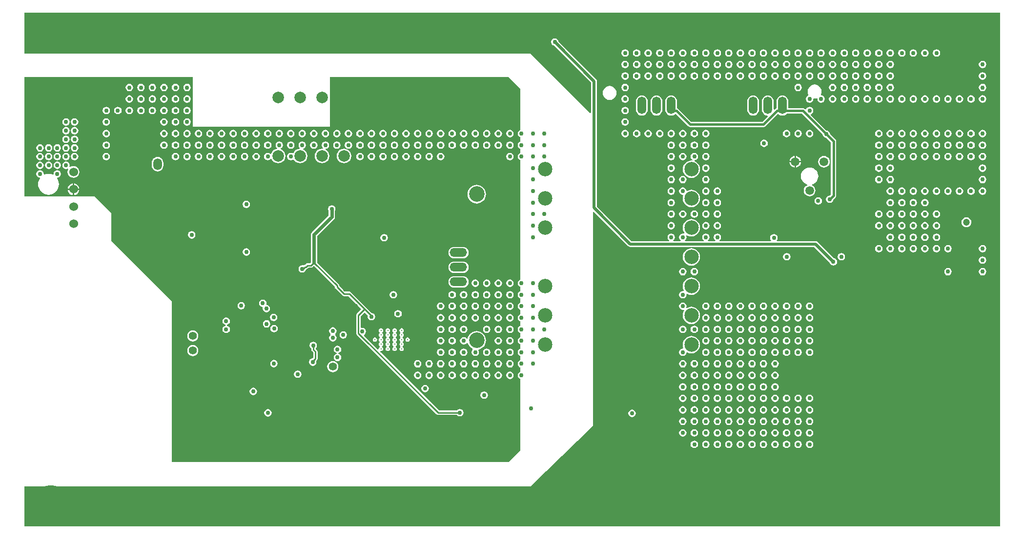
<source format=gbr>
%TF.GenerationSoftware,Altium Limited,Altium Designer,19.0.10 (269)*%
G04 Layer_Physical_Order=3*
G04 Layer_Color=16440176*
%FSLAX26Y26*%
%MOIN*%
%TF.FileFunction,Copper,L3,Inr,Signal*%
%TF.Part,Single*%
G01*
G75*
%TA.AperFunction,Conductor*%
%ADD47C,0.015748*%
%ADD48C,0.010000*%
%ADD50C,0.023622*%
%TA.AperFunction,ComponentPad*%
%ADD55C,0.059055*%
%ADD56C,0.078740*%
%ADD57C,0.106299*%
%ADD58O,0.118110X0.059055*%
%ADD59C,0.060000*%
%ADD60C,0.055118*%
%ADD61C,0.007874*%
%ADD62O,0.059055X0.078740*%
%ADD63O,0.059055X0.118110*%
%ADD64C,0.098425*%
%TA.AperFunction,ViaPad*%
%ADD65C,0.030000*%
%ADD66C,0.023622*%
%ADD67C,0.047244*%
%ADD68C,0.196850*%
%TA.AperFunction,Conductor*%
%ADD69C,0.019685*%
G36*
X6677619Y15294D02*
X15294D01*
Y288000D01*
X3473199Y288000D01*
X3897638Y700587D01*
X3897638Y2164337D01*
X3903181Y2166633D01*
X4139238Y1930576D01*
X4145801Y1926191D01*
X4153543Y1924651D01*
X5409927D01*
X5515640Y1818938D01*
X5516805Y1813080D01*
X5522330Y1804811D01*
X5530600Y1799285D01*
X5540354Y1797345D01*
X5550109Y1799285D01*
X5558378Y1804811D01*
X5563904Y1813080D01*
X5565844Y1822835D01*
X5563904Y1832589D01*
X5558378Y1840859D01*
X5550109Y1846384D01*
X5544251Y1847549D01*
X5432613Y1959188D01*
X5426049Y1963573D01*
X5418307Y1965113D01*
X5154299D01*
X5152516Y1971113D01*
X5157408Y1978435D01*
X5159348Y1988189D01*
X5157408Y1997944D01*
X5151882Y2006213D01*
X5143613Y2011738D01*
X5133858Y2013679D01*
X5124104Y2011738D01*
X5115834Y2006213D01*
X5110309Y1997944D01*
X5108368Y1988189D01*
X5110309Y1978435D01*
X5115201Y1971113D01*
X5113417Y1965113D01*
X4763403D01*
X4761583Y1971113D01*
X4766059Y1974104D01*
X4771584Y1982373D01*
X4773524Y1992128D01*
X4771584Y2001882D01*
X4766059Y2010152D01*
X4757789Y2015677D01*
X4748035Y2017617D01*
X4738280Y2015677D01*
X4730011Y2010152D01*
X4724485Y2001882D01*
X4722545Y1992128D01*
X4724485Y1982373D01*
X4730011Y1974104D01*
X4734486Y1971113D01*
X4732666Y1965113D01*
X4684663D01*
X4682843Y1971113D01*
X4687318Y1974104D01*
X4692844Y1982373D01*
X4694784Y1992128D01*
X4692844Y2001882D01*
X4687318Y2010152D01*
X4679049Y2015677D01*
X4669294Y2017617D01*
X4659540Y2015677D01*
X4651270Y2010152D01*
X4645745Y2001882D01*
X4643805Y1992128D01*
X4645745Y1982373D01*
X4651270Y1974104D01*
X4655746Y1971113D01*
X4653926Y1965113D01*
X4527182D01*
X4525362Y1971113D01*
X4529838Y1974104D01*
X4535364Y1982373D01*
X4537304Y1992128D01*
X4535470Y2001348D01*
X4536756Y2003032D01*
X4540014Y2005722D01*
X4547772Y2001575D01*
X4558934Y1998190D01*
X4570541Y1997046D01*
X4582149Y1998190D01*
X4593310Y2001575D01*
X4603597Y2007074D01*
X4612613Y2014473D01*
X4620013Y2023490D01*
X4625511Y2033776D01*
X4628897Y2044938D01*
X4630040Y2056546D01*
X4628897Y2068153D01*
X4625511Y2079315D01*
X4620013Y2089601D01*
X4612613Y2098618D01*
X4603597Y2106017D01*
X4593310Y2111515D01*
X4582149Y2114901D01*
X4570541Y2116045D01*
X4558934Y2114901D01*
X4547772Y2111515D01*
X4537485Y2106017D01*
X4528469Y2098618D01*
X4521069Y2089601D01*
X4515571Y2079315D01*
X4512185Y2068153D01*
X4511042Y2056546D01*
X4512185Y2044938D01*
X4515571Y2033776D01*
X4521069Y2023490D01*
X4522635Y2021583D01*
X4519358Y2016117D01*
X4511814Y2017617D01*
X4502060Y2015677D01*
X4493790Y2010152D01*
X4488265Y2001882D01*
X4486324Y1992128D01*
X4488265Y1982373D01*
X4493790Y1974104D01*
X4498266Y1971113D01*
X4496445Y1965113D01*
X4448442D01*
X4446622Y1971113D01*
X4451098Y1974104D01*
X4456623Y1982373D01*
X4458564Y1992128D01*
X4456623Y2001882D01*
X4451098Y2010152D01*
X4442828Y2015677D01*
X4433074Y2017617D01*
X4423319Y2015677D01*
X4415050Y2010152D01*
X4409524Y2001882D01*
X4407584Y1992128D01*
X4409524Y1982373D01*
X4415050Y1974104D01*
X4419525Y1971113D01*
X4417705Y1965113D01*
X4161923D01*
X3925743Y2201293D01*
Y3059055D01*
X3924203Y3066797D01*
X3919817Y3073361D01*
X3662510Y3330668D01*
X3661345Y3336526D01*
X3655819Y3344796D01*
X3647550Y3350321D01*
X3637795Y3352262D01*
X3628041Y3350321D01*
X3619771Y3344796D01*
X3614246Y3336526D01*
X3612305Y3326772D01*
X3614246Y3317017D01*
X3619771Y3308748D01*
X3628041Y3303222D01*
X3633899Y3302057D01*
X3885281Y3050675D01*
Y2842559D01*
X3879737Y2840263D01*
X3473000Y3247000D01*
X15294Y3247000D01*
Y3528013D01*
X6677619D01*
Y15294D01*
D02*
G37*
G36*
X1165354Y3088000D02*
X1165354Y2746999D01*
X2101000Y2747000D01*
Y3088000D01*
X3320956Y3088000D01*
X3401575Y3007381D01*
Y2724713D01*
X3399697Y2724339D01*
X3391427Y2718813D01*
X3385902Y2710544D01*
X3383961Y2700789D01*
X3385902Y2691035D01*
X3391427Y2682765D01*
X3399697Y2677240D01*
X3401575Y2676866D01*
Y2645972D01*
X3399697Y2645599D01*
X3391427Y2640073D01*
X3385902Y2631804D01*
X3383961Y2622049D01*
X3385902Y2612295D01*
X3391427Y2604025D01*
X3399697Y2598500D01*
X3401575Y2598126D01*
Y2567232D01*
X3399697Y2566858D01*
X3391427Y2561333D01*
X3385902Y2553064D01*
X3383961Y2543309D01*
X3385902Y2533555D01*
X3391427Y2525285D01*
X3399697Y2519760D01*
X3401575Y2519386D01*
Y1701090D01*
X3399697Y1700716D01*
X3391427Y1695191D01*
X3385902Y1686921D01*
X3383961Y1677167D01*
X3385902Y1667412D01*
X3391427Y1659143D01*
X3399697Y1653617D01*
X3401575Y1653244D01*
Y1622350D01*
X3399697Y1621976D01*
X3391427Y1616451D01*
X3385902Y1608181D01*
X3383961Y1598427D01*
X3385902Y1588672D01*
X3391427Y1580403D01*
X3399697Y1574877D01*
X3401575Y1574504D01*
Y1543610D01*
X3399697Y1543236D01*
X3391427Y1537710D01*
X3385902Y1529441D01*
X3383961Y1519686D01*
X3385902Y1509932D01*
X3391427Y1501662D01*
X3399697Y1496137D01*
X3401575Y1495763D01*
Y1464869D01*
X3399697Y1464496D01*
X3391427Y1458970D01*
X3385902Y1450701D01*
X3383961Y1440946D01*
X3385902Y1431192D01*
X3391427Y1422922D01*
X3399697Y1417397D01*
X3401575Y1417023D01*
Y1386129D01*
X3399697Y1385755D01*
X3391427Y1380230D01*
X3385902Y1371960D01*
X3383961Y1362206D01*
X3385902Y1352451D01*
X3391427Y1344182D01*
X3399697Y1338657D01*
X3401575Y1338283D01*
Y1307389D01*
X3399697Y1307015D01*
X3391427Y1301490D01*
X3385902Y1293220D01*
X3383961Y1283466D01*
X3385902Y1273711D01*
X3391427Y1265442D01*
X3399697Y1259916D01*
X3401575Y1259543D01*
Y1228649D01*
X3399697Y1228275D01*
X3391427Y1222750D01*
X3385902Y1214480D01*
X3383961Y1204726D01*
X3385902Y1194971D01*
X3391427Y1186702D01*
X3399697Y1181176D01*
X3401575Y1180803D01*
Y1149909D01*
X3399697Y1149535D01*
X3391427Y1144009D01*
X3385902Y1135740D01*
X3383961Y1125985D01*
X3385902Y1116231D01*
X3391427Y1107961D01*
X3399697Y1102436D01*
X3401575Y1102062D01*
Y1071168D01*
X3399697Y1070795D01*
X3391427Y1065269D01*
X3385902Y1057000D01*
X3383961Y1047245D01*
X3385902Y1037491D01*
X3391427Y1029221D01*
X3399697Y1023696D01*
X3401575Y1023322D01*
Y531496D01*
X3399697D01*
X3320956Y453000D01*
X1023622Y453000D01*
X1023622Y1555118D01*
X610236Y1968504D01*
Y2154967D01*
X495069Y2270133D01*
X374917D01*
X350394Y2271741D01*
X325870Y2270133D01*
X15294D01*
Y3088000D01*
X1165354Y3088000D01*
D02*
G37*
%LPC*%
G36*
X6244098Y3277461D02*
X6234344Y3275520D01*
X6226074Y3269995D01*
X6220549Y3261725D01*
X6218609Y3251971D01*
X6220549Y3242216D01*
X6226074Y3233947D01*
X6234344Y3228421D01*
X6244098Y3226481D01*
X6253853Y3228421D01*
X6262122Y3233947D01*
X6267648Y3242216D01*
X6269588Y3251971D01*
X6267648Y3261725D01*
X6262122Y3269995D01*
X6253853Y3275520D01*
X6244098Y3277461D01*
D02*
G37*
G36*
X6165358D02*
X6155604Y3275520D01*
X6147334Y3269995D01*
X6141809Y3261725D01*
X6139868Y3251971D01*
X6141809Y3242216D01*
X6147334Y3233947D01*
X6155604Y3228421D01*
X6165358Y3226481D01*
X6175113Y3228421D01*
X6183382Y3233947D01*
X6188908Y3242216D01*
X6190848Y3251971D01*
X6188908Y3261725D01*
X6183382Y3269995D01*
X6175113Y3275520D01*
X6165358Y3277461D01*
D02*
G37*
G36*
X6086618D02*
X6076864Y3275520D01*
X6068594Y3269995D01*
X6063069Y3261725D01*
X6061128Y3251971D01*
X6063069Y3242216D01*
X6068594Y3233947D01*
X6076864Y3228421D01*
X6086618Y3226481D01*
X6096373Y3228421D01*
X6104642Y3233947D01*
X6110167Y3242216D01*
X6112108Y3251971D01*
X6110167Y3261725D01*
X6104642Y3269995D01*
X6096373Y3275520D01*
X6086618Y3277461D01*
D02*
G37*
G36*
X6007878D02*
X5998123Y3275520D01*
X5989854Y3269995D01*
X5984328Y3261725D01*
X5982388Y3251971D01*
X5984328Y3242216D01*
X5989854Y3233947D01*
X5998123Y3228421D01*
X6007878Y3226481D01*
X6017632Y3228421D01*
X6025902Y3233947D01*
X6031427Y3242216D01*
X6033368Y3251971D01*
X6031427Y3261725D01*
X6025902Y3269995D01*
X6017632Y3275520D01*
X6007878Y3277461D01*
D02*
G37*
G36*
X5929138D02*
X5919383Y3275520D01*
X5911114Y3269995D01*
X5905588Y3261725D01*
X5903648Y3251971D01*
X5905588Y3242216D01*
X5911114Y3233947D01*
X5919383Y3228421D01*
X5929138Y3226481D01*
X5938892Y3228421D01*
X5947162Y3233947D01*
X5952687Y3242216D01*
X5954627Y3251971D01*
X5952687Y3261725D01*
X5947162Y3269995D01*
X5938892Y3275520D01*
X5929138Y3277461D01*
D02*
G37*
G36*
X5850397D02*
X5840643Y3275520D01*
X5832373Y3269995D01*
X5826848Y3261725D01*
X5824908Y3251971D01*
X5826848Y3242216D01*
X5832373Y3233947D01*
X5840643Y3228421D01*
X5850397Y3226481D01*
X5860152Y3228421D01*
X5868421Y3233947D01*
X5873947Y3242216D01*
X5875887Y3251971D01*
X5873947Y3261725D01*
X5868421Y3269995D01*
X5860152Y3275520D01*
X5850397Y3277461D01*
D02*
G37*
G36*
X5771657D02*
X5761903Y3275520D01*
X5753633Y3269995D01*
X5748108Y3261725D01*
X5746167Y3251971D01*
X5748108Y3242216D01*
X5753633Y3233947D01*
X5761903Y3228421D01*
X5771657Y3226481D01*
X5781412Y3228421D01*
X5789681Y3233947D01*
X5795207Y3242216D01*
X5797147Y3251971D01*
X5795207Y3261725D01*
X5789681Y3269995D01*
X5781412Y3275520D01*
X5771657Y3277461D01*
D02*
G37*
G36*
X5692917D02*
X5683163Y3275520D01*
X5674893Y3269995D01*
X5669368Y3261725D01*
X5667427Y3251971D01*
X5669368Y3242216D01*
X5674893Y3233947D01*
X5683163Y3228421D01*
X5692917Y3226481D01*
X5702672Y3228421D01*
X5710941Y3233947D01*
X5716467Y3242216D01*
X5718407Y3251971D01*
X5716467Y3261725D01*
X5710941Y3269995D01*
X5702672Y3275520D01*
X5692917Y3277461D01*
D02*
G37*
G36*
X5614177D02*
X5604422Y3275520D01*
X5596153Y3269995D01*
X5590627Y3261725D01*
X5588687Y3251971D01*
X5590627Y3242216D01*
X5596153Y3233947D01*
X5604422Y3228421D01*
X5614177Y3226481D01*
X5623931Y3228421D01*
X5632201Y3233947D01*
X5637726Y3242216D01*
X5639667Y3251971D01*
X5637726Y3261725D01*
X5632201Y3269995D01*
X5623931Y3275520D01*
X5614177Y3277461D01*
D02*
G37*
G36*
X5535437D02*
X5525682Y3275520D01*
X5517413Y3269995D01*
X5511887Y3261725D01*
X5509947Y3251971D01*
X5511887Y3242216D01*
X5517413Y3233947D01*
X5525682Y3228421D01*
X5535437Y3226481D01*
X5545191Y3228421D01*
X5553461Y3233947D01*
X5558986Y3242216D01*
X5560926Y3251971D01*
X5558986Y3261725D01*
X5553461Y3269995D01*
X5545191Y3275520D01*
X5535437Y3277461D01*
D02*
G37*
G36*
X5456696D02*
X5446942Y3275520D01*
X5438672Y3269995D01*
X5433147Y3261725D01*
X5431207Y3251971D01*
X5433147Y3242216D01*
X5438672Y3233947D01*
X5446942Y3228421D01*
X5456696Y3226481D01*
X5466451Y3228421D01*
X5474720Y3233947D01*
X5480246Y3242216D01*
X5482186Y3251971D01*
X5480246Y3261725D01*
X5474720Y3269995D01*
X5466451Y3275520D01*
X5456696Y3277461D01*
D02*
G37*
G36*
X5377956D02*
X5368202Y3275520D01*
X5359932Y3269995D01*
X5354407Y3261725D01*
X5352466Y3251971D01*
X5354407Y3242216D01*
X5359932Y3233947D01*
X5368202Y3228421D01*
X5377956Y3226481D01*
X5387711Y3228421D01*
X5395980Y3233947D01*
X5401506Y3242216D01*
X5403446Y3251971D01*
X5401506Y3261725D01*
X5395980Y3269995D01*
X5387711Y3275520D01*
X5377956Y3277461D01*
D02*
G37*
G36*
X5299216D02*
X5289462Y3275520D01*
X5281192Y3269995D01*
X5275667Y3261725D01*
X5273726Y3251971D01*
X5275667Y3242216D01*
X5281192Y3233947D01*
X5289462Y3228421D01*
X5299216Y3226481D01*
X5308971Y3228421D01*
X5317240Y3233947D01*
X5322766Y3242216D01*
X5324706Y3251971D01*
X5322766Y3261725D01*
X5317240Y3269995D01*
X5308971Y3275520D01*
X5299216Y3277461D01*
D02*
G37*
G36*
X5220476D02*
X5210721Y3275520D01*
X5202452Y3269995D01*
X5196926Y3261725D01*
X5194986Y3251971D01*
X5196926Y3242216D01*
X5202452Y3233947D01*
X5210721Y3228421D01*
X5220476Y3226481D01*
X5230230Y3228421D01*
X5238500Y3233947D01*
X5244025Y3242216D01*
X5245966Y3251971D01*
X5244025Y3261725D01*
X5238500Y3269995D01*
X5230230Y3275520D01*
X5220476Y3277461D01*
D02*
G37*
G36*
X5141736D02*
X5131981Y3275520D01*
X5123712Y3269995D01*
X5118186Y3261725D01*
X5116246Y3251971D01*
X5118186Y3242216D01*
X5123712Y3233947D01*
X5131981Y3228421D01*
X5141736Y3226481D01*
X5151490Y3228421D01*
X5159760Y3233947D01*
X5165285Y3242216D01*
X5167225Y3251971D01*
X5165285Y3261725D01*
X5159760Y3269995D01*
X5151490Y3275520D01*
X5141736Y3277461D01*
D02*
G37*
G36*
X5062995D02*
X5053241Y3275520D01*
X5044971Y3269995D01*
X5039446Y3261725D01*
X5037506Y3251971D01*
X5039446Y3242216D01*
X5044971Y3233947D01*
X5053241Y3228421D01*
X5062995Y3226481D01*
X5072750Y3228421D01*
X5081019Y3233947D01*
X5086545Y3242216D01*
X5088485Y3251971D01*
X5086545Y3261725D01*
X5081019Y3269995D01*
X5072750Y3275520D01*
X5062995Y3277461D01*
D02*
G37*
G36*
X4984255D02*
X4974501Y3275520D01*
X4966231Y3269995D01*
X4960706Y3261725D01*
X4958765Y3251971D01*
X4960706Y3242216D01*
X4966231Y3233947D01*
X4974501Y3228421D01*
X4984255Y3226481D01*
X4994010Y3228421D01*
X5002279Y3233947D01*
X5007805Y3242216D01*
X5009745Y3251971D01*
X5007805Y3261725D01*
X5002279Y3269995D01*
X4994010Y3275520D01*
X4984255Y3277461D01*
D02*
G37*
G36*
X4905515D02*
X4895761Y3275520D01*
X4887491Y3269995D01*
X4881966Y3261725D01*
X4880025Y3251971D01*
X4881966Y3242216D01*
X4887491Y3233947D01*
X4895761Y3228421D01*
X4905515Y3226481D01*
X4915270Y3228421D01*
X4923539Y3233947D01*
X4929065Y3242216D01*
X4931005Y3251971D01*
X4929065Y3261725D01*
X4923539Y3269995D01*
X4915270Y3275520D01*
X4905515Y3277461D01*
D02*
G37*
G36*
X4826775D02*
X4817020Y3275520D01*
X4808751Y3269995D01*
X4803225Y3261725D01*
X4801285Y3251971D01*
X4803225Y3242216D01*
X4808751Y3233947D01*
X4817020Y3228421D01*
X4826775Y3226481D01*
X4836529Y3228421D01*
X4844799Y3233947D01*
X4850324Y3242216D01*
X4852265Y3251971D01*
X4850324Y3261725D01*
X4844799Y3269995D01*
X4836529Y3275520D01*
X4826775Y3277461D01*
D02*
G37*
G36*
X4748035D02*
X4738280Y3275520D01*
X4730011Y3269995D01*
X4724485Y3261725D01*
X4722545Y3251971D01*
X4724485Y3242216D01*
X4730011Y3233947D01*
X4738280Y3228421D01*
X4748035Y3226481D01*
X4757789Y3228421D01*
X4766059Y3233947D01*
X4771584Y3242216D01*
X4773524Y3251971D01*
X4771584Y3261725D01*
X4766059Y3269995D01*
X4757789Y3275520D01*
X4748035Y3277461D01*
D02*
G37*
G36*
X4669294D02*
X4659540Y3275520D01*
X4651270Y3269995D01*
X4645745Y3261725D01*
X4643805Y3251971D01*
X4645745Y3242216D01*
X4651270Y3233947D01*
X4659540Y3228421D01*
X4669294Y3226481D01*
X4679049Y3228421D01*
X4687318Y3233947D01*
X4692844Y3242216D01*
X4694784Y3251971D01*
X4692844Y3261725D01*
X4687318Y3269995D01*
X4679049Y3275520D01*
X4669294Y3277461D01*
D02*
G37*
G36*
X4590554D02*
X4580800Y3275520D01*
X4572530Y3269995D01*
X4567005Y3261725D01*
X4565064Y3251971D01*
X4567005Y3242216D01*
X4572530Y3233947D01*
X4580800Y3228421D01*
X4590554Y3226481D01*
X4600309Y3228421D01*
X4608578Y3233947D01*
X4614104Y3242216D01*
X4616044Y3251971D01*
X4614104Y3261725D01*
X4608578Y3269995D01*
X4600309Y3275520D01*
X4590554Y3277461D01*
D02*
G37*
G36*
X4511814D02*
X4502060Y3275520D01*
X4493790Y3269995D01*
X4488265Y3261725D01*
X4486324Y3251971D01*
X4488265Y3242216D01*
X4493790Y3233947D01*
X4502060Y3228421D01*
X4511814Y3226481D01*
X4521569Y3228421D01*
X4529838Y3233947D01*
X4535364Y3242216D01*
X4537304Y3251971D01*
X4535364Y3261725D01*
X4529838Y3269995D01*
X4521569Y3275520D01*
X4511814Y3277461D01*
D02*
G37*
G36*
X4433074D02*
X4423319Y3275520D01*
X4415050Y3269995D01*
X4409524Y3261725D01*
X4407584Y3251971D01*
X4409524Y3242216D01*
X4415050Y3233947D01*
X4423319Y3228421D01*
X4433074Y3226481D01*
X4442828Y3228421D01*
X4451098Y3233947D01*
X4456623Y3242216D01*
X4458564Y3251971D01*
X4456623Y3261725D01*
X4451098Y3269995D01*
X4442828Y3275520D01*
X4433074Y3277461D01*
D02*
G37*
G36*
X4354334D02*
X4344579Y3275520D01*
X4336310Y3269995D01*
X4330784Y3261725D01*
X4328844Y3251971D01*
X4330784Y3242216D01*
X4336310Y3233947D01*
X4344579Y3228421D01*
X4354334Y3226481D01*
X4364088Y3228421D01*
X4372358Y3233947D01*
X4377883Y3242216D01*
X4379823Y3251971D01*
X4377883Y3261725D01*
X4372358Y3269995D01*
X4364088Y3275520D01*
X4354334Y3277461D01*
D02*
G37*
G36*
X4275593D02*
X4265839Y3275520D01*
X4257569Y3269995D01*
X4252044Y3261725D01*
X4250104Y3251971D01*
X4252044Y3242216D01*
X4257569Y3233947D01*
X4265839Y3228421D01*
X4275593Y3226481D01*
X4285348Y3228421D01*
X4293617Y3233947D01*
X4299143Y3242216D01*
X4301083Y3251971D01*
X4299143Y3261725D01*
X4293617Y3269995D01*
X4285348Y3275520D01*
X4275593Y3277461D01*
D02*
G37*
G36*
X4196853D02*
X4187099Y3275520D01*
X4178829Y3269995D01*
X4173304Y3261725D01*
X4171363Y3251971D01*
X4173304Y3242216D01*
X4178829Y3233947D01*
X4187099Y3228421D01*
X4196853Y3226481D01*
X4206608Y3228421D01*
X4214877Y3233947D01*
X4220403Y3242216D01*
X4222343Y3251971D01*
X4220403Y3261725D01*
X4214877Y3269995D01*
X4206608Y3275520D01*
X4196853Y3277461D01*
D02*
G37*
G36*
X4118113D02*
X4108359Y3275520D01*
X4100089Y3269995D01*
X4094564Y3261725D01*
X4092623Y3251971D01*
X4094564Y3242216D01*
X4100089Y3233947D01*
X4108359Y3228421D01*
X4118113Y3226481D01*
X4127868Y3228421D01*
X4136137Y3233947D01*
X4141663Y3242216D01*
X4143603Y3251971D01*
X4141663Y3261725D01*
X4136137Y3269995D01*
X4127868Y3275520D01*
X4118113Y3277461D01*
D02*
G37*
G36*
X6559059Y3198720D02*
X6549305Y3196780D01*
X6541035Y3191255D01*
X6535510Y3182985D01*
X6533569Y3173231D01*
X6535510Y3163476D01*
X6541035Y3155207D01*
X6549305Y3149681D01*
X6559059Y3147741D01*
X6568814Y3149681D01*
X6577083Y3155207D01*
X6582609Y3163476D01*
X6584549Y3173231D01*
X6582609Y3182985D01*
X6577083Y3191255D01*
X6568814Y3196780D01*
X6559059Y3198720D01*
D02*
G37*
G36*
X5929138D02*
X5919383Y3196780D01*
X5911114Y3191255D01*
X5905588Y3182985D01*
X5903648Y3173231D01*
X5905588Y3163476D01*
X5911114Y3155207D01*
X5919383Y3149681D01*
X5929138Y3147741D01*
X5938892Y3149681D01*
X5947162Y3155207D01*
X5952687Y3163476D01*
X5954627Y3173231D01*
X5952687Y3182985D01*
X5947162Y3191255D01*
X5938892Y3196780D01*
X5929138Y3198720D01*
D02*
G37*
G36*
X5850397D02*
X5840643Y3196780D01*
X5832373Y3191255D01*
X5826848Y3182985D01*
X5824908Y3173231D01*
X5826848Y3163476D01*
X5832373Y3155207D01*
X5840643Y3149681D01*
X5850397Y3147741D01*
X5860152Y3149681D01*
X5868421Y3155207D01*
X5873947Y3163476D01*
X5875887Y3173231D01*
X5873947Y3182985D01*
X5868421Y3191255D01*
X5860152Y3196780D01*
X5850397Y3198720D01*
D02*
G37*
G36*
X5771657D02*
X5761903Y3196780D01*
X5753633Y3191255D01*
X5748108Y3182985D01*
X5746167Y3173231D01*
X5748108Y3163476D01*
X5753633Y3155207D01*
X5761903Y3149681D01*
X5771657Y3147741D01*
X5781412Y3149681D01*
X5789681Y3155207D01*
X5795207Y3163476D01*
X5797147Y3173231D01*
X5795207Y3182985D01*
X5789681Y3191255D01*
X5781412Y3196780D01*
X5771657Y3198720D01*
D02*
G37*
G36*
X5692917D02*
X5683163Y3196780D01*
X5674893Y3191255D01*
X5669368Y3182985D01*
X5667427Y3173231D01*
X5669368Y3163476D01*
X5674893Y3155207D01*
X5683163Y3149681D01*
X5692917Y3147741D01*
X5702672Y3149681D01*
X5710941Y3155207D01*
X5716467Y3163476D01*
X5718407Y3173231D01*
X5716467Y3182985D01*
X5710941Y3191255D01*
X5702672Y3196780D01*
X5692917Y3198720D01*
D02*
G37*
G36*
X5614177D02*
X5604422Y3196780D01*
X5596153Y3191255D01*
X5590627Y3182985D01*
X5588687Y3173231D01*
X5590627Y3163476D01*
X5596153Y3155207D01*
X5604422Y3149681D01*
X5614177Y3147741D01*
X5623931Y3149681D01*
X5632201Y3155207D01*
X5637726Y3163476D01*
X5639667Y3173231D01*
X5637726Y3182985D01*
X5632201Y3191255D01*
X5623931Y3196780D01*
X5614177Y3198720D01*
D02*
G37*
G36*
X5535437D02*
X5525682Y3196780D01*
X5517413Y3191255D01*
X5511887Y3182985D01*
X5509947Y3173231D01*
X5511887Y3163476D01*
X5517413Y3155207D01*
X5525682Y3149681D01*
X5535437Y3147741D01*
X5545191Y3149681D01*
X5553461Y3155207D01*
X5558986Y3163476D01*
X5560926Y3173231D01*
X5558986Y3182985D01*
X5553461Y3191255D01*
X5545191Y3196780D01*
X5535437Y3198720D01*
D02*
G37*
G36*
X5456696D02*
X5446942Y3196780D01*
X5438672Y3191255D01*
X5433147Y3182985D01*
X5431207Y3173231D01*
X5433147Y3163476D01*
X5438672Y3155207D01*
X5446942Y3149681D01*
X5456696Y3147741D01*
X5466451Y3149681D01*
X5474720Y3155207D01*
X5480246Y3163476D01*
X5482186Y3173231D01*
X5480246Y3182985D01*
X5474720Y3191255D01*
X5466451Y3196780D01*
X5456696Y3198720D01*
D02*
G37*
G36*
X5377956D02*
X5368202Y3196780D01*
X5359932Y3191255D01*
X5354407Y3182985D01*
X5352466Y3173231D01*
X5354407Y3163476D01*
X5359932Y3155207D01*
X5368202Y3149681D01*
X5377956Y3147741D01*
X5387711Y3149681D01*
X5395980Y3155207D01*
X5401506Y3163476D01*
X5403446Y3173231D01*
X5401506Y3182985D01*
X5395980Y3191255D01*
X5387711Y3196780D01*
X5377956Y3198720D01*
D02*
G37*
G36*
X5299216D02*
X5289462Y3196780D01*
X5281192Y3191255D01*
X5275667Y3182985D01*
X5273726Y3173231D01*
X5275667Y3163476D01*
X5281192Y3155207D01*
X5289462Y3149681D01*
X5299216Y3147741D01*
X5308971Y3149681D01*
X5317240Y3155207D01*
X5322766Y3163476D01*
X5324706Y3173231D01*
X5322766Y3182985D01*
X5317240Y3191255D01*
X5308971Y3196780D01*
X5299216Y3198720D01*
D02*
G37*
G36*
X5220476D02*
X5210721Y3196780D01*
X5202452Y3191255D01*
X5196926Y3182985D01*
X5194986Y3173231D01*
X5196926Y3163476D01*
X5202452Y3155207D01*
X5210721Y3149681D01*
X5220476Y3147741D01*
X5230230Y3149681D01*
X5238500Y3155207D01*
X5244025Y3163476D01*
X5245966Y3173231D01*
X5244025Y3182985D01*
X5238500Y3191255D01*
X5230230Y3196780D01*
X5220476Y3198720D01*
D02*
G37*
G36*
X5141736D02*
X5131981Y3196780D01*
X5123712Y3191255D01*
X5118186Y3182985D01*
X5116246Y3173231D01*
X5118186Y3163476D01*
X5123712Y3155207D01*
X5131981Y3149681D01*
X5141736Y3147741D01*
X5151490Y3149681D01*
X5159760Y3155207D01*
X5165285Y3163476D01*
X5167225Y3173231D01*
X5165285Y3182985D01*
X5159760Y3191255D01*
X5151490Y3196780D01*
X5141736Y3198720D01*
D02*
G37*
G36*
X5062995D02*
X5053241Y3196780D01*
X5044971Y3191255D01*
X5039446Y3182985D01*
X5037506Y3173231D01*
X5039446Y3163476D01*
X5044971Y3155207D01*
X5053241Y3149681D01*
X5062995Y3147741D01*
X5072750Y3149681D01*
X5081019Y3155207D01*
X5086545Y3163476D01*
X5088485Y3173231D01*
X5086545Y3182985D01*
X5081019Y3191255D01*
X5072750Y3196780D01*
X5062995Y3198720D01*
D02*
G37*
G36*
X4984255D02*
X4974501Y3196780D01*
X4966231Y3191255D01*
X4960706Y3182985D01*
X4958765Y3173231D01*
X4960706Y3163476D01*
X4966231Y3155207D01*
X4974501Y3149681D01*
X4984255Y3147741D01*
X4994010Y3149681D01*
X5002279Y3155207D01*
X5007805Y3163476D01*
X5009745Y3173231D01*
X5007805Y3182985D01*
X5002279Y3191255D01*
X4994010Y3196780D01*
X4984255Y3198720D01*
D02*
G37*
G36*
X4905515D02*
X4895761Y3196780D01*
X4887491Y3191255D01*
X4881966Y3182985D01*
X4880025Y3173231D01*
X4881966Y3163476D01*
X4887491Y3155207D01*
X4895761Y3149681D01*
X4905515Y3147741D01*
X4915270Y3149681D01*
X4923539Y3155207D01*
X4929065Y3163476D01*
X4931005Y3173231D01*
X4929065Y3182985D01*
X4923539Y3191255D01*
X4915270Y3196780D01*
X4905515Y3198720D01*
D02*
G37*
G36*
X4826775D02*
X4817020Y3196780D01*
X4808751Y3191255D01*
X4803225Y3182985D01*
X4801285Y3173231D01*
X4803225Y3163476D01*
X4808751Y3155207D01*
X4817020Y3149681D01*
X4826775Y3147741D01*
X4836529Y3149681D01*
X4844799Y3155207D01*
X4850324Y3163476D01*
X4852265Y3173231D01*
X4850324Y3182985D01*
X4844799Y3191255D01*
X4836529Y3196780D01*
X4826775Y3198720D01*
D02*
G37*
G36*
X4748035D02*
X4738280Y3196780D01*
X4730011Y3191255D01*
X4724485Y3182985D01*
X4722545Y3173231D01*
X4724485Y3163476D01*
X4730011Y3155207D01*
X4738280Y3149681D01*
X4748035Y3147741D01*
X4757789Y3149681D01*
X4766059Y3155207D01*
X4771584Y3163476D01*
X4773524Y3173231D01*
X4771584Y3182985D01*
X4766059Y3191255D01*
X4757789Y3196780D01*
X4748035Y3198720D01*
D02*
G37*
G36*
X4669294D02*
X4659540Y3196780D01*
X4651270Y3191255D01*
X4645745Y3182985D01*
X4643805Y3173231D01*
X4645745Y3163476D01*
X4651270Y3155207D01*
X4659540Y3149681D01*
X4669294Y3147741D01*
X4679049Y3149681D01*
X4687318Y3155207D01*
X4692844Y3163476D01*
X4694784Y3173231D01*
X4692844Y3182985D01*
X4687318Y3191255D01*
X4679049Y3196780D01*
X4669294Y3198720D01*
D02*
G37*
G36*
X4590554D02*
X4580800Y3196780D01*
X4572530Y3191255D01*
X4567005Y3182985D01*
X4565064Y3173231D01*
X4567005Y3163476D01*
X4572530Y3155207D01*
X4580800Y3149681D01*
X4590554Y3147741D01*
X4600309Y3149681D01*
X4608578Y3155207D01*
X4614104Y3163476D01*
X4616044Y3173231D01*
X4614104Y3182985D01*
X4608578Y3191255D01*
X4600309Y3196780D01*
X4590554Y3198720D01*
D02*
G37*
G36*
X4511814D02*
X4502060Y3196780D01*
X4493790Y3191255D01*
X4488265Y3182985D01*
X4486324Y3173231D01*
X4488265Y3163476D01*
X4493790Y3155207D01*
X4502060Y3149681D01*
X4511814Y3147741D01*
X4521569Y3149681D01*
X4529838Y3155207D01*
X4535364Y3163476D01*
X4537304Y3173231D01*
X4535364Y3182985D01*
X4529838Y3191255D01*
X4521569Y3196780D01*
X4511814Y3198720D01*
D02*
G37*
G36*
X4433074D02*
X4423319Y3196780D01*
X4415050Y3191255D01*
X4409524Y3182985D01*
X4407584Y3173231D01*
X4409524Y3163476D01*
X4415050Y3155207D01*
X4423319Y3149681D01*
X4433074Y3147741D01*
X4442828Y3149681D01*
X4451098Y3155207D01*
X4456623Y3163476D01*
X4458564Y3173231D01*
X4456623Y3182985D01*
X4451098Y3191255D01*
X4442828Y3196780D01*
X4433074Y3198720D01*
D02*
G37*
G36*
X4354334D02*
X4344579Y3196780D01*
X4336310Y3191255D01*
X4330784Y3182985D01*
X4328844Y3173231D01*
X4330784Y3163476D01*
X4336310Y3155207D01*
X4344579Y3149681D01*
X4354334Y3147741D01*
X4364088Y3149681D01*
X4372358Y3155207D01*
X4377883Y3163476D01*
X4379823Y3173231D01*
X4377883Y3182985D01*
X4372358Y3191255D01*
X4364088Y3196780D01*
X4354334Y3198720D01*
D02*
G37*
G36*
X4275593D02*
X4265839Y3196780D01*
X4257569Y3191255D01*
X4252044Y3182985D01*
X4250104Y3173231D01*
X4252044Y3163476D01*
X4257569Y3155207D01*
X4265839Y3149681D01*
X4275593Y3147741D01*
X4285348Y3149681D01*
X4293617Y3155207D01*
X4299143Y3163476D01*
X4301083Y3173231D01*
X4299143Y3182985D01*
X4293617Y3191255D01*
X4285348Y3196780D01*
X4275593Y3198720D01*
D02*
G37*
G36*
X4196853D02*
X4187099Y3196780D01*
X4178829Y3191255D01*
X4173304Y3182985D01*
X4171363Y3173231D01*
X4173304Y3163476D01*
X4178829Y3155207D01*
X4187099Y3149681D01*
X4196853Y3147741D01*
X4206608Y3149681D01*
X4214877Y3155207D01*
X4220403Y3163476D01*
X4222343Y3173231D01*
X4220403Y3182985D01*
X4214877Y3191255D01*
X4206608Y3196780D01*
X4196853Y3198720D01*
D02*
G37*
G36*
X4118113D02*
X4108359Y3196780D01*
X4100089Y3191255D01*
X4094564Y3182985D01*
X4092623Y3173231D01*
X4094564Y3163476D01*
X4100089Y3155207D01*
X4108359Y3149681D01*
X4118113Y3147741D01*
X4127868Y3149681D01*
X4136137Y3155207D01*
X4141663Y3163476D01*
X4143603Y3173231D01*
X4141663Y3182985D01*
X4136137Y3191255D01*
X4127868Y3196780D01*
X4118113Y3198720D01*
D02*
G37*
G36*
X6559059Y3119980D02*
X6549305Y3118040D01*
X6541035Y3112514D01*
X6535510Y3104245D01*
X6533569Y3094490D01*
X6535510Y3084736D01*
X6541035Y3076466D01*
X6549305Y3070941D01*
X6559059Y3069001D01*
X6568814Y3070941D01*
X6577083Y3076466D01*
X6582609Y3084736D01*
X6584549Y3094490D01*
X6582609Y3104245D01*
X6577083Y3112514D01*
X6568814Y3118040D01*
X6559059Y3119980D01*
D02*
G37*
G36*
X5929138D02*
X5919383Y3118040D01*
X5911114Y3112514D01*
X5905588Y3104245D01*
X5903648Y3094490D01*
X5905588Y3084736D01*
X5911114Y3076466D01*
X5919383Y3070941D01*
X5929138Y3069001D01*
X5938892Y3070941D01*
X5947162Y3076466D01*
X5952687Y3084736D01*
X5954627Y3094490D01*
X5952687Y3104245D01*
X5947162Y3112514D01*
X5938892Y3118040D01*
X5929138Y3119980D01*
D02*
G37*
G36*
X5850397D02*
X5840643Y3118040D01*
X5832373Y3112514D01*
X5826848Y3104245D01*
X5824908Y3094490D01*
X5826848Y3084736D01*
X5832373Y3076466D01*
X5840643Y3070941D01*
X5850397Y3069001D01*
X5860152Y3070941D01*
X5868421Y3076466D01*
X5873947Y3084736D01*
X5875887Y3094490D01*
X5873947Y3104245D01*
X5868421Y3112514D01*
X5860152Y3118040D01*
X5850397Y3119980D01*
D02*
G37*
G36*
X5771657D02*
X5761903Y3118040D01*
X5753633Y3112514D01*
X5748108Y3104245D01*
X5746167Y3094490D01*
X5748108Y3084736D01*
X5753633Y3076466D01*
X5761903Y3070941D01*
X5771657Y3069001D01*
X5781412Y3070941D01*
X5789681Y3076466D01*
X5795207Y3084736D01*
X5797147Y3094490D01*
X5795207Y3104245D01*
X5789681Y3112514D01*
X5781412Y3118040D01*
X5771657Y3119980D01*
D02*
G37*
G36*
X5692917D02*
X5683163Y3118040D01*
X5674893Y3112514D01*
X5669368Y3104245D01*
X5667427Y3094490D01*
X5669368Y3084736D01*
X5674893Y3076466D01*
X5683163Y3070941D01*
X5692917Y3069001D01*
X5702672Y3070941D01*
X5710941Y3076466D01*
X5716467Y3084736D01*
X5718407Y3094490D01*
X5716467Y3104245D01*
X5710941Y3112514D01*
X5702672Y3118040D01*
X5692917Y3119980D01*
D02*
G37*
G36*
X5614177D02*
X5604422Y3118040D01*
X5596153Y3112514D01*
X5590627Y3104245D01*
X5588687Y3094490D01*
X5590627Y3084736D01*
X5596153Y3076466D01*
X5604422Y3070941D01*
X5614177Y3069001D01*
X5623931Y3070941D01*
X5632201Y3076466D01*
X5637726Y3084736D01*
X5639667Y3094490D01*
X5637726Y3104245D01*
X5632201Y3112514D01*
X5623931Y3118040D01*
X5614177Y3119980D01*
D02*
G37*
G36*
X5535437D02*
X5525682Y3118040D01*
X5517413Y3112514D01*
X5511887Y3104245D01*
X5509947Y3094490D01*
X5511887Y3084736D01*
X5517413Y3076466D01*
X5525682Y3070941D01*
X5535437Y3069001D01*
X5545191Y3070941D01*
X5553461Y3076466D01*
X5558986Y3084736D01*
X5560926Y3094490D01*
X5558986Y3104245D01*
X5553461Y3112514D01*
X5545191Y3118040D01*
X5535437Y3119980D01*
D02*
G37*
G36*
X5456696D02*
X5446942Y3118040D01*
X5438672Y3112514D01*
X5433147Y3104245D01*
X5431207Y3094490D01*
X5433147Y3084736D01*
X5438672Y3076466D01*
X5446942Y3070941D01*
X5456696Y3069001D01*
X5466451Y3070941D01*
X5474720Y3076466D01*
X5480246Y3084736D01*
X5482186Y3094490D01*
X5480246Y3104245D01*
X5474720Y3112514D01*
X5466451Y3118040D01*
X5456696Y3119980D01*
D02*
G37*
G36*
X5377956D02*
X5368202Y3118040D01*
X5359932Y3112514D01*
X5354407Y3104245D01*
X5352466Y3094490D01*
X5354407Y3084736D01*
X5359932Y3076466D01*
X5368202Y3070941D01*
X5377956Y3069001D01*
X5387711Y3070941D01*
X5395980Y3076466D01*
X5401506Y3084736D01*
X5403446Y3094490D01*
X5401506Y3104245D01*
X5395980Y3112514D01*
X5387711Y3118040D01*
X5377956Y3119980D01*
D02*
G37*
G36*
X5299216D02*
X5289462Y3118040D01*
X5281192Y3112514D01*
X5275667Y3104245D01*
X5273726Y3094490D01*
X5275667Y3084736D01*
X5281192Y3076466D01*
X5289462Y3070941D01*
X5299216Y3069001D01*
X5308971Y3070941D01*
X5317240Y3076466D01*
X5322766Y3084736D01*
X5324706Y3094490D01*
X5322766Y3104245D01*
X5317240Y3112514D01*
X5308971Y3118040D01*
X5299216Y3119980D01*
D02*
G37*
G36*
X5220476D02*
X5210721Y3118040D01*
X5202452Y3112514D01*
X5196926Y3104245D01*
X5194986Y3094490D01*
X5196926Y3084736D01*
X5202452Y3076466D01*
X5210721Y3070941D01*
X5220476Y3069001D01*
X5230230Y3070941D01*
X5238500Y3076466D01*
X5244025Y3084736D01*
X5245966Y3094490D01*
X5244025Y3104245D01*
X5238500Y3112514D01*
X5230230Y3118040D01*
X5220476Y3119980D01*
D02*
G37*
G36*
X5141736D02*
X5131981Y3118040D01*
X5123712Y3112514D01*
X5118186Y3104245D01*
X5116246Y3094490D01*
X5118186Y3084736D01*
X5123712Y3076466D01*
X5131981Y3070941D01*
X5141736Y3069001D01*
X5151490Y3070941D01*
X5159760Y3076466D01*
X5165285Y3084736D01*
X5167225Y3094490D01*
X5165285Y3104245D01*
X5159760Y3112514D01*
X5151490Y3118040D01*
X5141736Y3119980D01*
D02*
G37*
G36*
X5062995D02*
X5053241Y3118040D01*
X5044971Y3112514D01*
X5039446Y3104245D01*
X5037506Y3094490D01*
X5039446Y3084736D01*
X5044971Y3076466D01*
X5053241Y3070941D01*
X5062995Y3069001D01*
X5072750Y3070941D01*
X5081019Y3076466D01*
X5086545Y3084736D01*
X5088485Y3094490D01*
X5086545Y3104245D01*
X5081019Y3112514D01*
X5072750Y3118040D01*
X5062995Y3119980D01*
D02*
G37*
G36*
X4984255D02*
X4974501Y3118040D01*
X4966231Y3112514D01*
X4960706Y3104245D01*
X4958765Y3094490D01*
X4960706Y3084736D01*
X4966231Y3076466D01*
X4974501Y3070941D01*
X4984255Y3069001D01*
X4994010Y3070941D01*
X5002279Y3076466D01*
X5007805Y3084736D01*
X5009745Y3094490D01*
X5007805Y3104245D01*
X5002279Y3112514D01*
X4994010Y3118040D01*
X4984255Y3119980D01*
D02*
G37*
G36*
X4905515D02*
X4895761Y3118040D01*
X4887491Y3112514D01*
X4881966Y3104245D01*
X4880025Y3094490D01*
X4881966Y3084736D01*
X4887491Y3076466D01*
X4895761Y3070941D01*
X4905515Y3069001D01*
X4915270Y3070941D01*
X4923539Y3076466D01*
X4929065Y3084736D01*
X4931005Y3094490D01*
X4929065Y3104245D01*
X4923539Y3112514D01*
X4915270Y3118040D01*
X4905515Y3119980D01*
D02*
G37*
G36*
X4826775D02*
X4817020Y3118040D01*
X4808751Y3112514D01*
X4803225Y3104245D01*
X4801285Y3094490D01*
X4803225Y3084736D01*
X4808751Y3076466D01*
X4817020Y3070941D01*
X4826775Y3069001D01*
X4836529Y3070941D01*
X4844799Y3076466D01*
X4850324Y3084736D01*
X4852265Y3094490D01*
X4850324Y3104245D01*
X4844799Y3112514D01*
X4836529Y3118040D01*
X4826775Y3119980D01*
D02*
G37*
G36*
X4748035D02*
X4738280Y3118040D01*
X4730011Y3112514D01*
X4724485Y3104245D01*
X4722545Y3094490D01*
X4724485Y3084736D01*
X4730011Y3076466D01*
X4738280Y3070941D01*
X4748035Y3069001D01*
X4757789Y3070941D01*
X4766059Y3076466D01*
X4771584Y3084736D01*
X4773524Y3094490D01*
X4771584Y3104245D01*
X4766059Y3112514D01*
X4757789Y3118040D01*
X4748035Y3119980D01*
D02*
G37*
G36*
X4669294D02*
X4659540Y3118040D01*
X4651270Y3112514D01*
X4645745Y3104245D01*
X4643805Y3094490D01*
X4645745Y3084736D01*
X4651270Y3076466D01*
X4659540Y3070941D01*
X4669294Y3069001D01*
X4679049Y3070941D01*
X4687318Y3076466D01*
X4692844Y3084736D01*
X4694784Y3094490D01*
X4692844Y3104245D01*
X4687318Y3112514D01*
X4679049Y3118040D01*
X4669294Y3119980D01*
D02*
G37*
G36*
X4590554D02*
X4580800Y3118040D01*
X4572530Y3112514D01*
X4567005Y3104245D01*
X4565064Y3094490D01*
X4567005Y3084736D01*
X4572530Y3076466D01*
X4580800Y3070941D01*
X4590554Y3069001D01*
X4600309Y3070941D01*
X4608578Y3076466D01*
X4614104Y3084736D01*
X4616044Y3094490D01*
X4614104Y3104245D01*
X4608578Y3112514D01*
X4600309Y3118040D01*
X4590554Y3119980D01*
D02*
G37*
G36*
X4511814D02*
X4502060Y3118040D01*
X4493790Y3112514D01*
X4488265Y3104245D01*
X4486324Y3094490D01*
X4488265Y3084736D01*
X4493790Y3076466D01*
X4502060Y3070941D01*
X4511814Y3069001D01*
X4521569Y3070941D01*
X4529838Y3076466D01*
X4535364Y3084736D01*
X4537304Y3094490D01*
X4535364Y3104245D01*
X4529838Y3112514D01*
X4521569Y3118040D01*
X4511814Y3119980D01*
D02*
G37*
G36*
X4433074D02*
X4423319Y3118040D01*
X4415050Y3112514D01*
X4409524Y3104245D01*
X4407584Y3094490D01*
X4409524Y3084736D01*
X4415050Y3076466D01*
X4423319Y3070941D01*
X4433074Y3069001D01*
X4442828Y3070941D01*
X4451098Y3076466D01*
X4456623Y3084736D01*
X4458564Y3094490D01*
X4456623Y3104245D01*
X4451098Y3112514D01*
X4442828Y3118040D01*
X4433074Y3119980D01*
D02*
G37*
G36*
X4354334D02*
X4344579Y3118040D01*
X4336310Y3112514D01*
X4330784Y3104245D01*
X4328844Y3094490D01*
X4330784Y3084736D01*
X4336310Y3076466D01*
X4344579Y3070941D01*
X4354334Y3069001D01*
X4364088Y3070941D01*
X4372358Y3076466D01*
X4377883Y3084736D01*
X4379823Y3094490D01*
X4377883Y3104245D01*
X4372358Y3112514D01*
X4364088Y3118040D01*
X4354334Y3119980D01*
D02*
G37*
G36*
X4275593D02*
X4265839Y3118040D01*
X4257569Y3112514D01*
X4252044Y3104245D01*
X4250104Y3094490D01*
X4252044Y3084736D01*
X4257569Y3076466D01*
X4265839Y3070941D01*
X4275593Y3069001D01*
X4285348Y3070941D01*
X4293617Y3076466D01*
X4299143Y3084736D01*
X4301083Y3094490D01*
X4299143Y3104245D01*
X4293617Y3112514D01*
X4285348Y3118040D01*
X4275593Y3119980D01*
D02*
G37*
G36*
X4196853D02*
X4187099Y3118040D01*
X4178829Y3112514D01*
X4173304Y3104245D01*
X4171363Y3094490D01*
X4173304Y3084736D01*
X4178829Y3076466D01*
X4187099Y3070941D01*
X4196853Y3069001D01*
X4206608Y3070941D01*
X4214877Y3076466D01*
X4220403Y3084736D01*
X4222343Y3094490D01*
X4220403Y3104245D01*
X4214877Y3112514D01*
X4206608Y3118040D01*
X4196853Y3119980D01*
D02*
G37*
G36*
X4118113D02*
X4108359Y3118040D01*
X4100089Y3112514D01*
X4094564Y3104245D01*
X4092623Y3094490D01*
X4094564Y3084736D01*
X4100089Y3076466D01*
X4108359Y3070941D01*
X4118113Y3069001D01*
X4127868Y3070941D01*
X4136137Y3076466D01*
X4141663Y3084736D01*
X4143603Y3094490D01*
X4141663Y3104245D01*
X4136137Y3112514D01*
X4127868Y3118040D01*
X4118113Y3119980D01*
D02*
G37*
G36*
X6559059Y3041240D02*
X6549305Y3039300D01*
X6541035Y3033774D01*
X6535510Y3025505D01*
X6533569Y3015750D01*
X6535510Y3005996D01*
X6541035Y2997726D01*
X6549305Y2992201D01*
X6559059Y2990260D01*
X6568814Y2992201D01*
X6577083Y2997726D01*
X6582609Y3005996D01*
X6584549Y3015750D01*
X6582609Y3025505D01*
X6577083Y3033774D01*
X6568814Y3039300D01*
X6559059Y3041240D01*
D02*
G37*
G36*
X5929138D02*
X5919383Y3039300D01*
X5911114Y3033774D01*
X5905588Y3025505D01*
X5903648Y3015750D01*
X5905588Y3005996D01*
X5911114Y2997726D01*
X5919383Y2992201D01*
X5929138Y2990260D01*
X5938892Y2992201D01*
X5947162Y2997726D01*
X5952687Y3005996D01*
X5954627Y3015750D01*
X5952687Y3025505D01*
X5947162Y3033774D01*
X5938892Y3039300D01*
X5929138Y3041240D01*
D02*
G37*
G36*
X5850397D02*
X5840643Y3039300D01*
X5832373Y3033774D01*
X5826848Y3025505D01*
X5824908Y3015750D01*
X5826848Y3005996D01*
X5832373Y2997726D01*
X5840643Y2992201D01*
X5850397Y2990260D01*
X5860152Y2992201D01*
X5868421Y2997726D01*
X5873947Y3005996D01*
X5875887Y3015750D01*
X5873947Y3025505D01*
X5868421Y3033774D01*
X5860152Y3039300D01*
X5850397Y3041240D01*
D02*
G37*
G36*
X5771657D02*
X5761903Y3039300D01*
X5753633Y3033774D01*
X5748108Y3025505D01*
X5746167Y3015750D01*
X5748108Y3005996D01*
X5753633Y2997726D01*
X5761903Y2992201D01*
X5771657Y2990260D01*
X5781412Y2992201D01*
X5789681Y2997726D01*
X5795207Y3005996D01*
X5797147Y3015750D01*
X5795207Y3025505D01*
X5789681Y3033774D01*
X5781412Y3039300D01*
X5771657Y3041240D01*
D02*
G37*
G36*
X5692917D02*
X5683163Y3039300D01*
X5674893Y3033774D01*
X5669368Y3025505D01*
X5667427Y3015750D01*
X5669368Y3005996D01*
X5674893Y2997726D01*
X5683163Y2992201D01*
X5692917Y2990260D01*
X5702672Y2992201D01*
X5710941Y2997726D01*
X5716467Y3005996D01*
X5718407Y3015750D01*
X5716467Y3025505D01*
X5710941Y3033774D01*
X5702672Y3039300D01*
X5692917Y3041240D01*
D02*
G37*
G36*
X5614177D02*
X5604422Y3039300D01*
X5596153Y3033774D01*
X5590627Y3025505D01*
X5588687Y3015750D01*
X5590627Y3005996D01*
X5596153Y2997726D01*
X5604422Y2992201D01*
X5614177Y2990260D01*
X5623931Y2992201D01*
X5632201Y2997726D01*
X5637726Y3005996D01*
X5639667Y3015750D01*
X5637726Y3025505D01*
X5632201Y3033774D01*
X5623931Y3039300D01*
X5614177Y3041240D01*
D02*
G37*
G36*
X5535437D02*
X5525682Y3039300D01*
X5517413Y3033774D01*
X5511887Y3025505D01*
X5509947Y3015750D01*
X5511887Y3005996D01*
X5517413Y2997726D01*
X5525682Y2992201D01*
X5535437Y2990260D01*
X5545191Y2992201D01*
X5553461Y2997726D01*
X5558986Y3005996D01*
X5560926Y3015750D01*
X5558986Y3025505D01*
X5553461Y3033774D01*
X5545191Y3039300D01*
X5535437Y3041240D01*
D02*
G37*
G36*
X5299216D02*
X5289462Y3039300D01*
X5281192Y3033774D01*
X5275667Y3025505D01*
X5273726Y3015750D01*
X5275667Y3005996D01*
X5281192Y2997726D01*
X5289462Y2992201D01*
X5299216Y2990260D01*
X5308971Y2992201D01*
X5317240Y2997726D01*
X5322766Y3005996D01*
X5324706Y3015750D01*
X5322766Y3025505D01*
X5317240Y3033774D01*
X5308971Y3039300D01*
X5299216Y3041240D01*
D02*
G37*
G36*
X4118113D02*
X4108359Y3039300D01*
X4100089Y3033774D01*
X4094564Y3025505D01*
X4092623Y3015750D01*
X4094564Y3005996D01*
X4100089Y2997726D01*
X4108359Y2992201D01*
X4118113Y2990260D01*
X4127868Y2992201D01*
X4136137Y2997726D01*
X4141663Y3005996D01*
X4143603Y3015750D01*
X4141663Y3025505D01*
X4136137Y3033774D01*
X4127868Y3039300D01*
X4118113Y3041240D01*
D02*
G37*
G36*
X4012118Y3026270D02*
X3999718Y3024637D01*
X3988163Y3019851D01*
X3978241Y3012237D01*
X3970627Y3002315D01*
X3965841Y2990760D01*
X3964208Y2978360D01*
X3965841Y2965960D01*
X3970627Y2954405D01*
X3978241Y2944482D01*
X3988163Y2936869D01*
X3999718Y2932082D01*
X4012118Y2930450D01*
X4024518Y2932082D01*
X4036073Y2936869D01*
X4045995Y2944482D01*
X4053609Y2954405D01*
X4058395Y2965960D01*
X4060028Y2978360D01*
X4058395Y2990760D01*
X4053609Y3002315D01*
X4045995Y3012237D01*
X4036073Y3019851D01*
X4024518Y3024637D01*
X4012118Y3026270D01*
D02*
G37*
G36*
X6559059Y2962500D02*
X6549305Y2960559D01*
X6541035Y2955034D01*
X6535510Y2946765D01*
X6533569Y2937010D01*
X6535510Y2927256D01*
X6541035Y2918986D01*
X6549305Y2913461D01*
X6559059Y2911520D01*
X6568814Y2913461D01*
X6577083Y2918986D01*
X6582609Y2927256D01*
X6584549Y2937010D01*
X6582609Y2946765D01*
X6577083Y2955034D01*
X6568814Y2960559D01*
X6559059Y2962500D01*
D02*
G37*
G36*
X6480319D02*
X6470565Y2960559D01*
X6462295Y2955034D01*
X6456770Y2946765D01*
X6454829Y2937010D01*
X6456770Y2927256D01*
X6462295Y2918986D01*
X6470565Y2913461D01*
X6480319Y2911520D01*
X6490074Y2913461D01*
X6498343Y2918986D01*
X6503868Y2927256D01*
X6505809Y2937010D01*
X6503868Y2946765D01*
X6498343Y2955034D01*
X6490074Y2960559D01*
X6480319Y2962500D01*
D02*
G37*
G36*
X6401579D02*
X6391824Y2960559D01*
X6383555Y2955034D01*
X6378029Y2946765D01*
X6376089Y2937010D01*
X6378029Y2927256D01*
X6383555Y2918986D01*
X6391824Y2913461D01*
X6401579Y2911520D01*
X6411333Y2913461D01*
X6419603Y2918986D01*
X6425128Y2927256D01*
X6427069Y2937010D01*
X6425128Y2946765D01*
X6419603Y2955034D01*
X6411333Y2960559D01*
X6401579Y2962500D01*
D02*
G37*
G36*
X6322839D02*
X6313084Y2960559D01*
X6304815Y2955034D01*
X6299289Y2946765D01*
X6297349Y2937010D01*
X6299289Y2927256D01*
X6304815Y2918986D01*
X6313084Y2913461D01*
X6322839Y2911520D01*
X6332593Y2913461D01*
X6340863Y2918986D01*
X6346388Y2927256D01*
X6348328Y2937010D01*
X6346388Y2946765D01*
X6340863Y2955034D01*
X6332593Y2960559D01*
X6322839Y2962500D01*
D02*
G37*
G36*
X6244098D02*
X6234344Y2960559D01*
X6226074Y2955034D01*
X6220549Y2946765D01*
X6218609Y2937010D01*
X6220549Y2927256D01*
X6226074Y2918986D01*
X6234344Y2913461D01*
X6244098Y2911520D01*
X6253853Y2913461D01*
X6262122Y2918986D01*
X6267648Y2927256D01*
X6269588Y2937010D01*
X6267648Y2946765D01*
X6262122Y2955034D01*
X6253853Y2960559D01*
X6244098Y2962500D01*
D02*
G37*
G36*
X6165358D02*
X6155604Y2960559D01*
X6147334Y2955034D01*
X6141809Y2946765D01*
X6139868Y2937010D01*
X6141809Y2927256D01*
X6147334Y2918986D01*
X6155604Y2913461D01*
X6165358Y2911520D01*
X6175113Y2913461D01*
X6183382Y2918986D01*
X6188908Y2927256D01*
X6190848Y2937010D01*
X6188908Y2946765D01*
X6183382Y2955034D01*
X6175113Y2960559D01*
X6165358Y2962500D01*
D02*
G37*
G36*
X6086618D02*
X6076864Y2960559D01*
X6068594Y2955034D01*
X6063069Y2946765D01*
X6061128Y2937010D01*
X6063069Y2927256D01*
X6068594Y2918986D01*
X6076864Y2913461D01*
X6086618Y2911520D01*
X6096373Y2913461D01*
X6104642Y2918986D01*
X6110167Y2927256D01*
X6112108Y2937010D01*
X6110167Y2946765D01*
X6104642Y2955034D01*
X6096373Y2960559D01*
X6086618Y2962500D01*
D02*
G37*
G36*
X6007878D02*
X5998123Y2960559D01*
X5989854Y2955034D01*
X5984328Y2946765D01*
X5982388Y2937010D01*
X5984328Y2927256D01*
X5989854Y2918986D01*
X5998123Y2913461D01*
X6007878Y2911520D01*
X6017632Y2913461D01*
X6025902Y2918986D01*
X6031427Y2927256D01*
X6033368Y2937010D01*
X6031427Y2946765D01*
X6025902Y2955034D01*
X6017632Y2960559D01*
X6007878Y2962500D01*
D02*
G37*
G36*
X5929138D02*
X5919383Y2960559D01*
X5911114Y2955034D01*
X5905588Y2946765D01*
X5903648Y2937010D01*
X5905588Y2927256D01*
X5911114Y2918986D01*
X5919383Y2913461D01*
X5929138Y2911520D01*
X5938892Y2913461D01*
X5947162Y2918986D01*
X5952687Y2927256D01*
X5954627Y2937010D01*
X5952687Y2946765D01*
X5947162Y2955034D01*
X5938892Y2960559D01*
X5929138Y2962500D01*
D02*
G37*
G36*
X5850397D02*
X5840643Y2960559D01*
X5832373Y2955034D01*
X5826848Y2946765D01*
X5824908Y2937010D01*
X5826848Y2927256D01*
X5832373Y2918986D01*
X5840643Y2913461D01*
X5850397Y2911520D01*
X5860152Y2913461D01*
X5868421Y2918986D01*
X5873947Y2927256D01*
X5875887Y2937010D01*
X5873947Y2946765D01*
X5868421Y2955034D01*
X5860152Y2960559D01*
X5850397Y2962500D01*
D02*
G37*
G36*
X5771657D02*
X5761903Y2960559D01*
X5753633Y2955034D01*
X5748108Y2946765D01*
X5746167Y2937010D01*
X5748108Y2927256D01*
X5753633Y2918986D01*
X5761903Y2913461D01*
X5771657Y2911520D01*
X5781412Y2913461D01*
X5789681Y2918986D01*
X5795207Y2927256D01*
X5797147Y2937010D01*
X5795207Y2946765D01*
X5789681Y2955034D01*
X5781412Y2960559D01*
X5771657Y2962500D01*
D02*
G37*
G36*
X5692917D02*
X5683163Y2960559D01*
X5674893Y2955034D01*
X5669368Y2946765D01*
X5667427Y2937010D01*
X5669368Y2927256D01*
X5674893Y2918986D01*
X5683163Y2913461D01*
X5692917Y2911520D01*
X5702672Y2913461D01*
X5710941Y2918986D01*
X5716467Y2927256D01*
X5718407Y2937010D01*
X5716467Y2946765D01*
X5710941Y2955034D01*
X5702672Y2960559D01*
X5692917Y2962500D01*
D02*
G37*
G36*
X5614177D02*
X5604422Y2960559D01*
X5596153Y2955034D01*
X5590627Y2946765D01*
X5588687Y2937010D01*
X5590627Y2927256D01*
X5596153Y2918986D01*
X5604422Y2913461D01*
X5614177Y2911520D01*
X5623931Y2913461D01*
X5632201Y2918986D01*
X5637726Y2927256D01*
X5639667Y2937010D01*
X5637726Y2946765D01*
X5632201Y2955034D01*
X5623931Y2960559D01*
X5614177Y2962500D01*
D02*
G37*
G36*
X5535437D02*
X5525682Y2960559D01*
X5517413Y2955034D01*
X5511887Y2946765D01*
X5509947Y2937010D01*
X5511887Y2927256D01*
X5517413Y2918986D01*
X5525682Y2913461D01*
X5535437Y2911520D01*
X5545191Y2913461D01*
X5553461Y2918986D01*
X5558986Y2927256D01*
X5560926Y2937010D01*
X5558986Y2946765D01*
X5553461Y2955034D01*
X5545191Y2960559D01*
X5535437Y2962500D01*
D02*
G37*
G36*
X5412118Y3036270D02*
X5399718Y3034637D01*
X5388163Y3029851D01*
X5378241Y3022237D01*
X5370627Y3012315D01*
X5365841Y3000760D01*
X5364208Y2988360D01*
X5365841Y2975960D01*
X5369573Y2966950D01*
X5368445Y2961693D01*
X5366756Y2959593D01*
X5359932Y2955034D01*
X5354407Y2946765D01*
X5352466Y2937010D01*
X5354407Y2927256D01*
X5359932Y2918986D01*
X5368202Y2913461D01*
X5377956Y2911520D01*
X5387711Y2913461D01*
X5395980Y2918986D01*
X5401506Y2927256D01*
X5403446Y2937010D01*
X5407266Y2941089D01*
X5412118Y2940450D01*
X5424518Y2942082D01*
X5427027Y2943122D01*
X5431665Y2939315D01*
X5431207Y2937010D01*
X5433147Y2927256D01*
X5438672Y2918986D01*
X5446942Y2913461D01*
X5456696Y2911520D01*
X5466451Y2913461D01*
X5474720Y2918986D01*
X5480246Y2927256D01*
X5482186Y2937010D01*
X5480246Y2946765D01*
X5474720Y2955034D01*
X5466451Y2960559D01*
X5459071Y2962027D01*
X5455550Y2967065D01*
X5455234Y2968326D01*
X5458395Y2975960D01*
X5460028Y2988360D01*
X5458395Y3000760D01*
X5453609Y3012315D01*
X5445995Y3022237D01*
X5436073Y3029851D01*
X5424518Y3034637D01*
X5412118Y3036270D01*
D02*
G37*
G36*
X4118113Y2962500D02*
X4108359Y2960559D01*
X4100089Y2955034D01*
X4094564Y2946765D01*
X4092623Y2937010D01*
X4094564Y2927256D01*
X4100089Y2918986D01*
X4108359Y2913461D01*
X4118113Y2911520D01*
X4127868Y2913461D01*
X4136137Y2918986D01*
X4141663Y2927256D01*
X4143603Y2937010D01*
X4141663Y2946765D01*
X4136137Y2955034D01*
X4127868Y2960559D01*
X4118113Y2962500D01*
D02*
G37*
G36*
X5192126Y2962094D02*
X5181807Y2960735D01*
X5172192Y2956752D01*
X5163935Y2950416D01*
X5157599Y2942159D01*
X5153616Y2932544D01*
X5152257Y2922225D01*
Y2873660D01*
X5148845Y2872981D01*
X5142932Y2869030D01*
X5137995Y2864093D01*
X5131995Y2866578D01*
Y2922225D01*
X5130636Y2932544D01*
X5126653Y2942159D01*
X5120317Y2950416D01*
X5112060Y2956752D01*
X5102445Y2960735D01*
X5092126Y2962094D01*
X5081807Y2960735D01*
X5072192Y2956752D01*
X5063935Y2950416D01*
X5057599Y2942159D01*
X5053616Y2932544D01*
X5052257Y2922225D01*
Y2863170D01*
X5053616Y2852851D01*
X5057599Y2843235D01*
X5063935Y2834978D01*
X5072192Y2828643D01*
X5081807Y2824660D01*
X5089114Y2823698D01*
X5091265Y2817363D01*
X5055906Y2782004D01*
X4568346D01*
X4481320Y2869030D01*
X4475407Y2872981D01*
X4471995Y2873660D01*
Y2922225D01*
X4470636Y2932544D01*
X4466653Y2942159D01*
X4460317Y2950416D01*
X4452060Y2956752D01*
X4442445Y2960735D01*
X4432126Y2962094D01*
X4421807Y2960735D01*
X4412192Y2956752D01*
X4403935Y2950416D01*
X4397599Y2942159D01*
X4393616Y2932544D01*
X4392257Y2922225D01*
Y2863170D01*
X4393616Y2852851D01*
X4397599Y2843235D01*
X4403935Y2834978D01*
X4412192Y2828643D01*
X4421807Y2824660D01*
X4432126Y2823301D01*
X4442445Y2824660D01*
X4452060Y2828643D01*
X4460317Y2834978D01*
X4463610Y2835194D01*
X4547911Y2750893D01*
X4553823Y2746943D01*
X4560797Y2745555D01*
X4560798Y2745555D01*
X5063454D01*
X5063454Y2745555D01*
X5070429Y2746943D01*
X5076341Y2750893D01*
X5160642Y2835194D01*
X5163935Y2834978D01*
X5172192Y2828643D01*
X5181807Y2824660D01*
X5192126Y2823301D01*
X5202445Y2824660D01*
X5212060Y2828643D01*
X5220317Y2834978D01*
X5222574Y2837919D01*
X5325284D01*
X5466707Y2696497D01*
X5468577Y2687096D01*
X5474102Y2678826D01*
X5482372Y2673301D01*
X5491773Y2671431D01*
X5523114Y2640089D01*
Y2285108D01*
X5515395Y2277388D01*
X5505993Y2275518D01*
X5497724Y2269992D01*
X5492199Y2261723D01*
X5490258Y2251968D01*
X5492199Y2242214D01*
X5497724Y2233945D01*
X5505993Y2228419D01*
X5515748Y2226479D01*
X5525502Y2228419D01*
X5533772Y2233945D01*
X5539297Y2242214D01*
X5541167Y2251615D01*
X5554225Y2264672D01*
X5554225Y2264673D01*
X5558176Y2270585D01*
X5559563Y2277559D01*
X5559563Y2277560D01*
Y2647638D01*
X5558176Y2654612D01*
X5554225Y2660524D01*
X5554225Y2660524D01*
X5517546Y2697204D01*
X5515676Y2706605D01*
X5510150Y2714874D01*
X5501881Y2720400D01*
X5492479Y2722270D01*
X5385804Y2828946D01*
X5387256Y2833734D01*
X5388193Y2835042D01*
X5395980Y2840246D01*
X5401506Y2848515D01*
X5403446Y2858270D01*
X5401506Y2868024D01*
X5395980Y2876294D01*
X5387711Y2881819D01*
X5377956Y2883760D01*
X5368202Y2881819D01*
X5359932Y2876294D01*
X5354729Y2868506D01*
X5353421Y2867570D01*
X5348632Y2866117D01*
X5345719Y2869030D01*
X5339807Y2872981D01*
X5332833Y2874368D01*
X5332832Y2874368D01*
X5231995D01*
Y2922225D01*
X5230636Y2932544D01*
X5226653Y2942159D01*
X5220317Y2950416D01*
X5212060Y2956752D01*
X5202445Y2960735D01*
X5192126Y2962094D01*
D02*
G37*
G36*
X4118113Y2883760D02*
X4108359Y2881819D01*
X4100089Y2876294D01*
X4094564Y2868024D01*
X4092623Y2858270D01*
X4094564Y2848515D01*
X4100089Y2840246D01*
X4108359Y2834720D01*
X4118113Y2832780D01*
X4127868Y2834720D01*
X4136137Y2840246D01*
X4141663Y2848515D01*
X4143603Y2858270D01*
X4141663Y2868024D01*
X4136137Y2876294D01*
X4127868Y2881819D01*
X4118113Y2883760D01*
D02*
G37*
G36*
X4992126Y2962094D02*
X4981807Y2960735D01*
X4972192Y2956752D01*
X4963935Y2950416D01*
X4957599Y2942159D01*
X4953616Y2932544D01*
X4952257Y2922225D01*
Y2863170D01*
X4953616Y2852851D01*
X4957599Y2843235D01*
X4963935Y2834978D01*
X4972192Y2828643D01*
X4981807Y2824660D01*
X4992126Y2823301D01*
X5002445Y2824660D01*
X5012060Y2828643D01*
X5020317Y2834978D01*
X5026653Y2843235D01*
X5030636Y2852851D01*
X5031995Y2863170D01*
Y2922225D01*
X5030636Y2932544D01*
X5026653Y2942159D01*
X5020317Y2950416D01*
X5012060Y2956752D01*
X5002445Y2960735D01*
X4992126Y2962094D01*
D02*
G37*
G36*
X4332126D02*
X4321807Y2960735D01*
X4312192Y2956752D01*
X4303935Y2950416D01*
X4297599Y2942159D01*
X4293616Y2932544D01*
X4292257Y2922225D01*
Y2863170D01*
X4293616Y2852851D01*
X4297599Y2843235D01*
X4303935Y2834978D01*
X4312192Y2828643D01*
X4321807Y2824660D01*
X4332126Y2823301D01*
X4342445Y2824660D01*
X4352060Y2828643D01*
X4360317Y2834978D01*
X4366653Y2843235D01*
X4370636Y2852851D01*
X4371995Y2863170D01*
Y2922225D01*
X4370636Y2932544D01*
X4366653Y2942159D01*
X4360317Y2950416D01*
X4352060Y2956752D01*
X4342445Y2960735D01*
X4332126Y2962094D01*
D02*
G37*
G36*
X4232126D02*
X4221807Y2960735D01*
X4212192Y2956752D01*
X4203935Y2950416D01*
X4197599Y2942159D01*
X4193616Y2932544D01*
X4192257Y2922225D01*
Y2863170D01*
X4193616Y2852851D01*
X4197599Y2843235D01*
X4203935Y2834978D01*
X4212192Y2828643D01*
X4221807Y2824660D01*
X4232126Y2823301D01*
X4242445Y2824660D01*
X4252060Y2828643D01*
X4260317Y2834978D01*
X4266653Y2843235D01*
X4270636Y2852851D01*
X4271995Y2863170D01*
Y2922225D01*
X4270636Y2932544D01*
X4266653Y2942159D01*
X4260317Y2950416D01*
X4252060Y2956752D01*
X4242445Y2960735D01*
X4232126Y2962094D01*
D02*
G37*
G36*
X4118113Y2805019D02*
X4108359Y2803079D01*
X4100089Y2797554D01*
X4094564Y2789284D01*
X4092623Y2779530D01*
X4094564Y2769775D01*
X4100089Y2761506D01*
X4108359Y2755980D01*
X4118113Y2754040D01*
X4127868Y2755980D01*
X4136137Y2761506D01*
X4141663Y2769775D01*
X4143603Y2779530D01*
X4141663Y2789284D01*
X4136137Y2797554D01*
X4127868Y2803079D01*
X4118113Y2805019D01*
D02*
G37*
G36*
X6559059Y2726279D02*
X6549305Y2724339D01*
X6541035Y2718813D01*
X6535510Y2710544D01*
X6533569Y2700789D01*
X6535510Y2691035D01*
X6541035Y2682765D01*
X6549305Y2677240D01*
X6559059Y2675300D01*
X6568814Y2677240D01*
X6577083Y2682765D01*
X6582609Y2691035D01*
X6584549Y2700789D01*
X6582609Y2710544D01*
X6577083Y2718813D01*
X6568814Y2724339D01*
X6559059Y2726279D01*
D02*
G37*
G36*
X6480319D02*
X6470565Y2724339D01*
X6462295Y2718813D01*
X6456770Y2710544D01*
X6454829Y2700789D01*
X6456770Y2691035D01*
X6462295Y2682765D01*
X6470565Y2677240D01*
X6480319Y2675300D01*
X6490074Y2677240D01*
X6498343Y2682765D01*
X6503868Y2691035D01*
X6505809Y2700789D01*
X6503868Y2710544D01*
X6498343Y2718813D01*
X6490074Y2724339D01*
X6480319Y2726279D01*
D02*
G37*
G36*
X6401579D02*
X6391824Y2724339D01*
X6383555Y2718813D01*
X6378029Y2710544D01*
X6376089Y2700789D01*
X6378029Y2691035D01*
X6383555Y2682765D01*
X6391824Y2677240D01*
X6401579Y2675300D01*
X6411333Y2677240D01*
X6419603Y2682765D01*
X6425128Y2691035D01*
X6427069Y2700789D01*
X6425128Y2710544D01*
X6419603Y2718813D01*
X6411333Y2724339D01*
X6401579Y2726279D01*
D02*
G37*
G36*
X6322839D02*
X6313084Y2724339D01*
X6304815Y2718813D01*
X6299289Y2710544D01*
X6297349Y2700789D01*
X6299289Y2691035D01*
X6304815Y2682765D01*
X6313084Y2677240D01*
X6322839Y2675300D01*
X6332593Y2677240D01*
X6340863Y2682765D01*
X6346388Y2691035D01*
X6348328Y2700789D01*
X6346388Y2710544D01*
X6340863Y2718813D01*
X6332593Y2724339D01*
X6322839Y2726279D01*
D02*
G37*
G36*
X6244098D02*
X6234344Y2724339D01*
X6226074Y2718813D01*
X6220549Y2710544D01*
X6218609Y2700789D01*
X6220549Y2691035D01*
X6226074Y2682765D01*
X6234344Y2677240D01*
X6244098Y2675300D01*
X6253853Y2677240D01*
X6262122Y2682765D01*
X6267648Y2691035D01*
X6269588Y2700789D01*
X6267648Y2710544D01*
X6262122Y2718813D01*
X6253853Y2724339D01*
X6244098Y2726279D01*
D02*
G37*
G36*
X6165358D02*
X6155604Y2724339D01*
X6147334Y2718813D01*
X6141809Y2710544D01*
X6139868Y2700789D01*
X6141809Y2691035D01*
X6147334Y2682765D01*
X6155604Y2677240D01*
X6165358Y2675300D01*
X6175113Y2677240D01*
X6183382Y2682765D01*
X6188908Y2691035D01*
X6190848Y2700789D01*
X6188908Y2710544D01*
X6183382Y2718813D01*
X6175113Y2724339D01*
X6165358Y2726279D01*
D02*
G37*
G36*
X6086618D02*
X6076864Y2724339D01*
X6068594Y2718813D01*
X6063069Y2710544D01*
X6061128Y2700789D01*
X6063069Y2691035D01*
X6068594Y2682765D01*
X6076864Y2677240D01*
X6086618Y2675300D01*
X6096373Y2677240D01*
X6104642Y2682765D01*
X6110167Y2691035D01*
X6112108Y2700789D01*
X6110167Y2710544D01*
X6104642Y2718813D01*
X6096373Y2724339D01*
X6086618Y2726279D01*
D02*
G37*
G36*
X6007878D02*
X5998123Y2724339D01*
X5989854Y2718813D01*
X5984328Y2710544D01*
X5982388Y2700789D01*
X5984328Y2691035D01*
X5989854Y2682765D01*
X5998123Y2677240D01*
X6007878Y2675300D01*
X6017632Y2677240D01*
X6025902Y2682765D01*
X6031427Y2691035D01*
X6033368Y2700789D01*
X6031427Y2710544D01*
X6025902Y2718813D01*
X6017632Y2724339D01*
X6007878Y2726279D01*
D02*
G37*
G36*
X5929138D02*
X5919383Y2724339D01*
X5911114Y2718813D01*
X5905588Y2710544D01*
X5903648Y2700789D01*
X5905588Y2691035D01*
X5911114Y2682765D01*
X5919383Y2677240D01*
X5929138Y2675300D01*
X5938892Y2677240D01*
X5947162Y2682765D01*
X5952687Y2691035D01*
X5954627Y2700789D01*
X5952687Y2710544D01*
X5947162Y2718813D01*
X5938892Y2724339D01*
X5929138Y2726279D01*
D02*
G37*
G36*
X5850397D02*
X5840643Y2724339D01*
X5832373Y2718813D01*
X5826848Y2710544D01*
X5824908Y2700789D01*
X5826848Y2691035D01*
X5832373Y2682765D01*
X5840643Y2677240D01*
X5850397Y2675300D01*
X5860152Y2677240D01*
X5868421Y2682765D01*
X5873947Y2691035D01*
X5875887Y2700789D01*
X5873947Y2710544D01*
X5868421Y2718813D01*
X5860152Y2724339D01*
X5850397Y2726279D01*
D02*
G37*
G36*
X5377956D02*
X5368202Y2724339D01*
X5359932Y2718813D01*
X5354407Y2710544D01*
X5352466Y2700789D01*
X5354407Y2691035D01*
X5359932Y2682765D01*
X5368202Y2677240D01*
X5377956Y2675300D01*
X5387711Y2677240D01*
X5395980Y2682765D01*
X5401506Y2691035D01*
X5403446Y2700789D01*
X5401506Y2710544D01*
X5395980Y2718813D01*
X5387711Y2724339D01*
X5377956Y2726279D01*
D02*
G37*
G36*
X5299216D02*
X5289462Y2724339D01*
X5281192Y2718813D01*
X5275667Y2710544D01*
X5273726Y2700789D01*
X5275667Y2691035D01*
X5281192Y2682765D01*
X5289462Y2677240D01*
X5299216Y2675300D01*
X5308971Y2677240D01*
X5317240Y2682765D01*
X5322766Y2691035D01*
X5324706Y2700789D01*
X5322766Y2710544D01*
X5317240Y2718813D01*
X5308971Y2724339D01*
X5299216Y2726279D01*
D02*
G37*
G36*
X5220476D02*
X5210721Y2724339D01*
X5202452Y2718813D01*
X5196926Y2710544D01*
X5194986Y2700789D01*
X5196926Y2691035D01*
X5202452Y2682765D01*
X5210721Y2677240D01*
X5220476Y2675300D01*
X5230230Y2677240D01*
X5238500Y2682765D01*
X5244025Y2691035D01*
X5245966Y2700789D01*
X5244025Y2710544D01*
X5238500Y2718813D01*
X5230230Y2724339D01*
X5220476Y2726279D01*
D02*
G37*
G36*
X4669294D02*
X4659540Y2724339D01*
X4651270Y2718813D01*
X4645745Y2710544D01*
X4643805Y2700789D01*
X4645745Y2691035D01*
X4651270Y2682765D01*
X4659540Y2677240D01*
X4669294Y2675300D01*
X4679049Y2677240D01*
X4687318Y2682765D01*
X4692844Y2691035D01*
X4694784Y2700789D01*
X4692844Y2710544D01*
X4687318Y2718813D01*
X4679049Y2724339D01*
X4669294Y2726279D01*
D02*
G37*
G36*
X4590554D02*
X4580800Y2724339D01*
X4572530Y2718813D01*
X4567005Y2710544D01*
X4565064Y2700789D01*
X4567005Y2691035D01*
X4572530Y2682765D01*
X4580800Y2677240D01*
X4590554Y2675300D01*
X4600309Y2677240D01*
X4608578Y2682765D01*
X4614104Y2691035D01*
X4616044Y2700789D01*
X4614104Y2710544D01*
X4608578Y2718813D01*
X4600309Y2724339D01*
X4590554Y2726279D01*
D02*
G37*
G36*
X4511814D02*
X4502060Y2724339D01*
X4493790Y2718813D01*
X4488265Y2710544D01*
X4486324Y2700789D01*
X4488265Y2691035D01*
X4493790Y2682765D01*
X4502060Y2677240D01*
X4511814Y2675300D01*
X4521569Y2677240D01*
X4529838Y2682765D01*
X4535364Y2691035D01*
X4537304Y2700789D01*
X4535364Y2710544D01*
X4529838Y2718813D01*
X4521569Y2724339D01*
X4511814Y2726279D01*
D02*
G37*
G36*
X4433074D02*
X4423319Y2724339D01*
X4415050Y2718813D01*
X4409524Y2710544D01*
X4407584Y2700789D01*
X4409524Y2691035D01*
X4415050Y2682765D01*
X4423319Y2677240D01*
X4433074Y2675300D01*
X4442828Y2677240D01*
X4451098Y2682765D01*
X4456623Y2691035D01*
X4458564Y2700789D01*
X4456623Y2710544D01*
X4451098Y2718813D01*
X4442828Y2724339D01*
X4433074Y2726279D01*
D02*
G37*
G36*
X4354334D02*
X4344579Y2724339D01*
X4336310Y2718813D01*
X4330784Y2710544D01*
X4328844Y2700789D01*
X4330784Y2691035D01*
X4336310Y2682765D01*
X4344579Y2677240D01*
X4354334Y2675300D01*
X4364088Y2677240D01*
X4372358Y2682765D01*
X4377883Y2691035D01*
X4379823Y2700789D01*
X4377883Y2710544D01*
X4372358Y2718813D01*
X4364088Y2724339D01*
X4354334Y2726279D01*
D02*
G37*
G36*
X4275593D02*
X4265839Y2724339D01*
X4257569Y2718813D01*
X4252044Y2710544D01*
X4250104Y2700789D01*
X4252044Y2691035D01*
X4257569Y2682765D01*
X4265839Y2677240D01*
X4275593Y2675300D01*
X4285348Y2677240D01*
X4293617Y2682765D01*
X4299143Y2691035D01*
X4301083Y2700789D01*
X4299143Y2710544D01*
X4293617Y2718813D01*
X4285348Y2724339D01*
X4275593Y2726279D01*
D02*
G37*
G36*
X4196853D02*
X4187099Y2724339D01*
X4178829Y2718813D01*
X4173304Y2710544D01*
X4171363Y2700789D01*
X4173304Y2691035D01*
X4178829Y2682765D01*
X4187099Y2677240D01*
X4196853Y2675300D01*
X4206608Y2677240D01*
X4214877Y2682765D01*
X4220403Y2691035D01*
X4222343Y2700789D01*
X4220403Y2710544D01*
X4214877Y2718813D01*
X4206608Y2724339D01*
X4196853Y2726279D01*
D02*
G37*
G36*
X4118113D02*
X4108359Y2724339D01*
X4100089Y2718813D01*
X4094564Y2710544D01*
X4092623Y2700789D01*
X4094564Y2691035D01*
X4100089Y2682765D01*
X4108359Y2677240D01*
X4118113Y2675300D01*
X4127868Y2677240D01*
X4136137Y2682765D01*
X4141663Y2691035D01*
X4143603Y2700789D01*
X4141663Y2710544D01*
X4136137Y2718813D01*
X4127868Y2724339D01*
X4118113Y2726279D01*
D02*
G37*
G36*
X5066929Y2659348D02*
X5057175Y2657408D01*
X5048905Y2651882D01*
X5043380Y2643613D01*
X5041439Y2633858D01*
X5043380Y2624104D01*
X5048905Y2615834D01*
X5057175Y2610309D01*
X5066929Y2608369D01*
X5076684Y2610309D01*
X5084953Y2615834D01*
X5090479Y2624104D01*
X5092419Y2633858D01*
X5090479Y2643613D01*
X5084953Y2651882D01*
X5076684Y2657408D01*
X5066929Y2659348D01*
D02*
G37*
G36*
X6559059Y2647539D02*
X6549305Y2645599D01*
X6541035Y2640073D01*
X6535510Y2631804D01*
X6533569Y2622049D01*
X6535510Y2612295D01*
X6541035Y2604025D01*
X6549305Y2598500D01*
X6559059Y2596559D01*
X6568814Y2598500D01*
X6577083Y2604025D01*
X6582609Y2612295D01*
X6584549Y2622049D01*
X6582609Y2631804D01*
X6577083Y2640073D01*
X6568814Y2645599D01*
X6559059Y2647539D01*
D02*
G37*
G36*
X6480319D02*
X6470565Y2645599D01*
X6462295Y2640073D01*
X6456770Y2631804D01*
X6454829Y2622049D01*
X6456770Y2612295D01*
X6462295Y2604025D01*
X6470565Y2598500D01*
X6480319Y2596559D01*
X6490074Y2598500D01*
X6498343Y2604025D01*
X6503868Y2612295D01*
X6505809Y2622049D01*
X6503868Y2631804D01*
X6498343Y2640073D01*
X6490074Y2645599D01*
X6480319Y2647539D01*
D02*
G37*
G36*
X6401579D02*
X6391824Y2645599D01*
X6383555Y2640073D01*
X6378029Y2631804D01*
X6376089Y2622049D01*
X6378029Y2612295D01*
X6383555Y2604025D01*
X6391824Y2598500D01*
X6401579Y2596559D01*
X6411333Y2598500D01*
X6419603Y2604025D01*
X6425128Y2612295D01*
X6427069Y2622049D01*
X6425128Y2631804D01*
X6419603Y2640073D01*
X6411333Y2645599D01*
X6401579Y2647539D01*
D02*
G37*
G36*
X6322839D02*
X6313084Y2645599D01*
X6304815Y2640073D01*
X6299289Y2631804D01*
X6297349Y2622049D01*
X6299289Y2612295D01*
X6304815Y2604025D01*
X6313084Y2598500D01*
X6322839Y2596559D01*
X6332593Y2598500D01*
X6340863Y2604025D01*
X6346388Y2612295D01*
X6348328Y2622049D01*
X6346388Y2631804D01*
X6340863Y2640073D01*
X6332593Y2645599D01*
X6322839Y2647539D01*
D02*
G37*
G36*
X6244098D02*
X6234344Y2645599D01*
X6226074Y2640073D01*
X6220549Y2631804D01*
X6218609Y2622049D01*
X6220549Y2612295D01*
X6226074Y2604025D01*
X6234344Y2598500D01*
X6244098Y2596559D01*
X6253853Y2598500D01*
X6262122Y2604025D01*
X6267648Y2612295D01*
X6269588Y2622049D01*
X6267648Y2631804D01*
X6262122Y2640073D01*
X6253853Y2645599D01*
X6244098Y2647539D01*
D02*
G37*
G36*
X6165358D02*
X6155604Y2645599D01*
X6147334Y2640073D01*
X6141809Y2631804D01*
X6139868Y2622049D01*
X6141809Y2612295D01*
X6147334Y2604025D01*
X6155604Y2598500D01*
X6165358Y2596559D01*
X6175113Y2598500D01*
X6183382Y2604025D01*
X6188908Y2612295D01*
X6190848Y2622049D01*
X6188908Y2631804D01*
X6183382Y2640073D01*
X6175113Y2645599D01*
X6165358Y2647539D01*
D02*
G37*
G36*
X6086618D02*
X6076864Y2645599D01*
X6068594Y2640073D01*
X6063069Y2631804D01*
X6061128Y2622049D01*
X6063069Y2612295D01*
X6068594Y2604025D01*
X6076864Y2598500D01*
X6086618Y2596559D01*
X6096373Y2598500D01*
X6104642Y2604025D01*
X6110167Y2612295D01*
X6112108Y2622049D01*
X6110167Y2631804D01*
X6104642Y2640073D01*
X6096373Y2645599D01*
X6086618Y2647539D01*
D02*
G37*
G36*
X6007878D02*
X5998123Y2645599D01*
X5989854Y2640073D01*
X5984328Y2631804D01*
X5982388Y2622049D01*
X5984328Y2612295D01*
X5989854Y2604025D01*
X5998123Y2598500D01*
X6007878Y2596559D01*
X6017632Y2598500D01*
X6025902Y2604025D01*
X6031427Y2612295D01*
X6033368Y2622049D01*
X6031427Y2631804D01*
X6025902Y2640073D01*
X6017632Y2645599D01*
X6007878Y2647539D01*
D02*
G37*
G36*
X5929138D02*
X5919383Y2645599D01*
X5911114Y2640073D01*
X5905588Y2631804D01*
X5903648Y2622049D01*
X5905588Y2612295D01*
X5911114Y2604025D01*
X5919383Y2598500D01*
X5929138Y2596559D01*
X5938892Y2598500D01*
X5947162Y2604025D01*
X5952687Y2612295D01*
X5954627Y2622049D01*
X5952687Y2631804D01*
X5947162Y2640073D01*
X5938892Y2645599D01*
X5929138Y2647539D01*
D02*
G37*
G36*
X5850397D02*
X5840643Y2645599D01*
X5832373Y2640073D01*
X5826848Y2631804D01*
X5824908Y2622049D01*
X5826848Y2612295D01*
X5832373Y2604025D01*
X5840643Y2598500D01*
X5850397Y2596559D01*
X5860152Y2598500D01*
X5868421Y2604025D01*
X5873947Y2612295D01*
X5875887Y2622049D01*
X5873947Y2631804D01*
X5868421Y2640073D01*
X5860152Y2645599D01*
X5850397Y2647539D01*
D02*
G37*
G36*
X4669294D02*
X4659540Y2645599D01*
X4651270Y2640073D01*
X4645745Y2631804D01*
X4643805Y2622049D01*
X4645745Y2612295D01*
X4651270Y2604025D01*
X4659540Y2598500D01*
X4669294Y2596559D01*
X4679049Y2598500D01*
X4687318Y2604025D01*
X4692844Y2612295D01*
X4694784Y2622049D01*
X4692844Y2631804D01*
X4687318Y2640073D01*
X4679049Y2645599D01*
X4669294Y2647539D01*
D02*
G37*
G36*
X4590554D02*
X4580800Y2645599D01*
X4572530Y2640073D01*
X4567005Y2631804D01*
X4565064Y2622049D01*
X4567005Y2612295D01*
X4572530Y2604025D01*
X4580800Y2598500D01*
X4590554Y2596559D01*
X4600309Y2598500D01*
X4608578Y2604025D01*
X4614104Y2612295D01*
X4616044Y2622049D01*
X4614104Y2631804D01*
X4608578Y2640073D01*
X4600309Y2645599D01*
X4590554Y2647539D01*
D02*
G37*
G36*
X4511814D02*
X4502060Y2645599D01*
X4493790Y2640073D01*
X4488265Y2631804D01*
X4486324Y2622049D01*
X4488265Y2612295D01*
X4493790Y2604025D01*
X4502060Y2598500D01*
X4511814Y2596559D01*
X4521569Y2598500D01*
X4529838Y2604025D01*
X4535364Y2612295D01*
X4537304Y2622049D01*
X4535364Y2631804D01*
X4529838Y2640073D01*
X4521569Y2645599D01*
X4511814Y2647539D01*
D02*
G37*
G36*
X4433074D02*
X4423319Y2645599D01*
X4415050Y2640073D01*
X4409524Y2631804D01*
X4407584Y2622049D01*
X4409524Y2612295D01*
X4415050Y2604025D01*
X4423319Y2598500D01*
X4433074Y2596559D01*
X4442828Y2598500D01*
X4451098Y2604025D01*
X4456623Y2612295D01*
X4458564Y2622049D01*
X4456623Y2631804D01*
X4451098Y2640073D01*
X4442828Y2645599D01*
X4433074Y2647539D01*
D02*
G37*
G36*
X6559059Y2568799D02*
X6549305Y2566858D01*
X6541035Y2561333D01*
X6535510Y2553064D01*
X6533569Y2543309D01*
X6535510Y2533555D01*
X6541035Y2525285D01*
X6549305Y2519760D01*
X6559059Y2517819D01*
X6568814Y2519760D01*
X6577083Y2525285D01*
X6582609Y2533555D01*
X6584549Y2543309D01*
X6582609Y2553064D01*
X6577083Y2561333D01*
X6568814Y2566858D01*
X6559059Y2568799D01*
D02*
G37*
G36*
X6480319D02*
X6470565Y2566858D01*
X6462295Y2561333D01*
X6456770Y2553064D01*
X6454829Y2543309D01*
X6456770Y2533555D01*
X6462295Y2525285D01*
X6470565Y2519760D01*
X6480319Y2517819D01*
X6490074Y2519760D01*
X6498343Y2525285D01*
X6503868Y2533555D01*
X6505809Y2543309D01*
X6503868Y2553064D01*
X6498343Y2561333D01*
X6490074Y2566858D01*
X6480319Y2568799D01*
D02*
G37*
G36*
X6401579D02*
X6391824Y2566858D01*
X6383555Y2561333D01*
X6378029Y2553064D01*
X6376089Y2543309D01*
X6378029Y2533555D01*
X6383555Y2525285D01*
X6391824Y2519760D01*
X6401579Y2517819D01*
X6411333Y2519760D01*
X6419603Y2525285D01*
X6425128Y2533555D01*
X6427069Y2543309D01*
X6425128Y2553064D01*
X6419603Y2561333D01*
X6411333Y2566858D01*
X6401579Y2568799D01*
D02*
G37*
G36*
X6322839D02*
X6313084Y2566858D01*
X6304815Y2561333D01*
X6299289Y2553064D01*
X6297349Y2543309D01*
X6299289Y2533555D01*
X6304815Y2525285D01*
X6313084Y2519760D01*
X6322839Y2517819D01*
X6332593Y2519760D01*
X6340863Y2525285D01*
X6346388Y2533555D01*
X6348328Y2543309D01*
X6346388Y2553064D01*
X6340863Y2561333D01*
X6332593Y2566858D01*
X6322839Y2568799D01*
D02*
G37*
G36*
X6244098D02*
X6234344Y2566858D01*
X6226074Y2561333D01*
X6220549Y2553064D01*
X6218609Y2543309D01*
X6220549Y2533555D01*
X6226074Y2525285D01*
X6234344Y2519760D01*
X6244098Y2517819D01*
X6253853Y2519760D01*
X6262122Y2525285D01*
X6267648Y2533555D01*
X6269588Y2543309D01*
X6267648Y2553064D01*
X6262122Y2561333D01*
X6253853Y2566858D01*
X6244098Y2568799D01*
D02*
G37*
G36*
X6165358D02*
X6155604Y2566858D01*
X6147334Y2561333D01*
X6141809Y2553064D01*
X6139868Y2543309D01*
X6141809Y2533555D01*
X6147334Y2525285D01*
X6155604Y2519760D01*
X6165358Y2517819D01*
X6175113Y2519760D01*
X6183382Y2525285D01*
X6188908Y2533555D01*
X6190848Y2543309D01*
X6188908Y2553064D01*
X6183382Y2561333D01*
X6175113Y2566858D01*
X6165358Y2568799D01*
D02*
G37*
G36*
X6086618D02*
X6076864Y2566858D01*
X6068594Y2561333D01*
X6063069Y2553064D01*
X6061128Y2543309D01*
X6063069Y2533555D01*
X6068594Y2525285D01*
X6076864Y2519760D01*
X6086618Y2517819D01*
X6096373Y2519760D01*
X6104642Y2525285D01*
X6110167Y2533555D01*
X6112108Y2543309D01*
X6110167Y2553064D01*
X6104642Y2561333D01*
X6096373Y2566858D01*
X6086618Y2568799D01*
D02*
G37*
G36*
X6007878D02*
X5998123Y2566858D01*
X5989854Y2561333D01*
X5984328Y2553064D01*
X5982388Y2543309D01*
X5984328Y2533555D01*
X5989854Y2525285D01*
X5998123Y2519760D01*
X6007878Y2517819D01*
X6017632Y2519760D01*
X6025902Y2525285D01*
X6031427Y2533555D01*
X6033368Y2543309D01*
X6031427Y2553064D01*
X6025902Y2561333D01*
X6017632Y2566858D01*
X6007878Y2568799D01*
D02*
G37*
G36*
X5929138D02*
X5919383Y2566858D01*
X5911114Y2561333D01*
X5905588Y2553064D01*
X5903648Y2543309D01*
X5905588Y2533555D01*
X5911114Y2525285D01*
X5919383Y2519760D01*
X5929138Y2517819D01*
X5938892Y2519760D01*
X5947162Y2525285D01*
X5952687Y2533555D01*
X5954627Y2543309D01*
X5952687Y2553064D01*
X5947162Y2561333D01*
X5938892Y2566858D01*
X5929138Y2568799D01*
D02*
G37*
G36*
X5850397D02*
X5840643Y2566858D01*
X5832373Y2561333D01*
X5826848Y2553064D01*
X5824908Y2543309D01*
X5826848Y2533555D01*
X5832373Y2525285D01*
X5840643Y2519760D01*
X5850397Y2517819D01*
X5860152Y2519760D01*
X5868421Y2525285D01*
X5873947Y2533555D01*
X5875887Y2543309D01*
X5873947Y2553064D01*
X5868421Y2561333D01*
X5860152Y2566858D01*
X5850397Y2568799D01*
D02*
G37*
G36*
X4669294D02*
X4659540Y2566858D01*
X4651270Y2561333D01*
X4645745Y2553064D01*
X4643805Y2543309D01*
X4645745Y2533555D01*
X4651270Y2525285D01*
X4659540Y2519760D01*
X4669294Y2517819D01*
X4679049Y2519760D01*
X4687318Y2525285D01*
X4692844Y2533555D01*
X4694784Y2543309D01*
X4692844Y2553064D01*
X4687318Y2561333D01*
X4679049Y2566858D01*
X4669294Y2568799D01*
D02*
G37*
G36*
X4511814D02*
X4502060Y2566858D01*
X4493790Y2561333D01*
X4488265Y2553064D01*
X4486324Y2543309D01*
X4488265Y2533555D01*
X4493790Y2525285D01*
X4502060Y2519760D01*
X4511814Y2517819D01*
X4521569Y2519760D01*
X4529838Y2525285D01*
X4535364Y2533555D01*
X4537304Y2543309D01*
X4535364Y2553064D01*
X4529838Y2561333D01*
X4521569Y2566858D01*
X4511814Y2568799D01*
D02*
G37*
G36*
X4433074D02*
X4423319Y2566858D01*
X4415050Y2561333D01*
X4409524Y2553064D01*
X4407584Y2543309D01*
X4409524Y2533555D01*
X4415050Y2525285D01*
X4423319Y2519760D01*
X4433074Y2517819D01*
X4442828Y2519760D01*
X4451098Y2525285D01*
X4456623Y2533555D01*
X4458564Y2543309D01*
X4456623Y2553064D01*
X4451098Y2561333D01*
X4442828Y2566858D01*
X4433074Y2568799D01*
D02*
G37*
G36*
X4590554D02*
X4580800Y2566858D01*
X4572530Y2561333D01*
X4567005Y2553064D01*
X4565064Y2543309D01*
X4567005Y2533555D01*
X4572530Y2525285D01*
X4578511Y2521289D01*
X4576427Y2515465D01*
X4570541Y2516045D01*
X4558934Y2514901D01*
X4547772Y2511515D01*
X4537485Y2506017D01*
X4528469Y2498618D01*
X4521069Y2489601D01*
X4515571Y2479315D01*
X4512185Y2468153D01*
X4511042Y2456546D01*
X4512185Y2444938D01*
X4515571Y2433776D01*
X4521069Y2423490D01*
X4528469Y2414473D01*
X4537485Y2407074D01*
X4547772Y2401575D01*
X4558934Y2398190D01*
X4570541Y2397046D01*
X4582149Y2398190D01*
X4593310Y2401575D01*
X4603597Y2407074D01*
X4612613Y2414473D01*
X4620013Y2423490D01*
X4625511Y2433776D01*
X4628897Y2444938D01*
X4630040Y2456546D01*
X4628897Y2468153D01*
X4625511Y2479315D01*
X4620013Y2489601D01*
X4612613Y2498618D01*
X4603597Y2506017D01*
X4593310Y2511515D01*
X4591848Y2511959D01*
X4592152Y2518137D01*
X4600309Y2519760D01*
X4608578Y2525285D01*
X4614104Y2533555D01*
X4616044Y2543309D01*
X4614104Y2553064D01*
X4608578Y2561333D01*
X4600309Y2566858D01*
X4590554Y2568799D01*
D02*
G37*
G36*
X5284528Y2547084D02*
Y2512874D01*
X5318738D01*
X5318038Y2518193D01*
X5314055Y2527808D01*
X5307719Y2536065D01*
X5299462Y2542401D01*
X5289846Y2546384D01*
X5284528Y2547084D01*
D02*
G37*
G36*
X5274528D02*
X5269209Y2546384D01*
X5259593Y2542401D01*
X5251336Y2536065D01*
X5245000Y2527808D01*
X5241017Y2518193D01*
X5240317Y2512874D01*
X5274528D01*
Y2547084D01*
D02*
G37*
G36*
X5318738Y2502874D02*
X5284528D01*
Y2468664D01*
X5289846Y2469364D01*
X5299462Y2473347D01*
X5307719Y2479683D01*
X5314055Y2487940D01*
X5318038Y2497555D01*
X5318738Y2502874D01*
D02*
G37*
G36*
X5274528D02*
X5240317D01*
X5241017Y2497555D01*
X5245000Y2487940D01*
X5251336Y2479683D01*
X5259593Y2473347D01*
X5269209Y2469364D01*
X5274528Y2468664D01*
Y2502874D01*
D02*
G37*
G36*
X5476378Y2547743D02*
X5466059Y2546384D01*
X5456444Y2542401D01*
X5448187Y2536065D01*
X5441851Y2527808D01*
X5437868Y2518193D01*
X5436509Y2507874D01*
X5437868Y2497555D01*
X5441851Y2487940D01*
X5448187Y2479683D01*
X5456444Y2473347D01*
X5466059Y2469364D01*
X5476378Y2468005D01*
X5486697Y2469364D01*
X5496312Y2473347D01*
X5504569Y2479683D01*
X5510905Y2487940D01*
X5514888Y2497555D01*
X5516247Y2507874D01*
X5514888Y2518193D01*
X5510905Y2527808D01*
X5504569Y2536065D01*
X5496312Y2542401D01*
X5486697Y2546384D01*
X5476378Y2547743D01*
D02*
G37*
G36*
X6559059Y2490059D02*
X6549305Y2488118D01*
X6541035Y2482593D01*
X6535510Y2474323D01*
X6533569Y2464569D01*
X6535510Y2454814D01*
X6541035Y2446545D01*
X6549305Y2441019D01*
X6559059Y2439079D01*
X6568814Y2441019D01*
X6577083Y2446545D01*
X6582609Y2454814D01*
X6584549Y2464569D01*
X6582609Y2474323D01*
X6577083Y2482593D01*
X6568814Y2488118D01*
X6559059Y2490059D01*
D02*
G37*
G36*
X5929138D02*
X5919383Y2488118D01*
X5911114Y2482593D01*
X5905588Y2474323D01*
X5903648Y2464569D01*
X5905588Y2454814D01*
X5911114Y2446545D01*
X5919383Y2441019D01*
X5929138Y2439079D01*
X5938892Y2441019D01*
X5947162Y2446545D01*
X5952687Y2454814D01*
X5954627Y2464569D01*
X5952687Y2474323D01*
X5947162Y2482593D01*
X5938892Y2488118D01*
X5929138Y2490059D01*
D02*
G37*
G36*
X5850397D02*
X5840643Y2488118D01*
X5832373Y2482593D01*
X5826848Y2474323D01*
X5824908Y2464569D01*
X5826848Y2454814D01*
X5832373Y2446545D01*
X5840643Y2441019D01*
X5850397Y2439079D01*
X5860152Y2441019D01*
X5868421Y2446545D01*
X5873947Y2454814D01*
X5875887Y2464569D01*
X5873947Y2474323D01*
X5868421Y2482593D01*
X5860152Y2488118D01*
X5850397Y2490059D01*
D02*
G37*
G36*
X4669294D02*
X4659540Y2488118D01*
X4651270Y2482593D01*
X4645745Y2474323D01*
X4643805Y2464569D01*
X4645745Y2454814D01*
X4651270Y2446545D01*
X4659540Y2441019D01*
X4669294Y2439079D01*
X4679049Y2441019D01*
X4687318Y2446545D01*
X4692844Y2454814D01*
X4694784Y2464569D01*
X4692844Y2474323D01*
X4687318Y2482593D01*
X4679049Y2488118D01*
X4669294Y2490059D01*
D02*
G37*
G36*
X4433074D02*
X4423319Y2488118D01*
X4415050Y2482593D01*
X4409524Y2474323D01*
X4407584Y2464569D01*
X4409524Y2454814D01*
X4415050Y2446545D01*
X4423319Y2441019D01*
X4433074Y2439079D01*
X4442828Y2441019D01*
X4451098Y2446545D01*
X4456623Y2454814D01*
X4458564Y2464569D01*
X4456623Y2474323D01*
X4451098Y2482593D01*
X4442828Y2488118D01*
X4433074Y2490059D01*
D02*
G37*
G36*
X6559059Y2411318D02*
X6549305Y2409378D01*
X6541035Y2403853D01*
X6535510Y2395583D01*
X6533569Y2385829D01*
X6535510Y2376074D01*
X6541035Y2367805D01*
X6549305Y2362279D01*
X6559059Y2360339D01*
X6568814Y2362279D01*
X6577083Y2367805D01*
X6582609Y2376074D01*
X6584549Y2385829D01*
X6582609Y2395583D01*
X6577083Y2403853D01*
X6568814Y2409378D01*
X6559059Y2411318D01*
D02*
G37*
G36*
X5929138D02*
X5919383Y2409378D01*
X5911114Y2403853D01*
X5905588Y2395583D01*
X5903648Y2385829D01*
X5905588Y2376074D01*
X5911114Y2367805D01*
X5919383Y2362279D01*
X5929138Y2360339D01*
X5938892Y2362279D01*
X5947162Y2367805D01*
X5952687Y2376074D01*
X5954627Y2385829D01*
X5952687Y2395583D01*
X5947162Y2403853D01*
X5938892Y2409378D01*
X5929138Y2411318D01*
D02*
G37*
G36*
X5850397D02*
X5840643Y2409378D01*
X5832373Y2403853D01*
X5826848Y2395583D01*
X5824908Y2385829D01*
X5826848Y2376074D01*
X5832373Y2367805D01*
X5840643Y2362279D01*
X5850397Y2360339D01*
X5860152Y2362279D01*
X5868421Y2367805D01*
X5873947Y2376074D01*
X5875887Y2385829D01*
X5873947Y2395583D01*
X5868421Y2403853D01*
X5860152Y2409378D01*
X5850397Y2411318D01*
D02*
G37*
G36*
X4669294D02*
X4659540Y2409378D01*
X4651270Y2403853D01*
X4645745Y2395583D01*
X4643805Y2385829D01*
X4645745Y2376074D01*
X4651270Y2367805D01*
X4659540Y2362279D01*
X4669294Y2360339D01*
X4679049Y2362279D01*
X4687318Y2367805D01*
X4692844Y2376074D01*
X4694784Y2385829D01*
X4692844Y2395583D01*
X4687318Y2403853D01*
X4679049Y2409378D01*
X4669294Y2411318D01*
D02*
G37*
G36*
X4511814D02*
X4502060Y2409378D01*
X4493790Y2403853D01*
X4488265Y2395583D01*
X4486324Y2385829D01*
X4488265Y2376074D01*
X4493790Y2367805D01*
X4502060Y2362279D01*
X4511814Y2360339D01*
X4521569Y2362279D01*
X4529838Y2367805D01*
X4535364Y2376074D01*
X4537304Y2385829D01*
X4535364Y2395583D01*
X4529838Y2403853D01*
X4521569Y2409378D01*
X4511814Y2411318D01*
D02*
G37*
G36*
X4433074D02*
X4423319Y2409378D01*
X4415050Y2403853D01*
X4409524Y2395583D01*
X4407584Y2385829D01*
X4409524Y2376074D01*
X4415050Y2367805D01*
X4423319Y2362279D01*
X4433074Y2360339D01*
X4442828Y2362279D01*
X4451098Y2367805D01*
X4456623Y2376074D01*
X4458564Y2385829D01*
X4456623Y2395583D01*
X4451098Y2403853D01*
X4442828Y2409378D01*
X4433074Y2411318D01*
D02*
G37*
G36*
X6559059Y2332578D02*
X6549305Y2330638D01*
X6541035Y2325112D01*
X6535510Y2316843D01*
X6533569Y2307088D01*
X6535510Y2297334D01*
X6541035Y2289064D01*
X6549305Y2283539D01*
X6559059Y2281599D01*
X6568814Y2283539D01*
X6577083Y2289064D01*
X6582609Y2297334D01*
X6584549Y2307088D01*
X6582609Y2316843D01*
X6577083Y2325112D01*
X6568814Y2330638D01*
X6559059Y2332578D01*
D02*
G37*
G36*
X6480319D02*
X6470565Y2330638D01*
X6462295Y2325112D01*
X6456770Y2316843D01*
X6454829Y2307088D01*
X6456770Y2297334D01*
X6462295Y2289064D01*
X6470565Y2283539D01*
X6480319Y2281599D01*
X6490074Y2283539D01*
X6498343Y2289064D01*
X6503868Y2297334D01*
X6505809Y2307088D01*
X6503868Y2316843D01*
X6498343Y2325112D01*
X6490074Y2330638D01*
X6480319Y2332578D01*
D02*
G37*
G36*
X6401579D02*
X6391824Y2330638D01*
X6383555Y2325112D01*
X6378029Y2316843D01*
X6376089Y2307088D01*
X6378029Y2297334D01*
X6383555Y2289064D01*
X6391824Y2283539D01*
X6401579Y2281599D01*
X6411333Y2283539D01*
X6419603Y2289064D01*
X6425128Y2297334D01*
X6427069Y2307088D01*
X6425128Y2316843D01*
X6419603Y2325112D01*
X6411333Y2330638D01*
X6401579Y2332578D01*
D02*
G37*
G36*
X6322839D02*
X6313084Y2330638D01*
X6304815Y2325112D01*
X6299289Y2316843D01*
X6297349Y2307088D01*
X6299289Y2297334D01*
X6304815Y2289064D01*
X6313084Y2283539D01*
X6322839Y2281599D01*
X6332593Y2283539D01*
X6340863Y2289064D01*
X6346388Y2297334D01*
X6348328Y2307088D01*
X6346388Y2316843D01*
X6340863Y2325112D01*
X6332593Y2330638D01*
X6322839Y2332578D01*
D02*
G37*
G36*
X6244098D02*
X6234344Y2330638D01*
X6226074Y2325112D01*
X6220549Y2316843D01*
X6218609Y2307088D01*
X6220549Y2297334D01*
X6226074Y2289064D01*
X6234344Y2283539D01*
X6244098Y2281599D01*
X6253853Y2283539D01*
X6262122Y2289064D01*
X6267648Y2297334D01*
X6269588Y2307088D01*
X6267648Y2316843D01*
X6262122Y2325112D01*
X6253853Y2330638D01*
X6244098Y2332578D01*
D02*
G37*
G36*
X6165358D02*
X6155604Y2330638D01*
X6147334Y2325112D01*
X6141809Y2316843D01*
X6139868Y2307088D01*
X6141809Y2297334D01*
X6147334Y2289064D01*
X6155604Y2283539D01*
X6165358Y2281599D01*
X6175113Y2283539D01*
X6183382Y2289064D01*
X6188908Y2297334D01*
X6190848Y2307088D01*
X6188908Y2316843D01*
X6183382Y2325112D01*
X6175113Y2330638D01*
X6165358Y2332578D01*
D02*
G37*
G36*
X6086618D02*
X6076864Y2330638D01*
X6068594Y2325112D01*
X6063069Y2316843D01*
X6061128Y2307088D01*
X6063069Y2297334D01*
X6068594Y2289064D01*
X6076864Y2283539D01*
X6086618Y2281599D01*
X6096373Y2283539D01*
X6104642Y2289064D01*
X6110167Y2297334D01*
X6112108Y2307088D01*
X6110167Y2316843D01*
X6104642Y2325112D01*
X6096373Y2330638D01*
X6086618Y2332578D01*
D02*
G37*
G36*
X6007878D02*
X5998123Y2330638D01*
X5989854Y2325112D01*
X5984328Y2316843D01*
X5982388Y2307088D01*
X5984328Y2297334D01*
X5989854Y2289064D01*
X5998123Y2283539D01*
X6007878Y2281599D01*
X6017632Y2283539D01*
X6025902Y2289064D01*
X6031427Y2297334D01*
X6033368Y2307088D01*
X6031427Y2316843D01*
X6025902Y2325112D01*
X6017632Y2330638D01*
X6007878Y2332578D01*
D02*
G37*
G36*
X5929138D02*
X5919383Y2330638D01*
X5911114Y2325112D01*
X5905588Y2316843D01*
X5903648Y2307088D01*
X5905588Y2297334D01*
X5911114Y2289064D01*
X5919383Y2283539D01*
X5929138Y2281599D01*
X5938892Y2283539D01*
X5947162Y2289064D01*
X5952687Y2297334D01*
X5954627Y2307088D01*
X5952687Y2316843D01*
X5947162Y2325112D01*
X5938892Y2330638D01*
X5929138Y2332578D01*
D02*
G37*
G36*
X4748035D02*
X4738280Y2330638D01*
X4730011Y2325112D01*
X4724485Y2316843D01*
X4722545Y2307088D01*
X4724485Y2297334D01*
X4730011Y2289064D01*
X4738280Y2283539D01*
X4748035Y2281599D01*
X4757789Y2283539D01*
X4766059Y2289064D01*
X4771584Y2297334D01*
X4773524Y2307088D01*
X4771584Y2316843D01*
X4766059Y2325112D01*
X4757789Y2330638D01*
X4748035Y2332578D01*
D02*
G37*
G36*
X4669294D02*
X4659540Y2330638D01*
X4651270Y2325112D01*
X4645745Y2316843D01*
X4643805Y2307088D01*
X4645745Y2297334D01*
X4651270Y2289064D01*
X4659540Y2283539D01*
X4669294Y2281599D01*
X4679049Y2283539D01*
X4687318Y2289064D01*
X4692844Y2297334D01*
X4694784Y2307088D01*
X4692844Y2316843D01*
X4687318Y2325112D01*
X4679049Y2330638D01*
X4669294Y2332578D01*
D02*
G37*
G36*
X4433074D02*
X4423319Y2330638D01*
X4415050Y2325112D01*
X4409524Y2316843D01*
X4407584Y2307088D01*
X4409524Y2297334D01*
X4415050Y2289064D01*
X4423319Y2283539D01*
X4433074Y2281599D01*
X4442828Y2283539D01*
X4451098Y2289064D01*
X4456623Y2297334D01*
X4458564Y2307088D01*
X4456623Y2316843D01*
X4451098Y2325112D01*
X4442828Y2330638D01*
X4433074Y2332578D01*
D02*
G37*
G36*
X5377953Y2468948D02*
X5366345Y2467805D01*
X5355184Y2464419D01*
X5344897Y2458921D01*
X5335881Y2451521D01*
X5328481Y2442505D01*
X5322983Y2432218D01*
X5319597Y2421057D01*
X5318454Y2409449D01*
X5319597Y2397841D01*
X5322983Y2386680D01*
X5328481Y2376393D01*
X5335881Y2367377D01*
X5344897Y2359977D01*
X5355184Y2354479D01*
X5360212Y2352954D01*
X5360524Y2346589D01*
X5358019Y2345551D01*
X5349761Y2339215D01*
X5343426Y2330958D01*
X5339443Y2321342D01*
X5338084Y2311024D01*
X5339443Y2300705D01*
X5343426Y2291089D01*
X5349761Y2282832D01*
X5358019Y2276496D01*
X5367634Y2272514D01*
X5377953Y2271155D01*
X5388272Y2272514D01*
X5397887Y2276496D01*
X5406144Y2282832D01*
X5412480Y2291089D01*
X5416463Y2300705D01*
X5417821Y2311024D01*
X5416463Y2321342D01*
X5412480Y2330958D01*
X5406144Y2339215D01*
X5397887Y2345551D01*
X5395381Y2346589D01*
X5395694Y2352954D01*
X5400722Y2354479D01*
X5411009Y2359977D01*
X5420025Y2367377D01*
X5427425Y2376393D01*
X5432923Y2386680D01*
X5436309Y2397841D01*
X5437452Y2409449D01*
X5436309Y2421057D01*
X5432923Y2432218D01*
X5427425Y2442505D01*
X5420025Y2451521D01*
X5411009Y2458921D01*
X5400722Y2464419D01*
X5389560Y2467805D01*
X5377953Y2468948D01*
D02*
G37*
G36*
X5437008Y2265647D02*
X5427253Y2263707D01*
X5418984Y2258182D01*
X5413458Y2249912D01*
X5411518Y2240157D01*
X5413458Y2230403D01*
X5418984Y2222133D01*
X5427253Y2216608D01*
X5437008Y2214668D01*
X5446762Y2216608D01*
X5455032Y2222133D01*
X5460557Y2230403D01*
X5462498Y2240157D01*
X5460557Y2249912D01*
X5455032Y2258182D01*
X5446762Y2263707D01*
X5437008Y2265647D01*
D02*
G37*
G36*
X6165358Y2253838D02*
X6155604Y2251898D01*
X6147334Y2246372D01*
X6141809Y2238103D01*
X6139868Y2228348D01*
X6141809Y2218594D01*
X6147334Y2210324D01*
X6155604Y2204799D01*
X6165358Y2202858D01*
X6175113Y2204799D01*
X6183382Y2210324D01*
X6188908Y2218594D01*
X6190848Y2228348D01*
X6188908Y2238103D01*
X6183382Y2246372D01*
X6175113Y2251898D01*
X6165358Y2253838D01*
D02*
G37*
G36*
X6086618D02*
X6076864Y2251898D01*
X6068594Y2246372D01*
X6063069Y2238103D01*
X6061128Y2228348D01*
X6063069Y2218594D01*
X6068594Y2210324D01*
X6076864Y2204799D01*
X6086618Y2202858D01*
X6096373Y2204799D01*
X6104642Y2210324D01*
X6110167Y2218594D01*
X6112108Y2228348D01*
X6110167Y2238103D01*
X6104642Y2246372D01*
X6096373Y2251898D01*
X6086618Y2253838D01*
D02*
G37*
G36*
X6007878D02*
X5998123Y2251898D01*
X5989854Y2246372D01*
X5984328Y2238103D01*
X5982388Y2228348D01*
X5984328Y2218594D01*
X5989854Y2210324D01*
X5998123Y2204799D01*
X6007878Y2202858D01*
X6017632Y2204799D01*
X6025902Y2210324D01*
X6031427Y2218594D01*
X6033368Y2228348D01*
X6031427Y2238103D01*
X6025902Y2246372D01*
X6017632Y2251898D01*
X6007878Y2253838D01*
D02*
G37*
G36*
X5929138D02*
X5919383Y2251898D01*
X5911114Y2246372D01*
X5905588Y2238103D01*
X5903648Y2228348D01*
X5905588Y2218594D01*
X5911114Y2210324D01*
X5919383Y2204799D01*
X5929138Y2202858D01*
X5938892Y2204799D01*
X5947162Y2210324D01*
X5952687Y2218594D01*
X5954627Y2228348D01*
X5952687Y2238103D01*
X5947162Y2246372D01*
X5938892Y2251898D01*
X5929138Y2253838D01*
D02*
G37*
G36*
X4748035D02*
X4738280Y2251898D01*
X4730011Y2246372D01*
X4724485Y2238103D01*
X4722545Y2228348D01*
X4724485Y2218594D01*
X4730011Y2210324D01*
X4738280Y2204799D01*
X4748035Y2202858D01*
X4757789Y2204799D01*
X4766059Y2210324D01*
X4771584Y2218594D01*
X4773524Y2228348D01*
X4771584Y2238103D01*
X4766059Y2246372D01*
X4757789Y2251898D01*
X4748035Y2253838D01*
D02*
G37*
G36*
X4669294D02*
X4659540Y2251898D01*
X4651270Y2246372D01*
X4645745Y2238103D01*
X4643805Y2228348D01*
X4645745Y2218594D01*
X4651270Y2210324D01*
X4659540Y2204799D01*
X4669294Y2202858D01*
X4679049Y2204799D01*
X4687318Y2210324D01*
X4692844Y2218594D01*
X4694784Y2228348D01*
X4692844Y2238103D01*
X4687318Y2246372D01*
X4679049Y2251898D01*
X4669294Y2253838D01*
D02*
G37*
G36*
X4433074D02*
X4423319Y2251898D01*
X4415050Y2246372D01*
X4409524Y2238103D01*
X4407584Y2228348D01*
X4409524Y2218594D01*
X4415050Y2210324D01*
X4423319Y2204799D01*
X4433074Y2202858D01*
X4442828Y2204799D01*
X4451098Y2210324D01*
X4456623Y2218594D01*
X4458564Y2228348D01*
X4456623Y2238103D01*
X4451098Y2246372D01*
X4442828Y2251898D01*
X4433074Y2253838D01*
D02*
G37*
G36*
X4511814Y2332578D02*
X4502060Y2330638D01*
X4493790Y2325112D01*
X4488265Y2316843D01*
X4486324Y2307088D01*
X4488265Y2297334D01*
X4493790Y2289064D01*
X4502060Y2283539D01*
X4510257Y2281908D01*
X4510578Y2281751D01*
X4513670Y2277856D01*
X4514575Y2276030D01*
X4512185Y2268153D01*
X4511042Y2256546D01*
X4512185Y2244938D01*
X4515571Y2233776D01*
X4521069Y2223490D01*
X4528469Y2214473D01*
X4537485Y2207074D01*
X4547772Y2201575D01*
X4558934Y2198190D01*
X4570541Y2197046D01*
X4582149Y2198190D01*
X4593310Y2201575D01*
X4603597Y2207074D01*
X4612613Y2214473D01*
X4620013Y2223490D01*
X4625511Y2233776D01*
X4628897Y2244938D01*
X4630040Y2256546D01*
X4628897Y2268153D01*
X4625511Y2279315D01*
X4620013Y2289601D01*
X4612613Y2298618D01*
X4603597Y2306017D01*
X4593310Y2311515D01*
X4582149Y2314901D01*
X4570541Y2316045D01*
X4558934Y2314901D01*
X4547772Y2311515D01*
X4543043Y2308988D01*
X4536291Y2312182D01*
X4535364Y2316843D01*
X4529838Y2325112D01*
X4521569Y2330638D01*
X4511814Y2332578D01*
D02*
G37*
G36*
X6244098Y2175098D02*
X6234344Y2173157D01*
X6226074Y2167632D01*
X6220549Y2159363D01*
X6218609Y2149608D01*
X6220549Y2139854D01*
X6226074Y2131584D01*
X6234344Y2126059D01*
X6244098Y2124118D01*
X6253853Y2126059D01*
X6262122Y2131584D01*
X6267648Y2139854D01*
X6269588Y2149608D01*
X6267648Y2159363D01*
X6262122Y2167632D01*
X6253853Y2173157D01*
X6244098Y2175098D01*
D02*
G37*
G36*
X6165358D02*
X6155604Y2173157D01*
X6147334Y2167632D01*
X6141809Y2159363D01*
X6139868Y2149608D01*
X6141809Y2139854D01*
X6147334Y2131584D01*
X6155604Y2126059D01*
X6165358Y2124118D01*
X6175113Y2126059D01*
X6183382Y2131584D01*
X6188908Y2139854D01*
X6190848Y2149608D01*
X6188908Y2159363D01*
X6183382Y2167632D01*
X6175113Y2173157D01*
X6165358Y2175098D01*
D02*
G37*
G36*
X6086618D02*
X6076864Y2173157D01*
X6068594Y2167632D01*
X6063069Y2159363D01*
X6061128Y2149608D01*
X6063069Y2139854D01*
X6068594Y2131584D01*
X6076864Y2126059D01*
X6086618Y2124118D01*
X6096373Y2126059D01*
X6104642Y2131584D01*
X6110167Y2139854D01*
X6112108Y2149608D01*
X6110167Y2159363D01*
X6104642Y2167632D01*
X6096373Y2173157D01*
X6086618Y2175098D01*
D02*
G37*
G36*
X6007878D02*
X5998123Y2173157D01*
X5989854Y2167632D01*
X5984328Y2159363D01*
X5982388Y2149608D01*
X5984328Y2139854D01*
X5989854Y2131584D01*
X5998123Y2126059D01*
X6007878Y2124118D01*
X6017632Y2126059D01*
X6025902Y2131584D01*
X6031427Y2139854D01*
X6033368Y2149608D01*
X6031427Y2159363D01*
X6025902Y2167632D01*
X6017632Y2173157D01*
X6007878Y2175098D01*
D02*
G37*
G36*
X5929138D02*
X5919383Y2173157D01*
X5911114Y2167632D01*
X5905588Y2159363D01*
X5903648Y2149608D01*
X5905588Y2139854D01*
X5911114Y2131584D01*
X5919383Y2126059D01*
X5929138Y2124118D01*
X5938892Y2126059D01*
X5947162Y2131584D01*
X5952687Y2139854D01*
X5954627Y2149608D01*
X5952687Y2159363D01*
X5947162Y2167632D01*
X5938892Y2173157D01*
X5929138Y2175098D01*
D02*
G37*
G36*
X5850397D02*
X5840643Y2173157D01*
X5832373Y2167632D01*
X5826848Y2159363D01*
X5824908Y2149608D01*
X5826848Y2139854D01*
X5832373Y2131584D01*
X5840643Y2126059D01*
X5850397Y2124118D01*
X5860152Y2126059D01*
X5868421Y2131584D01*
X5873947Y2139854D01*
X5875887Y2149608D01*
X5873947Y2159363D01*
X5868421Y2167632D01*
X5860152Y2173157D01*
X5850397Y2175098D01*
D02*
G37*
G36*
X4748035D02*
X4738280Y2173157D01*
X4730011Y2167632D01*
X4724485Y2159363D01*
X4722545Y2149608D01*
X4724485Y2139854D01*
X4730011Y2131584D01*
X4738280Y2126059D01*
X4748035Y2124118D01*
X4757789Y2126059D01*
X4766059Y2131584D01*
X4771584Y2139854D01*
X4773524Y2149608D01*
X4771584Y2159363D01*
X4766059Y2167632D01*
X4757789Y2173157D01*
X4748035Y2175098D01*
D02*
G37*
G36*
X4669294D02*
X4659540Y2173157D01*
X4651270Y2167632D01*
X4645745Y2159363D01*
X4643805Y2149608D01*
X4645745Y2139854D01*
X4651270Y2131584D01*
X4659540Y2126059D01*
X4669294Y2124118D01*
X4679049Y2126059D01*
X4687318Y2131584D01*
X4692844Y2139854D01*
X4694784Y2149608D01*
X4692844Y2159363D01*
X4687318Y2167632D01*
X4679049Y2173157D01*
X4669294Y2175098D01*
D02*
G37*
G36*
X4590554D02*
X4580800Y2173157D01*
X4572530Y2167632D01*
X4567005Y2159363D01*
X4565064Y2149608D01*
X4567005Y2139854D01*
X4572530Y2131584D01*
X4580800Y2126059D01*
X4590554Y2124118D01*
X4600309Y2126059D01*
X4608578Y2131584D01*
X4614104Y2139854D01*
X4616044Y2149608D01*
X4614104Y2159363D01*
X4608578Y2167632D01*
X4600309Y2173157D01*
X4590554Y2175098D01*
D02*
G37*
G36*
X4511814D02*
X4502060Y2173157D01*
X4493790Y2167632D01*
X4488265Y2159363D01*
X4486324Y2149608D01*
X4488265Y2139854D01*
X4493790Y2131584D01*
X4502060Y2126059D01*
X4511814Y2124118D01*
X4521569Y2126059D01*
X4529838Y2131584D01*
X4535364Y2139854D01*
X4537304Y2149608D01*
X4535364Y2159363D01*
X4529838Y2167632D01*
X4521569Y2173157D01*
X4511814Y2175098D01*
D02*
G37*
G36*
X4433074D02*
X4423319Y2173157D01*
X4415050Y2167632D01*
X4409524Y2159363D01*
X4407584Y2149608D01*
X4409524Y2139854D01*
X4415050Y2131584D01*
X4423319Y2126059D01*
X4433074Y2124118D01*
X4442828Y2126059D01*
X4451098Y2131584D01*
X4456623Y2139854D01*
X4458564Y2149608D01*
X4456623Y2159363D01*
X4451098Y2167632D01*
X4442828Y2173157D01*
X4433074Y2175098D01*
D02*
G37*
G36*
X6448819Y2128646D02*
X6440042Y2127491D01*
X6431863Y2124103D01*
X6424839Y2118714D01*
X6419450Y2111690D01*
X6416062Y2103511D01*
X6414907Y2094734D01*
X6416062Y2085957D01*
X6419450Y2077778D01*
X6424839Y2070755D01*
X6431863Y2065366D01*
X6440042Y2061978D01*
X6448819Y2060822D01*
X6457596Y2061978D01*
X6465775Y2065366D01*
X6472798Y2070755D01*
X6478188Y2077778D01*
X6481575Y2085957D01*
X6482731Y2094734D01*
X6481575Y2103511D01*
X6478188Y2111690D01*
X6472798Y2118714D01*
X6465775Y2124103D01*
X6457596Y2127491D01*
X6448819Y2128646D01*
D02*
G37*
G36*
X6244098Y2096358D02*
X6234344Y2094417D01*
X6226074Y2088892D01*
X6220549Y2080622D01*
X6218609Y2070868D01*
X6220549Y2061113D01*
X6226074Y2052844D01*
X6234344Y2047318D01*
X6244098Y2045378D01*
X6253853Y2047318D01*
X6262122Y2052844D01*
X6267648Y2061113D01*
X6269588Y2070868D01*
X6267648Y2080622D01*
X6262122Y2088892D01*
X6253853Y2094417D01*
X6244098Y2096358D01*
D02*
G37*
G36*
X6165358D02*
X6155604Y2094417D01*
X6147334Y2088892D01*
X6141809Y2080622D01*
X6139868Y2070868D01*
X6141809Y2061113D01*
X6147334Y2052844D01*
X6155604Y2047318D01*
X6165358Y2045378D01*
X6175113Y2047318D01*
X6183382Y2052844D01*
X6188908Y2061113D01*
X6190848Y2070868D01*
X6188908Y2080622D01*
X6183382Y2088892D01*
X6175113Y2094417D01*
X6165358Y2096358D01*
D02*
G37*
G36*
X6086618D02*
X6076864Y2094417D01*
X6068594Y2088892D01*
X6063069Y2080622D01*
X6061128Y2070868D01*
X6063069Y2061113D01*
X6068594Y2052844D01*
X6076864Y2047318D01*
X6086618Y2045378D01*
X6096373Y2047318D01*
X6104642Y2052844D01*
X6110167Y2061113D01*
X6112108Y2070868D01*
X6110167Y2080622D01*
X6104642Y2088892D01*
X6096373Y2094417D01*
X6086618Y2096358D01*
D02*
G37*
G36*
X6007878D02*
X5998123Y2094417D01*
X5989854Y2088892D01*
X5984328Y2080622D01*
X5982388Y2070868D01*
X5984328Y2061113D01*
X5989854Y2052844D01*
X5998123Y2047318D01*
X6007878Y2045378D01*
X6017632Y2047318D01*
X6025902Y2052844D01*
X6031427Y2061113D01*
X6033368Y2070868D01*
X6031427Y2080622D01*
X6025902Y2088892D01*
X6017632Y2094417D01*
X6007878Y2096358D01*
D02*
G37*
G36*
X5929138D02*
X5919383Y2094417D01*
X5911114Y2088892D01*
X5905588Y2080622D01*
X5903648Y2070868D01*
X5905588Y2061113D01*
X5911114Y2052844D01*
X5919383Y2047318D01*
X5929138Y2045378D01*
X5938892Y2047318D01*
X5947162Y2052844D01*
X5952687Y2061113D01*
X5954627Y2070868D01*
X5952687Y2080622D01*
X5947162Y2088892D01*
X5938892Y2094417D01*
X5929138Y2096358D01*
D02*
G37*
G36*
X5850397D02*
X5840643Y2094417D01*
X5832373Y2088892D01*
X5826848Y2080622D01*
X5824908Y2070868D01*
X5826848Y2061113D01*
X5832373Y2052844D01*
X5840643Y2047318D01*
X5850397Y2045378D01*
X5860152Y2047318D01*
X5868421Y2052844D01*
X5873947Y2061113D01*
X5875887Y2070868D01*
X5873947Y2080622D01*
X5868421Y2088892D01*
X5860152Y2094417D01*
X5850397Y2096358D01*
D02*
G37*
G36*
X4748035D02*
X4738280Y2094417D01*
X4730011Y2088892D01*
X4724485Y2080622D01*
X4722545Y2070868D01*
X4724485Y2061113D01*
X4730011Y2052844D01*
X4738280Y2047318D01*
X4748035Y2045378D01*
X4757789Y2047318D01*
X4766059Y2052844D01*
X4771584Y2061113D01*
X4773524Y2070868D01*
X4771584Y2080622D01*
X4766059Y2088892D01*
X4757789Y2094417D01*
X4748035Y2096358D01*
D02*
G37*
G36*
X4669294D02*
X4659540Y2094417D01*
X4651270Y2088892D01*
X4645745Y2080622D01*
X4643805Y2070868D01*
X4645745Y2061113D01*
X4651270Y2052844D01*
X4659540Y2047318D01*
X4669294Y2045378D01*
X4679049Y2047318D01*
X4687318Y2052844D01*
X4692844Y2061113D01*
X4694784Y2070868D01*
X4692844Y2080622D01*
X4687318Y2088892D01*
X4679049Y2094417D01*
X4669294Y2096358D01*
D02*
G37*
G36*
X4433074D02*
X4423319Y2094417D01*
X4415050Y2088892D01*
X4409524Y2080622D01*
X4407584Y2070868D01*
X4409524Y2061113D01*
X4415050Y2052844D01*
X4423319Y2047318D01*
X4433074Y2045378D01*
X4442828Y2047318D01*
X4451098Y2052844D01*
X4456623Y2061113D01*
X4458564Y2070868D01*
X4456623Y2080622D01*
X4451098Y2088892D01*
X4442828Y2094417D01*
X4433074Y2096358D01*
D02*
G37*
G36*
X6244098Y2017617D02*
X6234344Y2015677D01*
X6226074Y2010152D01*
X6220549Y2001882D01*
X6218609Y1992128D01*
X6220549Y1982373D01*
X6226074Y1974104D01*
X6234344Y1968578D01*
X6244098Y1966638D01*
X6253853Y1968578D01*
X6262122Y1974104D01*
X6267648Y1982373D01*
X6269588Y1992128D01*
X6267648Y2001882D01*
X6262122Y2010152D01*
X6253853Y2015677D01*
X6244098Y2017617D01*
D02*
G37*
G36*
X6165358D02*
X6155604Y2015677D01*
X6147334Y2010152D01*
X6141809Y2001882D01*
X6139868Y1992128D01*
X6141809Y1982373D01*
X6147334Y1974104D01*
X6155604Y1968578D01*
X6165358Y1966638D01*
X6175113Y1968578D01*
X6183382Y1974104D01*
X6188908Y1982373D01*
X6190848Y1992128D01*
X6188908Y2001882D01*
X6183382Y2010152D01*
X6175113Y2015677D01*
X6165358Y2017617D01*
D02*
G37*
G36*
X6086618D02*
X6076864Y2015677D01*
X6068594Y2010152D01*
X6063069Y2001882D01*
X6061128Y1992128D01*
X6063069Y1982373D01*
X6068594Y1974104D01*
X6076864Y1968578D01*
X6086618Y1966638D01*
X6096373Y1968578D01*
X6104642Y1974104D01*
X6110167Y1982373D01*
X6112108Y1992128D01*
X6110167Y2001882D01*
X6104642Y2010152D01*
X6096373Y2015677D01*
X6086618Y2017617D01*
D02*
G37*
G36*
X6007878D02*
X5998123Y2015677D01*
X5989854Y2010152D01*
X5984328Y2001882D01*
X5982388Y1992128D01*
X5984328Y1982373D01*
X5989854Y1974104D01*
X5998123Y1968578D01*
X6007878Y1966638D01*
X6017632Y1968578D01*
X6025902Y1974104D01*
X6031427Y1982373D01*
X6033368Y1992128D01*
X6031427Y2001882D01*
X6025902Y2010152D01*
X6017632Y2015677D01*
X6007878Y2017617D01*
D02*
G37*
G36*
X5929138D02*
X5919383Y2015677D01*
X5911114Y2010152D01*
X5905588Y2001882D01*
X5903648Y1992128D01*
X5905588Y1982373D01*
X5911114Y1974104D01*
X5919383Y1968578D01*
X5929138Y1966638D01*
X5938892Y1968578D01*
X5947162Y1974104D01*
X5952687Y1982373D01*
X5954627Y1992128D01*
X5952687Y2001882D01*
X5947162Y2010152D01*
X5938892Y2015677D01*
X5929138Y2017617D01*
D02*
G37*
G36*
X6559059Y1938877D02*
X6549305Y1936937D01*
X6541035Y1931411D01*
X6535510Y1923142D01*
X6533569Y1913387D01*
X6535510Y1903633D01*
X6541035Y1895363D01*
X6549305Y1889838D01*
X6559059Y1887898D01*
X6568814Y1889838D01*
X6577083Y1895363D01*
X6582609Y1903633D01*
X6584549Y1913387D01*
X6582609Y1923142D01*
X6577083Y1931411D01*
X6568814Y1936937D01*
X6559059Y1938877D01*
D02*
G37*
G36*
X6322839D02*
X6313084Y1936937D01*
X6304815Y1931411D01*
X6299289Y1923142D01*
X6297349Y1913387D01*
X6299289Y1903633D01*
X6304815Y1895363D01*
X6313084Y1889838D01*
X6322839Y1887898D01*
X6332593Y1889838D01*
X6340863Y1895363D01*
X6346388Y1903633D01*
X6348328Y1913387D01*
X6346388Y1923142D01*
X6340863Y1931411D01*
X6332593Y1936937D01*
X6322839Y1938877D01*
D02*
G37*
G36*
X6244098D02*
X6234344Y1936937D01*
X6226074Y1931411D01*
X6220549Y1923142D01*
X6218609Y1913387D01*
X6220549Y1903633D01*
X6226074Y1895363D01*
X6234344Y1889838D01*
X6244098Y1887898D01*
X6253853Y1889838D01*
X6262122Y1895363D01*
X6267648Y1903633D01*
X6269588Y1913387D01*
X6267648Y1923142D01*
X6262122Y1931411D01*
X6253853Y1936937D01*
X6244098Y1938877D01*
D02*
G37*
G36*
X6165358D02*
X6155604Y1936937D01*
X6147334Y1931411D01*
X6141809Y1923142D01*
X6139868Y1913387D01*
X6141809Y1903633D01*
X6147334Y1895363D01*
X6155604Y1889838D01*
X6165358Y1887898D01*
X6175113Y1889838D01*
X6183382Y1895363D01*
X6188908Y1903633D01*
X6190848Y1913387D01*
X6188908Y1923142D01*
X6183382Y1931411D01*
X6175113Y1936937D01*
X6165358Y1938877D01*
D02*
G37*
G36*
X6086618D02*
X6076864Y1936937D01*
X6068594Y1931411D01*
X6063069Y1923142D01*
X6061128Y1913387D01*
X6063069Y1903633D01*
X6068594Y1895363D01*
X6076864Y1889838D01*
X6086618Y1887898D01*
X6096373Y1889838D01*
X6104642Y1895363D01*
X6110167Y1903633D01*
X6112108Y1913387D01*
X6110167Y1923142D01*
X6104642Y1931411D01*
X6096373Y1936937D01*
X6086618Y1938877D01*
D02*
G37*
G36*
X6007878D02*
X5998123Y1936937D01*
X5989854Y1931411D01*
X5984328Y1923142D01*
X5982388Y1913387D01*
X5984328Y1903633D01*
X5989854Y1895363D01*
X5998123Y1889838D01*
X6007878Y1887898D01*
X6017632Y1889838D01*
X6025902Y1895363D01*
X6031427Y1903633D01*
X6033368Y1913387D01*
X6031427Y1923142D01*
X6025902Y1931411D01*
X6017632Y1936937D01*
X6007878Y1938877D01*
D02*
G37*
G36*
X5929138D02*
X5919383Y1936937D01*
X5911114Y1931411D01*
X5905588Y1923142D01*
X5903648Y1913387D01*
X5905588Y1903633D01*
X5911114Y1895363D01*
X5919383Y1889838D01*
X5929138Y1887898D01*
X5938892Y1889838D01*
X5947162Y1895363D01*
X5952687Y1903633D01*
X5954627Y1913387D01*
X5952687Y1923142D01*
X5947162Y1931411D01*
X5938892Y1936937D01*
X5929138Y1938877D01*
D02*
G37*
G36*
X5850397D02*
X5840643Y1936937D01*
X5832373Y1931411D01*
X5826848Y1923142D01*
X5824908Y1913387D01*
X5826848Y1903633D01*
X5832373Y1895363D01*
X5840643Y1889838D01*
X5850397Y1887898D01*
X5860152Y1889838D01*
X5868421Y1895363D01*
X5873947Y1903633D01*
X5875887Y1913387D01*
X5873947Y1923142D01*
X5868421Y1931411D01*
X5860152Y1936937D01*
X5850397Y1938877D01*
D02*
G37*
G36*
X5594488Y1883757D02*
X5584734Y1881817D01*
X5576464Y1876292D01*
X5570939Y1868022D01*
X5568998Y1858268D01*
X5570939Y1848513D01*
X5576464Y1840244D01*
X5584734Y1834718D01*
X5594488Y1832778D01*
X5604243Y1834718D01*
X5612512Y1840244D01*
X5618038Y1848513D01*
X5619978Y1858268D01*
X5618038Y1868022D01*
X5612512Y1876292D01*
X5604243Y1881817D01*
X5594488Y1883757D01*
D02*
G37*
G36*
X5222441D02*
X5212686Y1881817D01*
X5204417Y1876292D01*
X5198891Y1868022D01*
X5196951Y1858268D01*
X5198891Y1848513D01*
X5204417Y1840244D01*
X5212686Y1834718D01*
X5222441Y1832778D01*
X5232195Y1834718D01*
X5240465Y1840244D01*
X5245990Y1848513D01*
X5247931Y1858268D01*
X5245990Y1868022D01*
X5240465Y1876292D01*
X5232195Y1881817D01*
X5222441Y1883757D01*
D02*
G37*
G36*
X6559059Y1860137D02*
X6549305Y1858197D01*
X6541035Y1852671D01*
X6535510Y1844402D01*
X6533569Y1834647D01*
X6535510Y1824893D01*
X6541035Y1816623D01*
X6549305Y1811098D01*
X6559059Y1809157D01*
X6568814Y1811098D01*
X6577083Y1816623D01*
X6582609Y1824893D01*
X6584549Y1834647D01*
X6582609Y1844402D01*
X6577083Y1852671D01*
X6568814Y1858197D01*
X6559059Y1860137D01*
D02*
G37*
G36*
X4570541Y1916045D02*
X4558934Y1914901D01*
X4547772Y1911515D01*
X4537485Y1906017D01*
X4528469Y1898618D01*
X4521069Y1889601D01*
X4515571Y1879315D01*
X4512185Y1868153D01*
X4511042Y1856545D01*
X4512185Y1844938D01*
X4515571Y1833776D01*
X4521069Y1823490D01*
X4528469Y1814473D01*
X4537485Y1807074D01*
X4547772Y1801575D01*
X4558934Y1798190D01*
X4570541Y1797046D01*
X4582149Y1798190D01*
X4593310Y1801575D01*
X4603597Y1807074D01*
X4612613Y1814473D01*
X4620013Y1823490D01*
X4625511Y1833776D01*
X4628897Y1844938D01*
X4630040Y1856545D01*
X4628897Y1868153D01*
X4625511Y1879315D01*
X4620013Y1889601D01*
X4612613Y1898618D01*
X4603597Y1906017D01*
X4593310Y1911515D01*
X4582149Y1914901D01*
X4570541Y1916045D01*
D02*
G37*
G36*
X6559059Y1781397D02*
X6549305Y1779457D01*
X6541035Y1773931D01*
X6535510Y1765661D01*
X6533569Y1755907D01*
X6535510Y1746152D01*
X6541035Y1737883D01*
X6549305Y1732358D01*
X6559059Y1730417D01*
X6568814Y1732358D01*
X6577083Y1737883D01*
X6582609Y1746152D01*
X6584549Y1755907D01*
X6582609Y1765661D01*
X6577083Y1773931D01*
X6568814Y1779457D01*
X6559059Y1781397D01*
D02*
G37*
G36*
X6322839D02*
X6313084Y1779457D01*
X6304815Y1773931D01*
X6299289Y1765661D01*
X6297349Y1755907D01*
X6299289Y1746152D01*
X6304815Y1737883D01*
X6313084Y1732358D01*
X6322839Y1730417D01*
X6332593Y1732358D01*
X6340863Y1737883D01*
X6346388Y1746152D01*
X6348328Y1755907D01*
X6346388Y1765661D01*
X6340863Y1773931D01*
X6332593Y1779457D01*
X6322839Y1781397D01*
D02*
G37*
G36*
X4590554D02*
X4580800Y1779457D01*
X4572530Y1773931D01*
X4567005Y1765661D01*
X4565064Y1755907D01*
X4567005Y1746152D01*
X4572530Y1737883D01*
X4580800Y1732358D01*
X4590554Y1730417D01*
X4600309Y1732358D01*
X4608578Y1737883D01*
X4614104Y1746152D01*
X4616044Y1755907D01*
X4614104Y1765661D01*
X4608578Y1773931D01*
X4600309Y1779457D01*
X4590554Y1781397D01*
D02*
G37*
G36*
X4511814D02*
X4502060Y1779457D01*
X4493790Y1773931D01*
X4488265Y1765661D01*
X4486324Y1755907D01*
X4488265Y1746152D01*
X4493790Y1737883D01*
X4502060Y1732358D01*
X4511814Y1730417D01*
X4521569Y1732358D01*
X4529838Y1737883D01*
X4535364Y1746152D01*
X4537304Y1755907D01*
X4535364Y1765661D01*
X4529838Y1773931D01*
X4521569Y1779457D01*
X4511814Y1781397D01*
D02*
G37*
G36*
X4570541Y1716045D02*
X4558934Y1714901D01*
X4547772Y1711515D01*
X4537485Y1706017D01*
X4528469Y1698618D01*
X4521069Y1689601D01*
X4515571Y1679315D01*
X4512185Y1668153D01*
X4511042Y1656545D01*
X4512185Y1644938D01*
X4515571Y1633776D01*
X4518256Y1628753D01*
X4514303Y1623421D01*
X4511814Y1623916D01*
X4502060Y1621976D01*
X4493790Y1616451D01*
X4488265Y1608181D01*
X4486324Y1598427D01*
X4488265Y1588672D01*
X4493790Y1580403D01*
X4502060Y1574877D01*
X4511814Y1572937D01*
X4521569Y1574877D01*
X4529838Y1580403D01*
X4535364Y1588672D01*
X4537304Y1598427D01*
X4536872Y1600598D01*
X4542203Y1604552D01*
X4547772Y1601575D01*
X4558934Y1598190D01*
X4570541Y1597046D01*
X4582149Y1598190D01*
X4593310Y1601575D01*
X4603597Y1607074D01*
X4612613Y1614473D01*
X4620013Y1623490D01*
X4625511Y1633776D01*
X4628897Y1644938D01*
X4630040Y1656545D01*
X4628897Y1668153D01*
X4625511Y1679315D01*
X4620013Y1689601D01*
X4612613Y1698618D01*
X4603597Y1706017D01*
X4593310Y1711515D01*
X4582149Y1714901D01*
X4570541Y1716045D01*
D02*
G37*
G36*
X5377956Y1545176D02*
X5368202Y1543236D01*
X5359932Y1537710D01*
X5354407Y1529441D01*
X5352466Y1519686D01*
X5354407Y1509932D01*
X5359932Y1501662D01*
X5368202Y1496137D01*
X5377956Y1494197D01*
X5387711Y1496137D01*
X5395980Y1501662D01*
X5401506Y1509932D01*
X5403446Y1519686D01*
X5401506Y1529441D01*
X5395980Y1537710D01*
X5387711Y1543236D01*
X5377956Y1545176D01*
D02*
G37*
G36*
X5299216D02*
X5289462Y1543236D01*
X5281192Y1537710D01*
X5275667Y1529441D01*
X5273726Y1519686D01*
X5275667Y1509932D01*
X5281192Y1501662D01*
X5289462Y1496137D01*
X5299216Y1494197D01*
X5308971Y1496137D01*
X5317240Y1501662D01*
X5322766Y1509932D01*
X5324706Y1519686D01*
X5322766Y1529441D01*
X5317240Y1537710D01*
X5308971Y1543236D01*
X5299216Y1545176D01*
D02*
G37*
G36*
X5220476D02*
X5210721Y1543236D01*
X5202452Y1537710D01*
X5196926Y1529441D01*
X5194986Y1519686D01*
X5196926Y1509932D01*
X5202452Y1501662D01*
X5210721Y1496137D01*
X5220476Y1494197D01*
X5230230Y1496137D01*
X5238500Y1501662D01*
X5244025Y1509932D01*
X5245966Y1519686D01*
X5244025Y1529441D01*
X5238500Y1537710D01*
X5230230Y1543236D01*
X5220476Y1545176D01*
D02*
G37*
G36*
X5141736D02*
X5131981Y1543236D01*
X5123712Y1537710D01*
X5118186Y1529441D01*
X5116246Y1519686D01*
X5118186Y1509932D01*
X5123712Y1501662D01*
X5131981Y1496137D01*
X5141736Y1494197D01*
X5151490Y1496137D01*
X5159760Y1501662D01*
X5165285Y1509932D01*
X5167225Y1519686D01*
X5165285Y1529441D01*
X5159760Y1537710D01*
X5151490Y1543236D01*
X5141736Y1545176D01*
D02*
G37*
G36*
X5062995D02*
X5053241Y1543236D01*
X5044971Y1537710D01*
X5039446Y1529441D01*
X5037506Y1519686D01*
X5039446Y1509932D01*
X5044971Y1501662D01*
X5053241Y1496137D01*
X5062995Y1494197D01*
X5072750Y1496137D01*
X5081019Y1501662D01*
X5086545Y1509932D01*
X5088485Y1519686D01*
X5086545Y1529441D01*
X5081019Y1537710D01*
X5072750Y1543236D01*
X5062995Y1545176D01*
D02*
G37*
G36*
X4984255D02*
X4974501Y1543236D01*
X4966231Y1537710D01*
X4960706Y1529441D01*
X4958765Y1519686D01*
X4960706Y1509932D01*
X4966231Y1501662D01*
X4974501Y1496137D01*
X4984255Y1494197D01*
X4994010Y1496137D01*
X5002279Y1501662D01*
X5007805Y1509932D01*
X5009745Y1519686D01*
X5007805Y1529441D01*
X5002279Y1537710D01*
X4994010Y1543236D01*
X4984255Y1545176D01*
D02*
G37*
G36*
X4905515D02*
X4895761Y1543236D01*
X4887491Y1537710D01*
X4881966Y1529441D01*
X4880025Y1519686D01*
X4881966Y1509932D01*
X4887491Y1501662D01*
X4895761Y1496137D01*
X4905515Y1494197D01*
X4915270Y1496137D01*
X4923539Y1501662D01*
X4929065Y1509932D01*
X4931005Y1519686D01*
X4929065Y1529441D01*
X4923539Y1537710D01*
X4915270Y1543236D01*
X4905515Y1545176D01*
D02*
G37*
G36*
X4826775D02*
X4817020Y1543236D01*
X4808751Y1537710D01*
X4803225Y1529441D01*
X4801285Y1519686D01*
X4803225Y1509932D01*
X4808751Y1501662D01*
X4817020Y1496137D01*
X4826775Y1494197D01*
X4836529Y1496137D01*
X4844799Y1501662D01*
X4850324Y1509932D01*
X4852265Y1519686D01*
X4850324Y1529441D01*
X4844799Y1537710D01*
X4836529Y1543236D01*
X4826775Y1545176D01*
D02*
G37*
G36*
X4748035D02*
X4738280Y1543236D01*
X4730011Y1537710D01*
X4724485Y1529441D01*
X4722545Y1519686D01*
X4724485Y1509932D01*
X4730011Y1501662D01*
X4738280Y1496137D01*
X4748035Y1494197D01*
X4757789Y1496137D01*
X4766059Y1501662D01*
X4771584Y1509932D01*
X4773524Y1519686D01*
X4771584Y1529441D01*
X4766059Y1537710D01*
X4757789Y1543236D01*
X4748035Y1545176D01*
D02*
G37*
G36*
X4669294D02*
X4659540Y1543236D01*
X4651270Y1537710D01*
X4645745Y1529441D01*
X4643805Y1519686D01*
X4645745Y1509932D01*
X4651270Y1501662D01*
X4659540Y1496137D01*
X4669294Y1494197D01*
X4679049Y1496137D01*
X4687318Y1501662D01*
X4692844Y1509932D01*
X4694784Y1519686D01*
X4692844Y1529441D01*
X4687318Y1537710D01*
X4679049Y1543236D01*
X4669294Y1545176D01*
D02*
G37*
G36*
X5377956Y1466436D02*
X5368202Y1464496D01*
X5359932Y1458970D01*
X5354407Y1450701D01*
X5352466Y1440946D01*
X5354407Y1431192D01*
X5359932Y1422922D01*
X5368202Y1417397D01*
X5377956Y1415456D01*
X5387711Y1417397D01*
X5395980Y1422922D01*
X5401506Y1431192D01*
X5403446Y1440946D01*
X5401506Y1450701D01*
X5395980Y1458970D01*
X5387711Y1464496D01*
X5377956Y1466436D01*
D02*
G37*
G36*
X5299216D02*
X5289462Y1464496D01*
X5281192Y1458970D01*
X5275667Y1450701D01*
X5273726Y1440946D01*
X5275667Y1431192D01*
X5281192Y1422922D01*
X5289462Y1417397D01*
X5299216Y1415456D01*
X5308971Y1417397D01*
X5317240Y1422922D01*
X5322766Y1431192D01*
X5324706Y1440946D01*
X5322766Y1450701D01*
X5317240Y1458970D01*
X5308971Y1464496D01*
X5299216Y1466436D01*
D02*
G37*
G36*
X5220476D02*
X5210721Y1464496D01*
X5202452Y1458970D01*
X5196926Y1450701D01*
X5194986Y1440946D01*
X5196926Y1431192D01*
X5202452Y1422922D01*
X5210721Y1417397D01*
X5220476Y1415456D01*
X5230230Y1417397D01*
X5238500Y1422922D01*
X5244025Y1431192D01*
X5245966Y1440946D01*
X5244025Y1450701D01*
X5238500Y1458970D01*
X5230230Y1464496D01*
X5220476Y1466436D01*
D02*
G37*
G36*
X5141736D02*
X5131981Y1464496D01*
X5123712Y1458970D01*
X5118186Y1450701D01*
X5116246Y1440946D01*
X5118186Y1431192D01*
X5123712Y1422922D01*
X5131981Y1417397D01*
X5141736Y1415456D01*
X5151490Y1417397D01*
X5159760Y1422922D01*
X5165285Y1431192D01*
X5167225Y1440946D01*
X5165285Y1450701D01*
X5159760Y1458970D01*
X5151490Y1464496D01*
X5141736Y1466436D01*
D02*
G37*
G36*
X5062995D02*
X5053241Y1464496D01*
X5044971Y1458970D01*
X5039446Y1450701D01*
X5037506Y1440946D01*
X5039446Y1431192D01*
X5044971Y1422922D01*
X5053241Y1417397D01*
X5062995Y1415456D01*
X5072750Y1417397D01*
X5081019Y1422922D01*
X5086545Y1431192D01*
X5088485Y1440946D01*
X5086545Y1450701D01*
X5081019Y1458970D01*
X5072750Y1464496D01*
X5062995Y1466436D01*
D02*
G37*
G36*
X4984255D02*
X4974501Y1464496D01*
X4966231Y1458970D01*
X4960706Y1450701D01*
X4958765Y1440946D01*
X4960706Y1431192D01*
X4966231Y1422922D01*
X4974501Y1417397D01*
X4984255Y1415456D01*
X4994010Y1417397D01*
X5002279Y1422922D01*
X5007805Y1431192D01*
X5009745Y1440946D01*
X5007805Y1450701D01*
X5002279Y1458970D01*
X4994010Y1464496D01*
X4984255Y1466436D01*
D02*
G37*
G36*
X4905515D02*
X4895761Y1464496D01*
X4887491Y1458970D01*
X4881966Y1450701D01*
X4880025Y1440946D01*
X4881966Y1431192D01*
X4887491Y1422922D01*
X4895761Y1417397D01*
X4905515Y1415456D01*
X4915270Y1417397D01*
X4923539Y1422922D01*
X4929065Y1431192D01*
X4931005Y1440946D01*
X4929065Y1450701D01*
X4923539Y1458970D01*
X4915270Y1464496D01*
X4905515Y1466436D01*
D02*
G37*
G36*
X4826775D02*
X4817020Y1464496D01*
X4808751Y1458970D01*
X4803225Y1450701D01*
X4801285Y1440946D01*
X4803225Y1431192D01*
X4808751Y1422922D01*
X4817020Y1417397D01*
X4826775Y1415456D01*
X4836529Y1417397D01*
X4844799Y1422922D01*
X4850324Y1431192D01*
X4852265Y1440946D01*
X4850324Y1450701D01*
X4844799Y1458970D01*
X4836529Y1464496D01*
X4826775Y1466436D01*
D02*
G37*
G36*
X4748035D02*
X4738280Y1464496D01*
X4730011Y1458970D01*
X4724485Y1450701D01*
X4722545Y1440946D01*
X4724485Y1431192D01*
X4730011Y1422922D01*
X4738280Y1417397D01*
X4748035Y1415456D01*
X4757789Y1417397D01*
X4766059Y1422922D01*
X4771584Y1431192D01*
X4773524Y1440946D01*
X4771584Y1450701D01*
X4766059Y1458970D01*
X4757789Y1464496D01*
X4748035Y1466436D01*
D02*
G37*
G36*
X4669294D02*
X4659540Y1464496D01*
X4651270Y1458970D01*
X4645745Y1450701D01*
X4643805Y1440946D01*
X4645745Y1431192D01*
X4651270Y1422922D01*
X4659540Y1417397D01*
X4669294Y1415456D01*
X4679049Y1417397D01*
X4687318Y1422922D01*
X4692844Y1431192D01*
X4694784Y1440946D01*
X4692844Y1450701D01*
X4687318Y1458970D01*
X4679049Y1464496D01*
X4669294Y1466436D01*
D02*
G37*
G36*
X4511814Y1545176D02*
X4502060Y1543236D01*
X4493790Y1537710D01*
X4488265Y1529441D01*
X4486324Y1519686D01*
X4488265Y1509932D01*
X4493790Y1501662D01*
X4502060Y1496137D01*
X4511814Y1494197D01*
X4518106Y1495448D01*
X4521382Y1489982D01*
X4521069Y1489601D01*
X4515571Y1479315D01*
X4512185Y1468153D01*
X4511042Y1456545D01*
X4512185Y1444938D01*
X4515571Y1433776D01*
X4521069Y1423490D01*
X4528469Y1414473D01*
X4537485Y1407074D01*
X4547772Y1401575D01*
X4558934Y1398190D01*
X4570541Y1397046D01*
X4582149Y1398190D01*
X4593310Y1401575D01*
X4603597Y1407074D01*
X4612613Y1414473D01*
X4620013Y1423490D01*
X4625511Y1433776D01*
X4628897Y1444938D01*
X4630040Y1456545D01*
X4628897Y1468153D01*
X4625511Y1479315D01*
X4620013Y1489601D01*
X4612613Y1498618D01*
X4603597Y1506017D01*
X4593310Y1511515D01*
X4582149Y1514901D01*
X4570541Y1516045D01*
X4558934Y1514901D01*
X4547772Y1511515D01*
X4540564Y1507663D01*
X4540325Y1507767D01*
X4535754Y1511895D01*
X4537304Y1519686D01*
X4535364Y1529441D01*
X4529838Y1537710D01*
X4521569Y1543236D01*
X4511814Y1545176D01*
D02*
G37*
G36*
X5377956Y1387696D02*
X5368202Y1385755D01*
X5359932Y1380230D01*
X5354407Y1371960D01*
X5352466Y1362206D01*
X5354407Y1352451D01*
X5359932Y1344182D01*
X5368202Y1338657D01*
X5377956Y1336716D01*
X5387711Y1338657D01*
X5395980Y1344182D01*
X5401506Y1352451D01*
X5403446Y1362206D01*
X5401506Y1371960D01*
X5395980Y1380230D01*
X5387711Y1385755D01*
X5377956Y1387696D01*
D02*
G37*
G36*
X5299216D02*
X5289462Y1385755D01*
X5281192Y1380230D01*
X5275667Y1371960D01*
X5273726Y1362206D01*
X5275667Y1352451D01*
X5281192Y1344182D01*
X5289462Y1338657D01*
X5299216Y1336716D01*
X5308971Y1338657D01*
X5317240Y1344182D01*
X5322766Y1352451D01*
X5324706Y1362206D01*
X5322766Y1371960D01*
X5317240Y1380230D01*
X5308971Y1385755D01*
X5299216Y1387696D01*
D02*
G37*
G36*
X5220476D02*
X5210721Y1385755D01*
X5202452Y1380230D01*
X5196926Y1371960D01*
X5194986Y1362206D01*
X5196926Y1352451D01*
X5202452Y1344182D01*
X5210721Y1338657D01*
X5220476Y1336716D01*
X5230230Y1338657D01*
X5238500Y1344182D01*
X5244025Y1352451D01*
X5245966Y1362206D01*
X5244025Y1371960D01*
X5238500Y1380230D01*
X5230230Y1385755D01*
X5220476Y1387696D01*
D02*
G37*
G36*
X5141736D02*
X5131981Y1385755D01*
X5123712Y1380230D01*
X5118186Y1371960D01*
X5116246Y1362206D01*
X5118186Y1352451D01*
X5123712Y1344182D01*
X5131981Y1338657D01*
X5141736Y1336716D01*
X5151490Y1338657D01*
X5159760Y1344182D01*
X5165285Y1352451D01*
X5167225Y1362206D01*
X5165285Y1371960D01*
X5159760Y1380230D01*
X5151490Y1385755D01*
X5141736Y1387696D01*
D02*
G37*
G36*
X5062995D02*
X5053241Y1385755D01*
X5044971Y1380230D01*
X5039446Y1371960D01*
X5037506Y1362206D01*
X5039446Y1352451D01*
X5044971Y1344182D01*
X5053241Y1338657D01*
X5062995Y1336716D01*
X5072750Y1338657D01*
X5081019Y1344182D01*
X5086545Y1352451D01*
X5088485Y1362206D01*
X5086545Y1371960D01*
X5081019Y1380230D01*
X5072750Y1385755D01*
X5062995Y1387696D01*
D02*
G37*
G36*
X4984255D02*
X4974501Y1385755D01*
X4966231Y1380230D01*
X4960706Y1371960D01*
X4958765Y1362206D01*
X4960706Y1352451D01*
X4966231Y1344182D01*
X4974501Y1338657D01*
X4984255Y1336716D01*
X4994010Y1338657D01*
X5002279Y1344182D01*
X5007805Y1352451D01*
X5009745Y1362206D01*
X5007805Y1371960D01*
X5002279Y1380230D01*
X4994010Y1385755D01*
X4984255Y1387696D01*
D02*
G37*
G36*
X4905515D02*
X4895761Y1385755D01*
X4887491Y1380230D01*
X4881966Y1371960D01*
X4880025Y1362206D01*
X4881966Y1352451D01*
X4887491Y1344182D01*
X4895761Y1338657D01*
X4905515Y1336716D01*
X4915270Y1338657D01*
X4923539Y1344182D01*
X4929065Y1352451D01*
X4931005Y1362206D01*
X4929065Y1371960D01*
X4923539Y1380230D01*
X4915270Y1385755D01*
X4905515Y1387696D01*
D02*
G37*
G36*
X4826775D02*
X4817020Y1385755D01*
X4808751Y1380230D01*
X4803225Y1371960D01*
X4801285Y1362206D01*
X4803225Y1352451D01*
X4808751Y1344182D01*
X4817020Y1338657D01*
X4826775Y1336716D01*
X4836529Y1338657D01*
X4844799Y1344182D01*
X4850324Y1352451D01*
X4852265Y1362206D01*
X4850324Y1371960D01*
X4844799Y1380230D01*
X4836529Y1385755D01*
X4826775Y1387696D01*
D02*
G37*
G36*
X4748035D02*
X4738280Y1385755D01*
X4730011Y1380230D01*
X4724485Y1371960D01*
X4722545Y1362206D01*
X4724485Y1352451D01*
X4730011Y1344182D01*
X4738280Y1338657D01*
X4748035Y1336716D01*
X4757789Y1338657D01*
X4766059Y1344182D01*
X4771584Y1352451D01*
X4773524Y1362206D01*
X4771584Y1371960D01*
X4766059Y1380230D01*
X4757789Y1385755D01*
X4748035Y1387696D01*
D02*
G37*
G36*
X4669294D02*
X4659540Y1385755D01*
X4651270Y1380230D01*
X4645745Y1371960D01*
X4643805Y1362206D01*
X4645745Y1352451D01*
X4651270Y1344182D01*
X4659540Y1338657D01*
X4669294Y1336716D01*
X4679049Y1338657D01*
X4687318Y1344182D01*
X4692844Y1352451D01*
X4694784Y1362206D01*
X4692844Y1371960D01*
X4687318Y1380230D01*
X4679049Y1385755D01*
X4669294Y1387696D01*
D02*
G37*
G36*
X4590554D02*
X4580800Y1385755D01*
X4572530Y1380230D01*
X4567005Y1371960D01*
X4565064Y1362206D01*
X4567005Y1352451D01*
X4572530Y1344182D01*
X4580800Y1338657D01*
X4590554Y1336716D01*
X4600309Y1338657D01*
X4608578Y1344182D01*
X4614104Y1352451D01*
X4616044Y1362206D01*
X4614104Y1371960D01*
X4608578Y1380230D01*
X4600309Y1385755D01*
X4590554Y1387696D01*
D02*
G37*
G36*
X4511814D02*
X4502060Y1385755D01*
X4493790Y1380230D01*
X4488265Y1371960D01*
X4486324Y1362206D01*
X4488265Y1352451D01*
X4493790Y1344182D01*
X4502060Y1338657D01*
X4511814Y1336716D01*
X4521569Y1338657D01*
X4529838Y1344182D01*
X4535364Y1352451D01*
X4537304Y1362206D01*
X4535364Y1371960D01*
X4529838Y1380230D01*
X4521569Y1385755D01*
X4511814Y1387696D01*
D02*
G37*
G36*
X5377956Y1308956D02*
X5368202Y1307015D01*
X5359932Y1301490D01*
X5354407Y1293220D01*
X5352466Y1283466D01*
X5354407Y1273711D01*
X5359932Y1265442D01*
X5368202Y1259916D01*
X5377956Y1257976D01*
X5387711Y1259916D01*
X5395980Y1265442D01*
X5401506Y1273711D01*
X5403446Y1283466D01*
X5401506Y1293220D01*
X5395980Y1301490D01*
X5387711Y1307015D01*
X5377956Y1308956D01*
D02*
G37*
G36*
X5299216D02*
X5289462Y1307015D01*
X5281192Y1301490D01*
X5275667Y1293220D01*
X5273726Y1283466D01*
X5275667Y1273711D01*
X5281192Y1265442D01*
X5289462Y1259916D01*
X5299216Y1257976D01*
X5308971Y1259916D01*
X5317240Y1265442D01*
X5322766Y1273711D01*
X5324706Y1283466D01*
X5322766Y1293220D01*
X5317240Y1301490D01*
X5308971Y1307015D01*
X5299216Y1308956D01*
D02*
G37*
G36*
X5220476D02*
X5210721Y1307015D01*
X5202452Y1301490D01*
X5196926Y1293220D01*
X5194986Y1283466D01*
X5196926Y1273711D01*
X5202452Y1265442D01*
X5210721Y1259916D01*
X5220476Y1257976D01*
X5230230Y1259916D01*
X5238500Y1265442D01*
X5244025Y1273711D01*
X5245966Y1283466D01*
X5244025Y1293220D01*
X5238500Y1301490D01*
X5230230Y1307015D01*
X5220476Y1308956D01*
D02*
G37*
G36*
X5141736D02*
X5131981Y1307015D01*
X5123712Y1301490D01*
X5118186Y1293220D01*
X5116246Y1283466D01*
X5118186Y1273711D01*
X5123712Y1265442D01*
X5131981Y1259916D01*
X5141736Y1257976D01*
X5151490Y1259916D01*
X5159760Y1265442D01*
X5165285Y1273711D01*
X5167225Y1283466D01*
X5165285Y1293220D01*
X5159760Y1301490D01*
X5151490Y1307015D01*
X5141736Y1308956D01*
D02*
G37*
G36*
X5062995D02*
X5053241Y1307015D01*
X5044971Y1301490D01*
X5039446Y1293220D01*
X5037506Y1283466D01*
X5039446Y1273711D01*
X5044971Y1265442D01*
X5053241Y1259916D01*
X5062995Y1257976D01*
X5072750Y1259916D01*
X5081019Y1265442D01*
X5086545Y1273711D01*
X5088485Y1283466D01*
X5086545Y1293220D01*
X5081019Y1301490D01*
X5072750Y1307015D01*
X5062995Y1308956D01*
D02*
G37*
G36*
X4984255D02*
X4974501Y1307015D01*
X4966231Y1301490D01*
X4960706Y1293220D01*
X4958765Y1283466D01*
X4960706Y1273711D01*
X4966231Y1265442D01*
X4974501Y1259916D01*
X4984255Y1257976D01*
X4994010Y1259916D01*
X5002279Y1265442D01*
X5007805Y1273711D01*
X5009745Y1283466D01*
X5007805Y1293220D01*
X5002279Y1301490D01*
X4994010Y1307015D01*
X4984255Y1308956D01*
D02*
G37*
G36*
X4905515D02*
X4895761Y1307015D01*
X4887491Y1301490D01*
X4881966Y1293220D01*
X4880025Y1283466D01*
X4881966Y1273711D01*
X4887491Y1265442D01*
X4895761Y1259916D01*
X4905515Y1257976D01*
X4915270Y1259916D01*
X4923539Y1265442D01*
X4929065Y1273711D01*
X4931005Y1283466D01*
X4929065Y1293220D01*
X4923539Y1301490D01*
X4915270Y1307015D01*
X4905515Y1308956D01*
D02*
G37*
G36*
X4826775D02*
X4817020Y1307015D01*
X4808751Y1301490D01*
X4803225Y1293220D01*
X4801285Y1283466D01*
X4803225Y1273711D01*
X4808751Y1265442D01*
X4817020Y1259916D01*
X4826775Y1257976D01*
X4836529Y1259916D01*
X4844799Y1265442D01*
X4850324Y1273711D01*
X4852265Y1283466D01*
X4850324Y1293220D01*
X4844799Y1301490D01*
X4836529Y1307015D01*
X4826775Y1308956D01*
D02*
G37*
G36*
X4748035D02*
X4738280Y1307015D01*
X4730011Y1301490D01*
X4724485Y1293220D01*
X4722545Y1283466D01*
X4724485Y1273711D01*
X4730011Y1265442D01*
X4738280Y1259916D01*
X4748035Y1257976D01*
X4757789Y1259916D01*
X4766059Y1265442D01*
X4771584Y1273711D01*
X4773524Y1283466D01*
X4771584Y1293220D01*
X4766059Y1301490D01*
X4757789Y1307015D01*
X4748035Y1308956D01*
D02*
G37*
G36*
X4669294D02*
X4659540Y1307015D01*
X4651270Y1301490D01*
X4645745Y1293220D01*
X4643805Y1283466D01*
X4645745Y1273711D01*
X4651270Y1265442D01*
X4659540Y1259916D01*
X4669294Y1257976D01*
X4679049Y1259916D01*
X4687318Y1265442D01*
X4692844Y1273711D01*
X4694784Y1283466D01*
X4692844Y1293220D01*
X4687318Y1301490D01*
X4679049Y1307015D01*
X4669294Y1308956D01*
D02*
G37*
G36*
X4570541Y1316045D02*
X4558934Y1314901D01*
X4547772Y1311515D01*
X4537485Y1306017D01*
X4528469Y1298618D01*
X4521069Y1289601D01*
X4515571Y1279315D01*
X4512185Y1268153D01*
X4511042Y1256545D01*
X4512185Y1244938D01*
X4514987Y1235702D01*
X4513119Y1232472D01*
X4512022Y1230986D01*
X4510781Y1230010D01*
X4502060Y1228275D01*
X4493790Y1222750D01*
X4488265Y1214480D01*
X4486324Y1204726D01*
X4488265Y1194971D01*
X4493790Y1186702D01*
X4502060Y1181176D01*
X4511814Y1179236D01*
X4521569Y1181176D01*
X4529838Y1186702D01*
X4535364Y1194971D01*
X4536520Y1200786D01*
X4543084Y1204081D01*
X4547772Y1201575D01*
X4558934Y1198190D01*
X4570541Y1197046D01*
X4582149Y1198190D01*
X4593310Y1201575D01*
X4603597Y1207074D01*
X4612613Y1214473D01*
X4620013Y1223490D01*
X4625511Y1233776D01*
X4628897Y1244938D01*
X4630040Y1256545D01*
X4628897Y1268153D01*
X4625511Y1279315D01*
X4620013Y1289601D01*
X4612613Y1298618D01*
X4603597Y1306017D01*
X4593310Y1311515D01*
X4582149Y1314901D01*
X4570541Y1316045D01*
D02*
G37*
G36*
X5377956Y1230215D02*
X5368202Y1228275D01*
X5359932Y1222750D01*
X5354407Y1214480D01*
X5352466Y1204726D01*
X5354407Y1194971D01*
X5359932Y1186702D01*
X5368202Y1181176D01*
X5377956Y1179236D01*
X5387711Y1181176D01*
X5395980Y1186702D01*
X5401506Y1194971D01*
X5403446Y1204726D01*
X5401506Y1214480D01*
X5395980Y1222750D01*
X5387711Y1228275D01*
X5377956Y1230215D01*
D02*
G37*
G36*
X5299216D02*
X5289462Y1228275D01*
X5281192Y1222750D01*
X5275667Y1214480D01*
X5273726Y1204726D01*
X5275667Y1194971D01*
X5281192Y1186702D01*
X5289462Y1181176D01*
X5299216Y1179236D01*
X5308971Y1181176D01*
X5317240Y1186702D01*
X5322766Y1194971D01*
X5324706Y1204726D01*
X5322766Y1214480D01*
X5317240Y1222750D01*
X5308971Y1228275D01*
X5299216Y1230215D01*
D02*
G37*
G36*
X5220476D02*
X5210721Y1228275D01*
X5202452Y1222750D01*
X5196926Y1214480D01*
X5194986Y1204726D01*
X5196926Y1194971D01*
X5202452Y1186702D01*
X5210721Y1181176D01*
X5220476Y1179236D01*
X5230230Y1181176D01*
X5238500Y1186702D01*
X5244025Y1194971D01*
X5245966Y1204726D01*
X5244025Y1214480D01*
X5238500Y1222750D01*
X5230230Y1228275D01*
X5220476Y1230215D01*
D02*
G37*
G36*
X5141736D02*
X5131981Y1228275D01*
X5123712Y1222750D01*
X5118186Y1214480D01*
X5116246Y1204726D01*
X5118186Y1194971D01*
X5123712Y1186702D01*
X5131981Y1181176D01*
X5141736Y1179236D01*
X5151490Y1181176D01*
X5159760Y1186702D01*
X5165285Y1194971D01*
X5167225Y1204726D01*
X5165285Y1214480D01*
X5159760Y1222750D01*
X5151490Y1228275D01*
X5141736Y1230215D01*
D02*
G37*
G36*
X5062995D02*
X5053241Y1228275D01*
X5044971Y1222750D01*
X5039446Y1214480D01*
X5037506Y1204726D01*
X5039446Y1194971D01*
X5044971Y1186702D01*
X5053241Y1181176D01*
X5062995Y1179236D01*
X5072750Y1181176D01*
X5081019Y1186702D01*
X5086545Y1194971D01*
X5088485Y1204726D01*
X5086545Y1214480D01*
X5081019Y1222750D01*
X5072750Y1228275D01*
X5062995Y1230215D01*
D02*
G37*
G36*
X4984255D02*
X4974501Y1228275D01*
X4966231Y1222750D01*
X4960706Y1214480D01*
X4958765Y1204726D01*
X4960706Y1194971D01*
X4966231Y1186702D01*
X4974501Y1181176D01*
X4984255Y1179236D01*
X4994010Y1181176D01*
X5002279Y1186702D01*
X5007805Y1194971D01*
X5009745Y1204726D01*
X5007805Y1214480D01*
X5002279Y1222750D01*
X4994010Y1228275D01*
X4984255Y1230215D01*
D02*
G37*
G36*
X4905515D02*
X4895761Y1228275D01*
X4887491Y1222750D01*
X4881966Y1214480D01*
X4880025Y1204726D01*
X4881966Y1194971D01*
X4887491Y1186702D01*
X4895761Y1181176D01*
X4905515Y1179236D01*
X4915270Y1181176D01*
X4923539Y1186702D01*
X4929065Y1194971D01*
X4931005Y1204726D01*
X4929065Y1214480D01*
X4923539Y1222750D01*
X4915270Y1228275D01*
X4905515Y1230215D01*
D02*
G37*
G36*
X4826775D02*
X4817020Y1228275D01*
X4808751Y1222750D01*
X4803225Y1214480D01*
X4801285Y1204726D01*
X4803225Y1194971D01*
X4808751Y1186702D01*
X4817020Y1181176D01*
X4826775Y1179236D01*
X4836529Y1181176D01*
X4844799Y1186702D01*
X4850324Y1194971D01*
X4852265Y1204726D01*
X4850324Y1214480D01*
X4844799Y1222750D01*
X4836529Y1228275D01*
X4826775Y1230215D01*
D02*
G37*
G36*
X4748035D02*
X4738280Y1228275D01*
X4730011Y1222750D01*
X4724485Y1214480D01*
X4722545Y1204726D01*
X4724485Y1194971D01*
X4730011Y1186702D01*
X4738280Y1181176D01*
X4748035Y1179236D01*
X4757789Y1181176D01*
X4766059Y1186702D01*
X4771584Y1194971D01*
X4773524Y1204726D01*
X4771584Y1214480D01*
X4766059Y1222750D01*
X4757789Y1228275D01*
X4748035Y1230215D01*
D02*
G37*
G36*
X4669294D02*
X4659540Y1228275D01*
X4651270Y1222750D01*
X4645745Y1214480D01*
X4643805Y1204726D01*
X4645745Y1194971D01*
X4651270Y1186702D01*
X4659540Y1181176D01*
X4669294Y1179236D01*
X4679049Y1181176D01*
X4687318Y1186702D01*
X4692844Y1194971D01*
X4694784Y1204726D01*
X4692844Y1214480D01*
X4687318Y1222750D01*
X4679049Y1228275D01*
X4669294Y1230215D01*
D02*
G37*
G36*
X5141736Y1151475D02*
X5131981Y1149535D01*
X5123712Y1144009D01*
X5118186Y1135740D01*
X5116246Y1125985D01*
X5118186Y1116231D01*
X5123712Y1107961D01*
X5131981Y1102436D01*
X5141736Y1100496D01*
X5151490Y1102436D01*
X5159760Y1107961D01*
X5165285Y1116231D01*
X5167225Y1125985D01*
X5165285Y1135740D01*
X5159760Y1144009D01*
X5151490Y1149535D01*
X5141736Y1151475D01*
D02*
G37*
G36*
X5062995D02*
X5053241Y1149535D01*
X5044971Y1144009D01*
X5039446Y1135740D01*
X5037506Y1125985D01*
X5039446Y1116231D01*
X5044971Y1107961D01*
X5053241Y1102436D01*
X5062995Y1100496D01*
X5072750Y1102436D01*
X5081019Y1107961D01*
X5086545Y1116231D01*
X5088485Y1125985D01*
X5086545Y1135740D01*
X5081019Y1144009D01*
X5072750Y1149535D01*
X5062995Y1151475D01*
D02*
G37*
G36*
X4984255D02*
X4974501Y1149535D01*
X4966231Y1144009D01*
X4960706Y1135740D01*
X4958765Y1125985D01*
X4960706Y1116231D01*
X4966231Y1107961D01*
X4974501Y1102436D01*
X4984255Y1100496D01*
X4994010Y1102436D01*
X5002279Y1107961D01*
X5007805Y1116231D01*
X5009745Y1125985D01*
X5007805Y1135740D01*
X5002279Y1144009D01*
X4994010Y1149535D01*
X4984255Y1151475D01*
D02*
G37*
G36*
X4905515D02*
X4895761Y1149535D01*
X4887491Y1144009D01*
X4881966Y1135740D01*
X4880025Y1125985D01*
X4881966Y1116231D01*
X4887491Y1107961D01*
X4895761Y1102436D01*
X4905515Y1100496D01*
X4915270Y1102436D01*
X4923539Y1107961D01*
X4929065Y1116231D01*
X4931005Y1125985D01*
X4929065Y1135740D01*
X4923539Y1144009D01*
X4915270Y1149535D01*
X4905515Y1151475D01*
D02*
G37*
G36*
X4826775D02*
X4817020Y1149535D01*
X4808751Y1144009D01*
X4803225Y1135740D01*
X4801285Y1125985D01*
X4803225Y1116231D01*
X4808751Y1107961D01*
X4817020Y1102436D01*
X4826775Y1100496D01*
X4836529Y1102436D01*
X4844799Y1107961D01*
X4850324Y1116231D01*
X4852265Y1125985D01*
X4850324Y1135740D01*
X4844799Y1144009D01*
X4836529Y1149535D01*
X4826775Y1151475D01*
D02*
G37*
G36*
X4748035D02*
X4738280Y1149535D01*
X4730011Y1144009D01*
X4724485Y1135740D01*
X4722545Y1125985D01*
X4724485Y1116231D01*
X4730011Y1107961D01*
X4738280Y1102436D01*
X4748035Y1100496D01*
X4757789Y1102436D01*
X4766059Y1107961D01*
X4771584Y1116231D01*
X4773524Y1125985D01*
X4771584Y1135740D01*
X4766059Y1144009D01*
X4757789Y1149535D01*
X4748035Y1151475D01*
D02*
G37*
G36*
X4669294D02*
X4659540Y1149535D01*
X4651270Y1144009D01*
X4645745Y1135740D01*
X4643805Y1125985D01*
X4645745Y1116231D01*
X4651270Y1107961D01*
X4659540Y1102436D01*
X4669294Y1100496D01*
X4679049Y1102436D01*
X4687318Y1107961D01*
X4692844Y1116231D01*
X4694784Y1125985D01*
X4692844Y1135740D01*
X4687318Y1144009D01*
X4679049Y1149535D01*
X4669294Y1151475D01*
D02*
G37*
G36*
X4590554D02*
X4580800Y1149535D01*
X4572530Y1144009D01*
X4567005Y1135740D01*
X4565064Y1125985D01*
X4567005Y1116231D01*
X4572530Y1107961D01*
X4580800Y1102436D01*
X4590554Y1100496D01*
X4600309Y1102436D01*
X4608578Y1107961D01*
X4614104Y1116231D01*
X4616044Y1125985D01*
X4614104Y1135740D01*
X4608578Y1144009D01*
X4600309Y1149535D01*
X4590554Y1151475D01*
D02*
G37*
G36*
X4511814D02*
X4502060Y1149535D01*
X4493790Y1144009D01*
X4488265Y1135740D01*
X4486324Y1125985D01*
X4488265Y1116231D01*
X4493790Y1107961D01*
X4502060Y1102436D01*
X4511814Y1100496D01*
X4521569Y1102436D01*
X4529838Y1107961D01*
X4535364Y1116231D01*
X4537304Y1125985D01*
X4535364Y1135740D01*
X4529838Y1144009D01*
X4521569Y1149535D01*
X4511814Y1151475D01*
D02*
G37*
G36*
X5141736Y1072735D02*
X5131981Y1070795D01*
X5123712Y1065269D01*
X5118186Y1057000D01*
X5116246Y1047245D01*
X5118186Y1037491D01*
X5123712Y1029221D01*
X5131981Y1023696D01*
X5141736Y1021755D01*
X5151490Y1023696D01*
X5159760Y1029221D01*
X5165285Y1037491D01*
X5167225Y1047245D01*
X5165285Y1057000D01*
X5159760Y1065269D01*
X5151490Y1070795D01*
X5141736Y1072735D01*
D02*
G37*
G36*
X5062995D02*
X5053241Y1070795D01*
X5044971Y1065269D01*
X5039446Y1057000D01*
X5037506Y1047245D01*
X5039446Y1037491D01*
X5044971Y1029221D01*
X5053241Y1023696D01*
X5062995Y1021755D01*
X5072750Y1023696D01*
X5081019Y1029221D01*
X5086545Y1037491D01*
X5088485Y1047245D01*
X5086545Y1057000D01*
X5081019Y1065269D01*
X5072750Y1070795D01*
X5062995Y1072735D01*
D02*
G37*
G36*
X4984255D02*
X4974501Y1070795D01*
X4966231Y1065269D01*
X4960706Y1057000D01*
X4958765Y1047245D01*
X4960706Y1037491D01*
X4966231Y1029221D01*
X4974501Y1023696D01*
X4984255Y1021755D01*
X4994010Y1023696D01*
X5002279Y1029221D01*
X5007805Y1037491D01*
X5009745Y1047245D01*
X5007805Y1057000D01*
X5002279Y1065269D01*
X4994010Y1070795D01*
X4984255Y1072735D01*
D02*
G37*
G36*
X4905515D02*
X4895761Y1070795D01*
X4887491Y1065269D01*
X4881966Y1057000D01*
X4880025Y1047245D01*
X4881966Y1037491D01*
X4887491Y1029221D01*
X4895761Y1023696D01*
X4905515Y1021755D01*
X4915270Y1023696D01*
X4923539Y1029221D01*
X4929065Y1037491D01*
X4931005Y1047245D01*
X4929065Y1057000D01*
X4923539Y1065269D01*
X4915270Y1070795D01*
X4905515Y1072735D01*
D02*
G37*
G36*
X4826775D02*
X4817020Y1070795D01*
X4808751Y1065269D01*
X4803225Y1057000D01*
X4801285Y1047245D01*
X4803225Y1037491D01*
X4808751Y1029221D01*
X4817020Y1023696D01*
X4826775Y1021755D01*
X4836529Y1023696D01*
X4844799Y1029221D01*
X4850324Y1037491D01*
X4852265Y1047245D01*
X4850324Y1057000D01*
X4844799Y1065269D01*
X4836529Y1070795D01*
X4826775Y1072735D01*
D02*
G37*
G36*
X4748035D02*
X4738280Y1070795D01*
X4730011Y1065269D01*
X4724485Y1057000D01*
X4722545Y1047245D01*
X4724485Y1037491D01*
X4730011Y1029221D01*
X4738280Y1023696D01*
X4748035Y1021755D01*
X4757789Y1023696D01*
X4766059Y1029221D01*
X4771584Y1037491D01*
X4773524Y1047245D01*
X4771584Y1057000D01*
X4766059Y1065269D01*
X4757789Y1070795D01*
X4748035Y1072735D01*
D02*
G37*
G36*
X4669294D02*
X4659540Y1070795D01*
X4651270Y1065269D01*
X4645745Y1057000D01*
X4643805Y1047245D01*
X4645745Y1037491D01*
X4651270Y1029221D01*
X4659540Y1023696D01*
X4669294Y1021755D01*
X4679049Y1023696D01*
X4687318Y1029221D01*
X4692844Y1037491D01*
X4694784Y1047245D01*
X4692844Y1057000D01*
X4687318Y1065269D01*
X4679049Y1070795D01*
X4669294Y1072735D01*
D02*
G37*
G36*
X4590554D02*
X4580800Y1070795D01*
X4572530Y1065269D01*
X4567005Y1057000D01*
X4565064Y1047245D01*
X4567005Y1037491D01*
X4572530Y1029221D01*
X4580800Y1023696D01*
X4590554Y1021755D01*
X4600309Y1023696D01*
X4608578Y1029221D01*
X4614104Y1037491D01*
X4616044Y1047245D01*
X4614104Y1057000D01*
X4608578Y1065269D01*
X4600309Y1070795D01*
X4590554Y1072735D01*
D02*
G37*
G36*
X4511814D02*
X4502060Y1070795D01*
X4493790Y1065269D01*
X4488265Y1057000D01*
X4486324Y1047245D01*
X4488265Y1037491D01*
X4493790Y1029221D01*
X4502060Y1023696D01*
X4511814Y1021755D01*
X4521569Y1023696D01*
X4529838Y1029221D01*
X4535364Y1037491D01*
X4537304Y1047245D01*
X4535364Y1057000D01*
X4529838Y1065269D01*
X4521569Y1070795D01*
X4511814Y1072735D01*
D02*
G37*
G36*
X5141736Y993995D02*
X5131981Y992054D01*
X5123712Y986529D01*
X5118186Y978260D01*
X5116246Y968505D01*
X5118186Y958750D01*
X5123712Y950481D01*
X5131981Y944956D01*
X5141736Y943015D01*
X5151490Y944956D01*
X5159760Y950481D01*
X5165285Y958750D01*
X5167225Y968505D01*
X5165285Y978260D01*
X5159760Y986529D01*
X5151490Y992054D01*
X5141736Y993995D01*
D02*
G37*
G36*
X5062995D02*
X5053241Y992054D01*
X5044971Y986529D01*
X5039446Y978260D01*
X5037506Y968505D01*
X5039446Y958750D01*
X5044971Y950481D01*
X5053241Y944956D01*
X5062995Y943015D01*
X5072750Y944956D01*
X5081019Y950481D01*
X5086545Y958750D01*
X5088485Y968505D01*
X5086545Y978260D01*
X5081019Y986529D01*
X5072750Y992054D01*
X5062995Y993995D01*
D02*
G37*
G36*
X4984255D02*
X4974501Y992054D01*
X4966231Y986529D01*
X4960706Y978260D01*
X4958765Y968505D01*
X4960706Y958750D01*
X4966231Y950481D01*
X4974501Y944956D01*
X4984255Y943015D01*
X4994010Y944956D01*
X5002279Y950481D01*
X5007805Y958750D01*
X5009745Y968505D01*
X5007805Y978260D01*
X5002279Y986529D01*
X4994010Y992054D01*
X4984255Y993995D01*
D02*
G37*
G36*
X4905515D02*
X4895761Y992054D01*
X4887491Y986529D01*
X4881966Y978260D01*
X4880025Y968505D01*
X4881966Y958750D01*
X4887491Y950481D01*
X4895761Y944956D01*
X4905515Y943015D01*
X4915270Y944956D01*
X4923539Y950481D01*
X4929065Y958750D01*
X4931005Y968505D01*
X4929065Y978260D01*
X4923539Y986529D01*
X4915270Y992054D01*
X4905515Y993995D01*
D02*
G37*
G36*
X4826775D02*
X4817020Y992054D01*
X4808751Y986529D01*
X4803225Y978260D01*
X4801285Y968505D01*
X4803225Y958750D01*
X4808751Y950481D01*
X4817020Y944956D01*
X4826775Y943015D01*
X4836529Y944956D01*
X4844799Y950481D01*
X4850324Y958750D01*
X4852265Y968505D01*
X4850324Y978260D01*
X4844799Y986529D01*
X4836529Y992054D01*
X4826775Y993995D01*
D02*
G37*
G36*
X4748035D02*
X4738280Y992054D01*
X4730011Y986529D01*
X4724485Y978260D01*
X4722545Y968505D01*
X4724485Y958750D01*
X4730011Y950481D01*
X4738280Y944956D01*
X4748035Y943015D01*
X4757789Y944956D01*
X4766059Y950481D01*
X4771584Y958750D01*
X4773524Y968505D01*
X4771584Y978260D01*
X4766059Y986529D01*
X4757789Y992054D01*
X4748035Y993995D01*
D02*
G37*
G36*
X4669294D02*
X4659540Y992054D01*
X4651270Y986529D01*
X4645745Y978260D01*
X4643805Y968505D01*
X4645745Y958750D01*
X4651270Y950481D01*
X4659540Y944956D01*
X4669294Y943015D01*
X4679049Y944956D01*
X4687318Y950481D01*
X4692844Y958750D01*
X4694784Y968505D01*
X4692844Y978260D01*
X4687318Y986529D01*
X4679049Y992054D01*
X4669294Y993995D01*
D02*
G37*
G36*
X4590554D02*
X4580800Y992054D01*
X4572530Y986529D01*
X4567005Y978260D01*
X4565064Y968505D01*
X4567005Y958750D01*
X4572530Y950481D01*
X4580800Y944956D01*
X4590554Y943015D01*
X4600309Y944956D01*
X4608578Y950481D01*
X4614104Y958750D01*
X4616044Y968505D01*
X4614104Y978260D01*
X4608578Y986529D01*
X4600309Y992054D01*
X4590554Y993995D01*
D02*
G37*
G36*
X4511814D02*
X4502060Y992054D01*
X4493790Y986529D01*
X4488265Y978260D01*
X4486324Y968505D01*
X4488265Y958750D01*
X4493790Y950481D01*
X4502060Y944956D01*
X4511814Y943015D01*
X4521569Y944956D01*
X4529838Y950481D01*
X4535364Y958750D01*
X4537304Y968505D01*
X4535364Y978260D01*
X4529838Y986529D01*
X4521569Y992054D01*
X4511814Y993995D01*
D02*
G37*
G36*
X5377956Y915255D02*
X5368202Y913314D01*
X5359932Y907789D01*
X5354407Y899519D01*
X5352466Y889765D01*
X5354407Y880010D01*
X5359932Y871741D01*
X5368202Y866215D01*
X5377956Y864275D01*
X5387711Y866215D01*
X5395980Y871741D01*
X5401506Y880010D01*
X5403446Y889765D01*
X5401506Y899519D01*
X5395980Y907789D01*
X5387711Y913314D01*
X5377956Y915255D01*
D02*
G37*
G36*
X5299216D02*
X5289462Y913314D01*
X5281192Y907789D01*
X5275667Y899519D01*
X5273726Y889765D01*
X5275667Y880010D01*
X5281192Y871741D01*
X5289462Y866215D01*
X5299216Y864275D01*
X5308971Y866215D01*
X5317240Y871741D01*
X5322766Y880010D01*
X5324706Y889765D01*
X5322766Y899519D01*
X5317240Y907789D01*
X5308971Y913314D01*
X5299216Y915255D01*
D02*
G37*
G36*
X5220476D02*
X5210721Y913314D01*
X5202452Y907789D01*
X5196926Y899519D01*
X5194986Y889765D01*
X5196926Y880010D01*
X5202452Y871741D01*
X5210721Y866215D01*
X5220476Y864275D01*
X5230230Y866215D01*
X5238500Y871741D01*
X5244025Y880010D01*
X5245966Y889765D01*
X5244025Y899519D01*
X5238500Y907789D01*
X5230230Y913314D01*
X5220476Y915255D01*
D02*
G37*
G36*
X5141736D02*
X5131981Y913314D01*
X5123712Y907789D01*
X5118186Y899519D01*
X5116246Y889765D01*
X5118186Y880010D01*
X5123712Y871741D01*
X5131981Y866215D01*
X5141736Y864275D01*
X5151490Y866215D01*
X5159760Y871741D01*
X5165285Y880010D01*
X5167225Y889765D01*
X5165285Y899519D01*
X5159760Y907789D01*
X5151490Y913314D01*
X5141736Y915255D01*
D02*
G37*
G36*
X5062995D02*
X5053241Y913314D01*
X5044971Y907789D01*
X5039446Y899519D01*
X5037506Y889765D01*
X5039446Y880010D01*
X5044971Y871741D01*
X5053241Y866215D01*
X5062995Y864275D01*
X5072750Y866215D01*
X5081019Y871741D01*
X5086545Y880010D01*
X5088485Y889765D01*
X5086545Y899519D01*
X5081019Y907789D01*
X5072750Y913314D01*
X5062995Y915255D01*
D02*
G37*
G36*
X4984255D02*
X4974501Y913314D01*
X4966231Y907789D01*
X4960706Y899519D01*
X4958765Y889765D01*
X4960706Y880010D01*
X4966231Y871741D01*
X4974501Y866215D01*
X4984255Y864275D01*
X4994010Y866215D01*
X5002279Y871741D01*
X5007805Y880010D01*
X5009745Y889765D01*
X5007805Y899519D01*
X5002279Y907789D01*
X4994010Y913314D01*
X4984255Y915255D01*
D02*
G37*
G36*
X4905515D02*
X4895761Y913314D01*
X4887491Y907789D01*
X4881966Y899519D01*
X4880025Y889765D01*
X4881966Y880010D01*
X4887491Y871741D01*
X4895761Y866215D01*
X4905515Y864275D01*
X4915270Y866215D01*
X4923539Y871741D01*
X4929065Y880010D01*
X4931005Y889765D01*
X4929065Y899519D01*
X4923539Y907789D01*
X4915270Y913314D01*
X4905515Y915255D01*
D02*
G37*
G36*
X4826775D02*
X4817020Y913314D01*
X4808751Y907789D01*
X4803225Y899519D01*
X4801285Y889765D01*
X4803225Y880010D01*
X4808751Y871741D01*
X4817020Y866215D01*
X4826775Y864275D01*
X4836529Y866215D01*
X4844799Y871741D01*
X4850324Y880010D01*
X4852265Y889765D01*
X4850324Y899519D01*
X4844799Y907789D01*
X4836529Y913314D01*
X4826775Y915255D01*
D02*
G37*
G36*
X4748035D02*
X4738280Y913314D01*
X4730011Y907789D01*
X4724485Y899519D01*
X4722545Y889765D01*
X4724485Y880010D01*
X4730011Y871741D01*
X4738280Y866215D01*
X4748035Y864275D01*
X4757789Y866215D01*
X4766059Y871741D01*
X4771584Y880010D01*
X4773524Y889765D01*
X4771584Y899519D01*
X4766059Y907789D01*
X4757789Y913314D01*
X4748035Y915255D01*
D02*
G37*
G36*
X4669294D02*
X4659540Y913314D01*
X4651270Y907789D01*
X4645745Y899519D01*
X4643805Y889765D01*
X4645745Y880010D01*
X4651270Y871741D01*
X4659540Y866215D01*
X4669294Y864275D01*
X4679049Y866215D01*
X4687318Y871741D01*
X4692844Y880010D01*
X4694784Y889765D01*
X4692844Y899519D01*
X4687318Y907789D01*
X4679049Y913314D01*
X4669294Y915255D01*
D02*
G37*
G36*
X4590554D02*
X4580800Y913314D01*
X4572530Y907789D01*
X4567005Y899519D01*
X4565064Y889765D01*
X4567005Y880010D01*
X4572530Y871741D01*
X4580800Y866215D01*
X4590554Y864275D01*
X4600309Y866215D01*
X4608578Y871741D01*
X4614104Y880010D01*
X4616044Y889765D01*
X4614104Y899519D01*
X4608578Y907789D01*
X4600309Y913314D01*
X4590554Y915255D01*
D02*
G37*
G36*
X4511814D02*
X4502060Y913314D01*
X4493790Y907789D01*
X4488265Y899519D01*
X4486324Y889765D01*
X4488265Y880010D01*
X4493790Y871741D01*
X4502060Y866215D01*
X4511814Y864275D01*
X4521569Y866215D01*
X4529838Y871741D01*
X4535364Y880010D01*
X4537304Y889765D01*
X4535364Y899519D01*
X4529838Y907789D01*
X4521569Y913314D01*
X4511814Y915255D01*
D02*
G37*
G36*
X5377956Y836514D02*
X5368202Y834574D01*
X5359932Y829049D01*
X5354407Y820779D01*
X5352466Y811025D01*
X5354407Y801270D01*
X5359932Y793001D01*
X5368202Y787475D01*
X5377956Y785535D01*
X5387711Y787475D01*
X5395980Y793001D01*
X5401506Y801270D01*
X5403446Y811025D01*
X5401506Y820779D01*
X5395980Y829049D01*
X5387711Y834574D01*
X5377956Y836514D01*
D02*
G37*
G36*
X5299216D02*
X5289462Y834574D01*
X5281192Y829049D01*
X5275667Y820779D01*
X5273726Y811025D01*
X5275667Y801270D01*
X5281192Y793001D01*
X5289462Y787475D01*
X5299216Y785535D01*
X5308971Y787475D01*
X5317240Y793001D01*
X5322766Y801270D01*
X5324706Y811025D01*
X5322766Y820779D01*
X5317240Y829049D01*
X5308971Y834574D01*
X5299216Y836514D01*
D02*
G37*
G36*
X5220476D02*
X5210721Y834574D01*
X5202452Y829049D01*
X5196926Y820779D01*
X5194986Y811025D01*
X5196926Y801270D01*
X5202452Y793001D01*
X5210721Y787475D01*
X5220476Y785535D01*
X5230230Y787475D01*
X5238500Y793001D01*
X5244025Y801270D01*
X5245966Y811025D01*
X5244025Y820779D01*
X5238500Y829049D01*
X5230230Y834574D01*
X5220476Y836514D01*
D02*
G37*
G36*
X5141736D02*
X5131981Y834574D01*
X5123712Y829049D01*
X5118186Y820779D01*
X5116246Y811025D01*
X5118186Y801270D01*
X5123712Y793001D01*
X5131981Y787475D01*
X5141736Y785535D01*
X5151490Y787475D01*
X5159760Y793001D01*
X5165285Y801270D01*
X5167225Y811025D01*
X5165285Y820779D01*
X5159760Y829049D01*
X5151490Y834574D01*
X5141736Y836514D01*
D02*
G37*
G36*
X5062995D02*
X5053241Y834574D01*
X5044971Y829049D01*
X5039446Y820779D01*
X5037506Y811025D01*
X5039446Y801270D01*
X5044971Y793001D01*
X5053241Y787475D01*
X5062995Y785535D01*
X5072750Y787475D01*
X5081019Y793001D01*
X5086545Y801270D01*
X5088485Y811025D01*
X5086545Y820779D01*
X5081019Y829049D01*
X5072750Y834574D01*
X5062995Y836514D01*
D02*
G37*
G36*
X4984255D02*
X4974501Y834574D01*
X4966231Y829049D01*
X4960706Y820779D01*
X4958765Y811025D01*
X4960706Y801270D01*
X4966231Y793001D01*
X4974501Y787475D01*
X4984255Y785535D01*
X4994010Y787475D01*
X5002279Y793001D01*
X5007805Y801270D01*
X5009745Y811025D01*
X5007805Y820779D01*
X5002279Y829049D01*
X4994010Y834574D01*
X4984255Y836514D01*
D02*
G37*
G36*
X4905515D02*
X4895761Y834574D01*
X4887491Y829049D01*
X4881966Y820779D01*
X4880025Y811025D01*
X4881966Y801270D01*
X4887491Y793001D01*
X4895761Y787475D01*
X4905515Y785535D01*
X4915270Y787475D01*
X4923539Y793001D01*
X4929065Y801270D01*
X4931005Y811025D01*
X4929065Y820779D01*
X4923539Y829049D01*
X4915270Y834574D01*
X4905515Y836514D01*
D02*
G37*
G36*
X4826775D02*
X4817020Y834574D01*
X4808751Y829049D01*
X4803225Y820779D01*
X4801285Y811025D01*
X4803225Y801270D01*
X4808751Y793001D01*
X4817020Y787475D01*
X4826775Y785535D01*
X4836529Y787475D01*
X4844799Y793001D01*
X4850324Y801270D01*
X4852265Y811025D01*
X4850324Y820779D01*
X4844799Y829049D01*
X4836529Y834574D01*
X4826775Y836514D01*
D02*
G37*
G36*
X4748035D02*
X4738280Y834574D01*
X4730011Y829049D01*
X4724485Y820779D01*
X4722545Y811025D01*
X4724485Y801270D01*
X4730011Y793001D01*
X4738280Y787475D01*
X4748035Y785535D01*
X4757789Y787475D01*
X4766059Y793001D01*
X4771584Y801270D01*
X4773524Y811025D01*
X4771584Y820779D01*
X4766059Y829049D01*
X4757789Y834574D01*
X4748035Y836514D01*
D02*
G37*
G36*
X4669294D02*
X4659540Y834574D01*
X4651270Y829049D01*
X4645745Y820779D01*
X4643805Y811025D01*
X4645745Y801270D01*
X4651270Y793001D01*
X4659540Y787475D01*
X4669294Y785535D01*
X4679049Y787475D01*
X4687318Y793001D01*
X4692844Y801270D01*
X4694784Y811025D01*
X4692844Y820779D01*
X4687318Y829049D01*
X4679049Y834574D01*
X4669294Y836514D01*
D02*
G37*
G36*
X4590554D02*
X4580800Y834574D01*
X4572530Y829049D01*
X4567005Y820779D01*
X4565064Y811025D01*
X4567005Y801270D01*
X4572530Y793001D01*
X4580800Y787475D01*
X4590554Y785535D01*
X4600309Y787475D01*
X4608578Y793001D01*
X4614104Y801270D01*
X4616044Y811025D01*
X4614104Y820779D01*
X4608578Y829049D01*
X4600309Y834574D01*
X4590554Y836514D01*
D02*
G37*
G36*
X4511814D02*
X4502060Y834574D01*
X4493790Y829049D01*
X4488265Y820779D01*
X4486324Y811025D01*
X4488265Y801270D01*
X4493790Y793001D01*
X4502060Y787475D01*
X4511814Y785535D01*
X4521569Y787475D01*
X4529838Y793001D01*
X4535364Y801270D01*
X4537304Y811025D01*
X4535364Y820779D01*
X4529838Y829049D01*
X4521569Y834574D01*
X4511814Y836514D01*
D02*
G37*
G36*
X4165354Y812891D02*
X4155600Y810951D01*
X4147330Y805426D01*
X4141805Y797156D01*
X4139864Y787402D01*
X4141805Y777647D01*
X4147330Y769378D01*
X4155600Y763852D01*
X4165354Y761912D01*
X4175109Y763852D01*
X4183378Y769378D01*
X4188904Y777647D01*
X4190844Y787402D01*
X4188904Y797156D01*
X4183378Y805426D01*
X4175109Y810951D01*
X4165354Y812891D01*
D02*
G37*
G36*
X5377956Y757774D02*
X5368202Y755834D01*
X5359932Y750308D01*
X5354407Y742039D01*
X5352466Y732284D01*
X5354407Y722530D01*
X5359932Y714260D01*
X5368202Y708735D01*
X5377956Y706795D01*
X5387711Y708735D01*
X5395980Y714260D01*
X5401506Y722530D01*
X5403446Y732284D01*
X5401506Y742039D01*
X5395980Y750308D01*
X5387711Y755834D01*
X5377956Y757774D01*
D02*
G37*
G36*
X5299216D02*
X5289462Y755834D01*
X5281192Y750308D01*
X5275667Y742039D01*
X5273726Y732284D01*
X5275667Y722530D01*
X5281192Y714260D01*
X5289462Y708735D01*
X5299216Y706795D01*
X5308971Y708735D01*
X5317240Y714260D01*
X5322766Y722530D01*
X5324706Y732284D01*
X5322766Y742039D01*
X5317240Y750308D01*
X5308971Y755834D01*
X5299216Y757774D01*
D02*
G37*
G36*
X5220476D02*
X5210721Y755834D01*
X5202452Y750308D01*
X5196926Y742039D01*
X5194986Y732284D01*
X5196926Y722530D01*
X5202452Y714260D01*
X5210721Y708735D01*
X5220476Y706795D01*
X5230230Y708735D01*
X5238500Y714260D01*
X5244025Y722530D01*
X5245966Y732284D01*
X5244025Y742039D01*
X5238500Y750308D01*
X5230230Y755834D01*
X5220476Y757774D01*
D02*
G37*
G36*
X5141736D02*
X5131981Y755834D01*
X5123712Y750308D01*
X5118186Y742039D01*
X5116246Y732284D01*
X5118186Y722530D01*
X5123712Y714260D01*
X5131981Y708735D01*
X5141736Y706795D01*
X5151490Y708735D01*
X5159760Y714260D01*
X5165285Y722530D01*
X5167225Y732284D01*
X5165285Y742039D01*
X5159760Y750308D01*
X5151490Y755834D01*
X5141736Y757774D01*
D02*
G37*
G36*
X5062995D02*
X5053241Y755834D01*
X5044971Y750308D01*
X5039446Y742039D01*
X5037506Y732284D01*
X5039446Y722530D01*
X5044971Y714260D01*
X5053241Y708735D01*
X5062995Y706795D01*
X5072750Y708735D01*
X5081019Y714260D01*
X5086545Y722530D01*
X5088485Y732284D01*
X5086545Y742039D01*
X5081019Y750308D01*
X5072750Y755834D01*
X5062995Y757774D01*
D02*
G37*
G36*
X4984255D02*
X4974501Y755834D01*
X4966231Y750308D01*
X4960706Y742039D01*
X4958765Y732284D01*
X4960706Y722530D01*
X4966231Y714260D01*
X4974501Y708735D01*
X4984255Y706795D01*
X4994010Y708735D01*
X5002279Y714260D01*
X5007805Y722530D01*
X5009745Y732284D01*
X5007805Y742039D01*
X5002279Y750308D01*
X4994010Y755834D01*
X4984255Y757774D01*
D02*
G37*
G36*
X4905515D02*
X4895761Y755834D01*
X4887491Y750308D01*
X4881966Y742039D01*
X4880025Y732284D01*
X4881966Y722530D01*
X4887491Y714260D01*
X4895761Y708735D01*
X4905515Y706795D01*
X4915270Y708735D01*
X4923539Y714260D01*
X4929065Y722530D01*
X4931005Y732284D01*
X4929065Y742039D01*
X4923539Y750308D01*
X4915270Y755834D01*
X4905515Y757774D01*
D02*
G37*
G36*
X4826775D02*
X4817020Y755834D01*
X4808751Y750308D01*
X4803225Y742039D01*
X4801285Y732284D01*
X4803225Y722530D01*
X4808751Y714260D01*
X4817020Y708735D01*
X4826775Y706795D01*
X4836529Y708735D01*
X4844799Y714260D01*
X4850324Y722530D01*
X4852265Y732284D01*
X4850324Y742039D01*
X4844799Y750308D01*
X4836529Y755834D01*
X4826775Y757774D01*
D02*
G37*
G36*
X4748035D02*
X4738280Y755834D01*
X4730011Y750308D01*
X4724485Y742039D01*
X4722545Y732284D01*
X4724485Y722530D01*
X4730011Y714260D01*
X4738280Y708735D01*
X4748035Y706795D01*
X4757789Y708735D01*
X4766059Y714260D01*
X4771584Y722530D01*
X4773524Y732284D01*
X4771584Y742039D01*
X4766059Y750308D01*
X4757789Y755834D01*
X4748035Y757774D01*
D02*
G37*
G36*
X4669294D02*
X4659540Y755834D01*
X4651270Y750308D01*
X4645745Y742039D01*
X4643805Y732284D01*
X4645745Y722530D01*
X4651270Y714260D01*
X4659540Y708735D01*
X4669294Y706795D01*
X4679049Y708735D01*
X4687318Y714260D01*
X4692844Y722530D01*
X4694784Y732284D01*
X4692844Y742039D01*
X4687318Y750308D01*
X4679049Y755834D01*
X4669294Y757774D01*
D02*
G37*
G36*
X4590554D02*
X4580800Y755834D01*
X4572530Y750308D01*
X4567005Y742039D01*
X4565064Y732284D01*
X4567005Y722530D01*
X4572530Y714260D01*
X4580800Y708735D01*
X4590554Y706795D01*
X4600309Y708735D01*
X4608578Y714260D01*
X4614104Y722530D01*
X4616044Y732284D01*
X4614104Y742039D01*
X4608578Y750308D01*
X4600309Y755834D01*
X4590554Y757774D01*
D02*
G37*
G36*
X4511814D02*
X4502060Y755834D01*
X4493790Y750308D01*
X4488265Y742039D01*
X4486324Y732284D01*
X4488265Y722530D01*
X4493790Y714260D01*
X4502060Y708735D01*
X4511814Y706795D01*
X4521569Y708735D01*
X4529838Y714260D01*
X4535364Y722530D01*
X4537304Y732284D01*
X4535364Y742039D01*
X4529838Y750308D01*
X4521569Y755834D01*
X4511814Y757774D01*
D02*
G37*
G36*
X5377956Y679034D02*
X5368202Y677094D01*
X5359932Y671568D01*
X5354407Y663299D01*
X5352466Y653544D01*
X5354407Y643790D01*
X5359932Y635520D01*
X5368202Y629995D01*
X5377956Y628054D01*
X5387711Y629995D01*
X5395980Y635520D01*
X5401506Y643790D01*
X5403446Y653544D01*
X5401506Y663299D01*
X5395980Y671568D01*
X5387711Y677094D01*
X5377956Y679034D01*
D02*
G37*
G36*
X5299216D02*
X5289462Y677094D01*
X5281192Y671568D01*
X5275667Y663299D01*
X5273726Y653544D01*
X5275667Y643790D01*
X5281192Y635520D01*
X5289462Y629995D01*
X5299216Y628054D01*
X5308971Y629995D01*
X5317240Y635520D01*
X5322766Y643790D01*
X5324706Y653544D01*
X5322766Y663299D01*
X5317240Y671568D01*
X5308971Y677094D01*
X5299216Y679034D01*
D02*
G37*
G36*
X5220476D02*
X5210721Y677094D01*
X5202452Y671568D01*
X5196926Y663299D01*
X5194986Y653544D01*
X5196926Y643790D01*
X5202452Y635520D01*
X5210721Y629995D01*
X5220476Y628054D01*
X5230230Y629995D01*
X5238500Y635520D01*
X5244025Y643790D01*
X5245966Y653544D01*
X5244025Y663299D01*
X5238500Y671568D01*
X5230230Y677094D01*
X5220476Y679034D01*
D02*
G37*
G36*
X5141736D02*
X5131981Y677094D01*
X5123712Y671568D01*
X5118186Y663299D01*
X5116246Y653544D01*
X5118186Y643790D01*
X5123712Y635520D01*
X5131981Y629995D01*
X5141736Y628054D01*
X5151490Y629995D01*
X5159760Y635520D01*
X5165285Y643790D01*
X5167225Y653544D01*
X5165285Y663299D01*
X5159760Y671568D01*
X5151490Y677094D01*
X5141736Y679034D01*
D02*
G37*
G36*
X5062995D02*
X5053241Y677094D01*
X5044971Y671568D01*
X5039446Y663299D01*
X5037506Y653544D01*
X5039446Y643790D01*
X5044971Y635520D01*
X5053241Y629995D01*
X5062995Y628054D01*
X5072750Y629995D01*
X5081019Y635520D01*
X5086545Y643790D01*
X5088485Y653544D01*
X5086545Y663299D01*
X5081019Y671568D01*
X5072750Y677094D01*
X5062995Y679034D01*
D02*
G37*
G36*
X4984255D02*
X4974501Y677094D01*
X4966231Y671568D01*
X4960706Y663299D01*
X4958765Y653544D01*
X4960706Y643790D01*
X4966231Y635520D01*
X4974501Y629995D01*
X4984255Y628054D01*
X4994010Y629995D01*
X5002279Y635520D01*
X5007805Y643790D01*
X5009745Y653544D01*
X5007805Y663299D01*
X5002279Y671568D01*
X4994010Y677094D01*
X4984255Y679034D01*
D02*
G37*
G36*
X4905515D02*
X4895761Y677094D01*
X4887491Y671568D01*
X4881966Y663299D01*
X4880025Y653544D01*
X4881966Y643790D01*
X4887491Y635520D01*
X4895761Y629995D01*
X4905515Y628054D01*
X4915270Y629995D01*
X4923539Y635520D01*
X4929065Y643790D01*
X4931005Y653544D01*
X4929065Y663299D01*
X4923539Y671568D01*
X4915270Y677094D01*
X4905515Y679034D01*
D02*
G37*
G36*
X4826775D02*
X4817020Y677094D01*
X4808751Y671568D01*
X4803225Y663299D01*
X4801285Y653544D01*
X4803225Y643790D01*
X4808751Y635520D01*
X4817020Y629995D01*
X4826775Y628054D01*
X4836529Y629995D01*
X4844799Y635520D01*
X4850324Y643790D01*
X4852265Y653544D01*
X4850324Y663299D01*
X4844799Y671568D01*
X4836529Y677094D01*
X4826775Y679034D01*
D02*
G37*
G36*
X4748035D02*
X4738280Y677094D01*
X4730011Y671568D01*
X4724485Y663299D01*
X4722545Y653544D01*
X4724485Y643790D01*
X4730011Y635520D01*
X4738280Y629995D01*
X4748035Y628054D01*
X4757789Y629995D01*
X4766059Y635520D01*
X4771584Y643790D01*
X4773524Y653544D01*
X4771584Y663299D01*
X4766059Y671568D01*
X4757789Y677094D01*
X4748035Y679034D01*
D02*
G37*
G36*
X4669294D02*
X4659540Y677094D01*
X4651270Y671568D01*
X4645745Y663299D01*
X4643805Y653544D01*
X4645745Y643790D01*
X4651270Y635520D01*
X4659540Y629995D01*
X4669294Y628054D01*
X4679049Y629995D01*
X4687318Y635520D01*
X4692844Y643790D01*
X4694784Y653544D01*
X4692844Y663299D01*
X4687318Y671568D01*
X4679049Y677094D01*
X4669294Y679034D01*
D02*
G37*
G36*
X4590554D02*
X4580800Y677094D01*
X4572530Y671568D01*
X4567005Y663299D01*
X4565064Y653544D01*
X4567005Y643790D01*
X4572530Y635520D01*
X4580800Y629995D01*
X4590554Y628054D01*
X4600309Y629995D01*
X4608578Y635520D01*
X4614104Y643790D01*
X4616044Y653544D01*
X4614104Y663299D01*
X4608578Y671568D01*
X4600309Y677094D01*
X4590554Y679034D01*
D02*
G37*
G36*
X4511814D02*
X4502060Y677094D01*
X4493790Y671568D01*
X4488265Y663299D01*
X4486324Y653544D01*
X4488265Y643790D01*
X4493790Y635520D01*
X4502060Y629995D01*
X4511814Y628054D01*
X4521569Y629995D01*
X4529838Y635520D01*
X4535364Y643790D01*
X4537304Y653544D01*
X4535364Y663299D01*
X4529838Y671568D01*
X4521569Y677094D01*
X4511814Y679034D01*
D02*
G37*
G36*
X5377956Y600294D02*
X5368202Y598354D01*
X5359932Y592828D01*
X5354407Y584558D01*
X5352466Y574804D01*
X5354407Y565049D01*
X5359932Y556780D01*
X5368202Y551255D01*
X5377956Y549314D01*
X5387711Y551255D01*
X5395980Y556780D01*
X5401506Y565049D01*
X5403446Y574804D01*
X5401506Y584558D01*
X5395980Y592828D01*
X5387711Y598354D01*
X5377956Y600294D01*
D02*
G37*
G36*
X5299216D02*
X5289462Y598354D01*
X5281192Y592828D01*
X5275667Y584558D01*
X5273726Y574804D01*
X5275667Y565049D01*
X5281192Y556780D01*
X5289462Y551255D01*
X5299216Y549314D01*
X5308971Y551255D01*
X5317240Y556780D01*
X5322766Y565049D01*
X5324706Y574804D01*
X5322766Y584558D01*
X5317240Y592828D01*
X5308971Y598354D01*
X5299216Y600294D01*
D02*
G37*
G36*
X5220476D02*
X5210721Y598354D01*
X5202452Y592828D01*
X5196926Y584558D01*
X5194986Y574804D01*
X5196926Y565049D01*
X5202452Y556780D01*
X5210721Y551255D01*
X5220476Y549314D01*
X5230230Y551255D01*
X5238500Y556780D01*
X5244025Y565049D01*
X5245966Y574804D01*
X5244025Y584558D01*
X5238500Y592828D01*
X5230230Y598354D01*
X5220476Y600294D01*
D02*
G37*
G36*
X5141736D02*
X5131981Y598354D01*
X5123712Y592828D01*
X5118186Y584558D01*
X5116246Y574804D01*
X5118186Y565049D01*
X5123712Y556780D01*
X5131981Y551255D01*
X5141736Y549314D01*
X5151490Y551255D01*
X5159760Y556780D01*
X5165285Y565049D01*
X5167225Y574804D01*
X5165285Y584558D01*
X5159760Y592828D01*
X5151490Y598354D01*
X5141736Y600294D01*
D02*
G37*
G36*
X5062995D02*
X5053241Y598354D01*
X5044971Y592828D01*
X5039446Y584558D01*
X5037506Y574804D01*
X5039446Y565049D01*
X5044971Y556780D01*
X5053241Y551255D01*
X5062995Y549314D01*
X5072750Y551255D01*
X5081019Y556780D01*
X5086545Y565049D01*
X5088485Y574804D01*
X5086545Y584558D01*
X5081019Y592828D01*
X5072750Y598354D01*
X5062995Y600294D01*
D02*
G37*
G36*
X4984255D02*
X4974501Y598354D01*
X4966231Y592828D01*
X4960706Y584558D01*
X4958765Y574804D01*
X4960706Y565049D01*
X4966231Y556780D01*
X4974501Y551255D01*
X4984255Y549314D01*
X4994010Y551255D01*
X5002279Y556780D01*
X5007805Y565049D01*
X5009745Y574804D01*
X5007805Y584558D01*
X5002279Y592828D01*
X4994010Y598354D01*
X4984255Y600294D01*
D02*
G37*
G36*
X4905515D02*
X4895761Y598354D01*
X4887491Y592828D01*
X4881966Y584558D01*
X4880025Y574804D01*
X4881966Y565049D01*
X4887491Y556780D01*
X4895761Y551255D01*
X4905515Y549314D01*
X4915270Y551255D01*
X4923539Y556780D01*
X4929065Y565049D01*
X4931005Y574804D01*
X4929065Y584558D01*
X4923539Y592828D01*
X4915270Y598354D01*
X4905515Y600294D01*
D02*
G37*
G36*
X4826775D02*
X4817020Y598354D01*
X4808751Y592828D01*
X4803225Y584558D01*
X4801285Y574804D01*
X4803225Y565049D01*
X4808751Y556780D01*
X4817020Y551255D01*
X4826775Y549314D01*
X4836529Y551255D01*
X4844799Y556780D01*
X4850324Y565049D01*
X4852265Y574804D01*
X4850324Y584558D01*
X4844799Y592828D01*
X4836529Y598354D01*
X4826775Y600294D01*
D02*
G37*
G36*
X4748035D02*
X4738280Y598354D01*
X4730011Y592828D01*
X4724485Y584558D01*
X4722545Y574804D01*
X4724485Y565049D01*
X4730011Y556780D01*
X4738280Y551255D01*
X4748035Y549314D01*
X4757789Y551255D01*
X4766059Y556780D01*
X4771584Y565049D01*
X4773524Y574804D01*
X4771584Y584558D01*
X4766059Y592828D01*
X4757789Y598354D01*
X4748035Y600294D01*
D02*
G37*
G36*
X4669294D02*
X4659540Y598354D01*
X4651270Y592828D01*
X4645745Y584558D01*
X4643805Y574804D01*
X4645745Y565049D01*
X4651270Y556780D01*
X4659540Y551255D01*
X4669294Y549314D01*
X4679049Y551255D01*
X4687318Y556780D01*
X4692844Y565049D01*
X4694784Y574804D01*
X4692844Y584558D01*
X4687318Y592828D01*
X4679049Y598354D01*
X4669294Y600294D01*
D02*
G37*
G36*
X4590554D02*
X4580800Y598354D01*
X4572530Y592828D01*
X4567005Y584558D01*
X4565064Y574804D01*
X4567005Y565049D01*
X4572530Y556780D01*
X4580800Y551255D01*
X4590554Y549314D01*
X4600309Y551255D01*
X4608578Y556780D01*
X4614104Y565049D01*
X4616044Y574804D01*
X4614104Y584558D01*
X4608578Y592828D01*
X4600309Y598354D01*
X4590554Y600294D01*
D02*
G37*
G36*
X1125985Y3041240D02*
X1116231Y3039300D01*
X1107961Y3033774D01*
X1102436Y3025505D01*
X1100496Y3015750D01*
X1102436Y3005996D01*
X1107961Y2997726D01*
X1116231Y2992201D01*
X1125985Y2990260D01*
X1135740Y2992201D01*
X1144009Y2997726D01*
X1149535Y3005996D01*
X1151475Y3015750D01*
X1149535Y3025505D01*
X1144009Y3033774D01*
X1135740Y3039300D01*
X1125985Y3041240D01*
D02*
G37*
G36*
X1047245D02*
X1037491Y3039300D01*
X1029221Y3033774D01*
X1023696Y3025505D01*
X1021755Y3015750D01*
X1023696Y3005996D01*
X1029221Y2997726D01*
X1037491Y2992201D01*
X1047245Y2990260D01*
X1057000Y2992201D01*
X1065269Y2997726D01*
X1070795Y3005996D01*
X1072735Y3015750D01*
X1070795Y3025505D01*
X1065269Y3033774D01*
X1057000Y3039300D01*
X1047245Y3041240D01*
D02*
G37*
G36*
X968505D02*
X958750Y3039300D01*
X950481Y3033774D01*
X944956Y3025505D01*
X943015Y3015750D01*
X944956Y3005996D01*
X950481Y2997726D01*
X958750Y2992201D01*
X968505Y2990260D01*
X978260Y2992201D01*
X986529Y2997726D01*
X992054Y3005996D01*
X993995Y3015750D01*
X992054Y3025505D01*
X986529Y3033774D01*
X978260Y3039300D01*
X968505Y3041240D01*
D02*
G37*
G36*
X889765D02*
X880010Y3039300D01*
X871741Y3033774D01*
X866215Y3025505D01*
X864275Y3015750D01*
X866215Y3005996D01*
X871741Y2997726D01*
X880010Y2992201D01*
X889765Y2990260D01*
X899519Y2992201D01*
X907789Y2997726D01*
X913314Y3005996D01*
X915255Y3015750D01*
X913314Y3025505D01*
X907789Y3033774D01*
X899519Y3039300D01*
X889765Y3041240D01*
D02*
G37*
G36*
X811025D02*
X801270Y3039300D01*
X793001Y3033774D01*
X787475Y3025505D01*
X785535Y3015750D01*
X787475Y3005996D01*
X793001Y2997726D01*
X801270Y2992201D01*
X811025Y2990260D01*
X820779Y2992201D01*
X829049Y2997726D01*
X834574Y3005996D01*
X836514Y3015750D01*
X834574Y3025505D01*
X829049Y3033774D01*
X820779Y3039300D01*
X811025Y3041240D01*
D02*
G37*
G36*
X732284D02*
X722530Y3039300D01*
X714260Y3033774D01*
X708735Y3025505D01*
X706795Y3015750D01*
X708735Y3005996D01*
X714260Y2997726D01*
X722530Y2992201D01*
X732284Y2990260D01*
X742039Y2992201D01*
X750308Y2997726D01*
X755834Y3005996D01*
X757774Y3015750D01*
X755834Y3025505D01*
X750308Y3033774D01*
X742039Y3039300D01*
X732284Y3041240D01*
D02*
G37*
G36*
X1125985Y2962500D02*
X1116231Y2960559D01*
X1107961Y2955034D01*
X1102436Y2946765D01*
X1100496Y2937010D01*
X1102436Y2927256D01*
X1107961Y2918986D01*
X1116231Y2913461D01*
X1125985Y2911520D01*
X1135740Y2913461D01*
X1144009Y2918986D01*
X1149535Y2927256D01*
X1151475Y2937010D01*
X1149535Y2946765D01*
X1144009Y2955034D01*
X1135740Y2960559D01*
X1125985Y2962500D01*
D02*
G37*
G36*
X1047245D02*
X1037491Y2960559D01*
X1029221Y2955034D01*
X1023696Y2946765D01*
X1021755Y2937010D01*
X1023696Y2927256D01*
X1029221Y2918986D01*
X1037491Y2913461D01*
X1047245Y2911520D01*
X1057000Y2913461D01*
X1065269Y2918986D01*
X1070795Y2927256D01*
X1072735Y2937010D01*
X1070795Y2946765D01*
X1065269Y2955034D01*
X1057000Y2960559D01*
X1047245Y2962500D01*
D02*
G37*
G36*
X968505D02*
X958750Y2960559D01*
X950481Y2955034D01*
X944956Y2946765D01*
X943015Y2937010D01*
X944956Y2927256D01*
X950481Y2918986D01*
X958750Y2913461D01*
X968505Y2911520D01*
X978260Y2913461D01*
X986529Y2918986D01*
X992054Y2927256D01*
X993995Y2937010D01*
X992054Y2946765D01*
X986529Y2955034D01*
X978260Y2960559D01*
X968505Y2962500D01*
D02*
G37*
G36*
X889765D02*
X880010Y2960559D01*
X871741Y2955034D01*
X866215Y2946765D01*
X864275Y2937010D01*
X866215Y2927256D01*
X871741Y2918986D01*
X880010Y2913461D01*
X889765Y2911520D01*
X899519Y2913461D01*
X907789Y2918986D01*
X913314Y2927256D01*
X915255Y2937010D01*
X913314Y2946765D01*
X907789Y2955034D01*
X899519Y2960559D01*
X889765Y2962500D01*
D02*
G37*
G36*
X811025D02*
X801270Y2960559D01*
X793001Y2955034D01*
X787475Y2946765D01*
X785535Y2937010D01*
X787475Y2927256D01*
X793001Y2918986D01*
X801270Y2913461D01*
X811025Y2911520D01*
X820779Y2913461D01*
X829049Y2918986D01*
X834574Y2927256D01*
X836514Y2937010D01*
X834574Y2946765D01*
X829049Y2955034D01*
X820779Y2960559D01*
X811025Y2962500D01*
D02*
G37*
G36*
X732284D02*
X722530Y2960559D01*
X714260Y2955034D01*
X708735Y2946765D01*
X706795Y2937010D01*
X708735Y2927256D01*
X714260Y2918986D01*
X722530Y2913461D01*
X732284Y2911520D01*
X742039Y2913461D01*
X750308Y2918986D01*
X755834Y2927256D01*
X757774Y2937010D01*
X755834Y2946765D01*
X750308Y2955034D01*
X742039Y2960559D01*
X732284Y2962500D01*
D02*
G37*
G36*
X1125985Y2883760D02*
X1116231Y2881819D01*
X1107961Y2876294D01*
X1102436Y2868024D01*
X1100496Y2858270D01*
X1102436Y2848515D01*
X1107961Y2840246D01*
X1116231Y2834720D01*
X1125985Y2832780D01*
X1135740Y2834720D01*
X1144009Y2840246D01*
X1149535Y2848515D01*
X1151475Y2858270D01*
X1149535Y2868024D01*
X1144009Y2876294D01*
X1135740Y2881819D01*
X1125985Y2883760D01*
D02*
G37*
G36*
X1047245D02*
X1037491Y2881819D01*
X1029221Y2876294D01*
X1023696Y2868024D01*
X1021755Y2858270D01*
X1023696Y2848515D01*
X1029221Y2840246D01*
X1037491Y2834720D01*
X1047245Y2832780D01*
X1057000Y2834720D01*
X1065269Y2840246D01*
X1070795Y2848515D01*
X1072735Y2858270D01*
X1070795Y2868024D01*
X1065269Y2876294D01*
X1057000Y2881819D01*
X1047245Y2883760D01*
D02*
G37*
G36*
X968505D02*
X958750Y2881819D01*
X950481Y2876294D01*
X944956Y2868024D01*
X943015Y2858270D01*
X944956Y2848515D01*
X950481Y2840246D01*
X958750Y2834720D01*
X968505Y2832780D01*
X978260Y2834720D01*
X986529Y2840246D01*
X992054Y2848515D01*
X993995Y2858270D01*
X992054Y2868024D01*
X986529Y2876294D01*
X978260Y2881819D01*
X968505Y2883760D01*
D02*
G37*
G36*
X889765D02*
X880010Y2881819D01*
X871741Y2876294D01*
X866215Y2868024D01*
X864275Y2858270D01*
X866215Y2848515D01*
X871741Y2840246D01*
X880010Y2834720D01*
X889765Y2832780D01*
X899519Y2834720D01*
X907789Y2840246D01*
X913314Y2848515D01*
X915255Y2858270D01*
X913314Y2868024D01*
X907789Y2876294D01*
X899519Y2881819D01*
X889765Y2883760D01*
D02*
G37*
G36*
X811025D02*
X801270Y2881819D01*
X793001Y2876294D01*
X787475Y2868024D01*
X785535Y2858270D01*
X787475Y2848515D01*
X793001Y2840246D01*
X801270Y2834720D01*
X811025Y2832780D01*
X820779Y2834720D01*
X829049Y2840246D01*
X834574Y2848515D01*
X836514Y2858270D01*
X834574Y2868024D01*
X829049Y2876294D01*
X820779Y2881819D01*
X811025Y2883760D01*
D02*
G37*
G36*
X732284D02*
X722530Y2881819D01*
X714260Y2876294D01*
X708735Y2868024D01*
X706795Y2858270D01*
X708735Y2848515D01*
X714260Y2840246D01*
X722530Y2834720D01*
X732284Y2832780D01*
X742039Y2834720D01*
X750308Y2840246D01*
X755834Y2848515D01*
X757774Y2858270D01*
X755834Y2868024D01*
X750308Y2876294D01*
X742039Y2881819D01*
X732284Y2883760D01*
D02*
G37*
G36*
X653544D02*
X643790Y2881819D01*
X635520Y2876294D01*
X629995Y2868024D01*
X628054Y2858270D01*
X629995Y2848515D01*
X635520Y2840246D01*
X643790Y2834720D01*
X653544Y2832780D01*
X663299Y2834720D01*
X671568Y2840246D01*
X677094Y2848515D01*
X679034Y2858270D01*
X677094Y2868024D01*
X671568Y2876294D01*
X663299Y2881819D01*
X653544Y2883760D01*
D02*
G37*
G36*
X574804D02*
X565049Y2881819D01*
X556780Y2876294D01*
X551255Y2868024D01*
X549314Y2858270D01*
X551255Y2848515D01*
X556780Y2840246D01*
X565049Y2834720D01*
X574804Y2832780D01*
X584558Y2834720D01*
X592828Y2840246D01*
X598354Y2848515D01*
X600294Y2858270D01*
X598354Y2868024D01*
X592828Y2876294D01*
X584558Y2881819D01*
X574804Y2883760D01*
D02*
G37*
G36*
X1125985Y2805019D02*
X1116231Y2803079D01*
X1107961Y2797554D01*
X1102436Y2789284D01*
X1100496Y2779530D01*
X1102436Y2769775D01*
X1107961Y2761506D01*
X1116231Y2755980D01*
X1125985Y2754040D01*
X1135740Y2755980D01*
X1144009Y2761506D01*
X1149535Y2769775D01*
X1151475Y2779530D01*
X1149535Y2789284D01*
X1144009Y2797554D01*
X1135740Y2803079D01*
X1125985Y2805019D01*
D02*
G37*
G36*
X1047245D02*
X1037491Y2803079D01*
X1029221Y2797554D01*
X1023696Y2789284D01*
X1021755Y2779530D01*
X1023696Y2769775D01*
X1029221Y2761506D01*
X1037491Y2755980D01*
X1047245Y2754040D01*
X1057000Y2755980D01*
X1065269Y2761506D01*
X1070795Y2769775D01*
X1072735Y2779530D01*
X1070795Y2789284D01*
X1065269Y2797554D01*
X1057000Y2803079D01*
X1047245Y2805019D01*
D02*
G37*
G36*
X968505D02*
X958750Y2803079D01*
X950481Y2797554D01*
X944956Y2789284D01*
X943015Y2779530D01*
X944956Y2769775D01*
X950481Y2761506D01*
X958750Y2755980D01*
X968505Y2754040D01*
X978260Y2755980D01*
X986529Y2761506D01*
X992054Y2769775D01*
X993995Y2779530D01*
X992054Y2789284D01*
X986529Y2797554D01*
X978260Y2803079D01*
X968505Y2805019D01*
D02*
G37*
G36*
X574804D02*
X565049Y2803079D01*
X556780Y2797554D01*
X551255Y2789284D01*
X549314Y2779530D01*
X551255Y2769775D01*
X556780Y2761506D01*
X565049Y2755980D01*
X574804Y2754040D01*
X584558Y2755980D01*
X592828Y2761506D01*
X598354Y2769775D01*
X600294Y2779530D01*
X598354Y2789284D01*
X592828Y2797554D01*
X584558Y2803079D01*
X574804Y2805019D01*
D02*
G37*
G36*
X358267Y2805016D02*
X348513Y2803076D01*
X340243Y2797550D01*
X334718Y2789281D01*
X332777Y2779526D01*
X334718Y2769772D01*
X340243Y2761502D01*
X348513Y2755977D01*
X358267Y2754037D01*
X368022Y2755977D01*
X376291Y2761502D01*
X381817Y2769772D01*
X383757Y2779526D01*
X381817Y2789281D01*
X376291Y2797550D01*
X368022Y2803076D01*
X358267Y2805016D01*
D02*
G37*
G36*
X299212D02*
X289458Y2803076D01*
X281188Y2797550D01*
X275663Y2789281D01*
X273722Y2779526D01*
X275663Y2769772D01*
X281188Y2761502D01*
X289458Y2755977D01*
X299212Y2754037D01*
X308967Y2755977D01*
X317236Y2761502D01*
X322762Y2769772D01*
X324702Y2779526D01*
X322762Y2789281D01*
X317236Y2797550D01*
X308967Y2803076D01*
X299212Y2805016D01*
D02*
G37*
G36*
X358267Y2745961D02*
X348513Y2744021D01*
X340243Y2738495D01*
X334718Y2730226D01*
X332777Y2720471D01*
X334718Y2710717D01*
X340243Y2702447D01*
X348513Y2696922D01*
X358267Y2694981D01*
X368022Y2696922D01*
X376291Y2702447D01*
X381817Y2710717D01*
X383757Y2720471D01*
X381817Y2730226D01*
X376291Y2738495D01*
X368022Y2744021D01*
X358267Y2745961D01*
D02*
G37*
G36*
X299212D02*
X289458Y2744021D01*
X281188Y2738495D01*
X275663Y2730226D01*
X273722Y2720471D01*
X275663Y2710717D01*
X281188Y2702447D01*
X289458Y2696922D01*
X299212Y2694981D01*
X308967Y2696922D01*
X317236Y2702447D01*
X322762Y2710717D01*
X324702Y2720471D01*
X322762Y2730226D01*
X317236Y2738495D01*
X308967Y2744021D01*
X299212Y2745961D01*
D02*
G37*
G36*
X3330711Y2726279D02*
X3320956Y2724339D01*
X3312687Y2718813D01*
X3307162Y2710544D01*
X3305221Y2700789D01*
X3307162Y2691035D01*
X3312687Y2682765D01*
X3320956Y2677240D01*
X3330711Y2675300D01*
X3340465Y2677240D01*
X3348735Y2682765D01*
X3354260Y2691035D01*
X3356201Y2700789D01*
X3354260Y2710544D01*
X3348735Y2718813D01*
X3340465Y2724339D01*
X3330711Y2726279D01*
D02*
G37*
G36*
X3251971D02*
X3242216Y2724339D01*
X3233947Y2718813D01*
X3228421Y2710544D01*
X3226481Y2700789D01*
X3228421Y2691035D01*
X3233947Y2682765D01*
X3242216Y2677240D01*
X3251971Y2675300D01*
X3261725Y2677240D01*
X3269995Y2682765D01*
X3275520Y2691035D01*
X3277461Y2700789D01*
X3275520Y2710544D01*
X3269995Y2718813D01*
X3261725Y2724339D01*
X3251971Y2726279D01*
D02*
G37*
G36*
X3173231D02*
X3163476Y2724339D01*
X3155207Y2718813D01*
X3149681Y2710544D01*
X3147741Y2700789D01*
X3149681Y2691035D01*
X3155207Y2682765D01*
X3163476Y2677240D01*
X3173231Y2675300D01*
X3182985Y2677240D01*
X3191255Y2682765D01*
X3196780Y2691035D01*
X3198720Y2700789D01*
X3196780Y2710544D01*
X3191255Y2718813D01*
X3182985Y2724339D01*
X3173231Y2726279D01*
D02*
G37*
G36*
X3094490D02*
X3084736Y2724339D01*
X3076466Y2718813D01*
X3070941Y2710544D01*
X3069001Y2700789D01*
X3070941Y2691035D01*
X3076466Y2682765D01*
X3084736Y2677240D01*
X3094490Y2675300D01*
X3104245Y2677240D01*
X3112514Y2682765D01*
X3118040Y2691035D01*
X3119980Y2700789D01*
X3118040Y2710544D01*
X3112514Y2718813D01*
X3104245Y2724339D01*
X3094490Y2726279D01*
D02*
G37*
G36*
X3015750D02*
X3005996Y2724339D01*
X2997726Y2718813D01*
X2992201Y2710544D01*
X2990260Y2700789D01*
X2992201Y2691035D01*
X2997726Y2682765D01*
X3005996Y2677240D01*
X3015750Y2675300D01*
X3025505Y2677240D01*
X3033774Y2682765D01*
X3039300Y2691035D01*
X3041240Y2700789D01*
X3039300Y2710544D01*
X3033774Y2718813D01*
X3025505Y2724339D01*
X3015750Y2726279D01*
D02*
G37*
G36*
X2937010D02*
X2927256Y2724339D01*
X2918986Y2718813D01*
X2913461Y2710544D01*
X2911520Y2700789D01*
X2913461Y2691035D01*
X2918986Y2682765D01*
X2927256Y2677240D01*
X2937010Y2675300D01*
X2946765Y2677240D01*
X2955034Y2682765D01*
X2960559Y2691035D01*
X2962500Y2700789D01*
X2960559Y2710544D01*
X2955034Y2718813D01*
X2946765Y2724339D01*
X2937010Y2726279D01*
D02*
G37*
G36*
X2858270D02*
X2848515Y2724339D01*
X2840246Y2718813D01*
X2834720Y2710544D01*
X2832780Y2700789D01*
X2834720Y2691035D01*
X2840246Y2682765D01*
X2848515Y2677240D01*
X2858270Y2675300D01*
X2868024Y2677240D01*
X2876294Y2682765D01*
X2881819Y2691035D01*
X2883760Y2700789D01*
X2881819Y2710544D01*
X2876294Y2718813D01*
X2868024Y2724339D01*
X2858270Y2726279D01*
D02*
G37*
G36*
X2779530D02*
X2769775Y2724339D01*
X2761506Y2718813D01*
X2755980Y2710544D01*
X2754040Y2700789D01*
X2755980Y2691035D01*
X2761506Y2682765D01*
X2769775Y2677240D01*
X2779530Y2675300D01*
X2789284Y2677240D01*
X2797554Y2682765D01*
X2803079Y2691035D01*
X2805019Y2700789D01*
X2803079Y2710544D01*
X2797554Y2718813D01*
X2789284Y2724339D01*
X2779530Y2726279D01*
D02*
G37*
G36*
X2700789D02*
X2691035Y2724339D01*
X2682765Y2718813D01*
X2677240Y2710544D01*
X2675300Y2700789D01*
X2677240Y2691035D01*
X2682765Y2682765D01*
X2691035Y2677240D01*
X2700789Y2675300D01*
X2710544Y2677240D01*
X2718813Y2682765D01*
X2724339Y2691035D01*
X2726279Y2700789D01*
X2724339Y2710544D01*
X2718813Y2718813D01*
X2710544Y2724339D01*
X2700789Y2726279D01*
D02*
G37*
G36*
X2622049D02*
X2612295Y2724339D01*
X2604025Y2718813D01*
X2598500Y2710544D01*
X2596559Y2700789D01*
X2598500Y2691035D01*
X2604025Y2682765D01*
X2612295Y2677240D01*
X2622049Y2675300D01*
X2631804Y2677240D01*
X2640073Y2682765D01*
X2645599Y2691035D01*
X2647539Y2700789D01*
X2645599Y2710544D01*
X2640073Y2718813D01*
X2631804Y2724339D01*
X2622049Y2726279D01*
D02*
G37*
G36*
X2543309D02*
X2533555Y2724339D01*
X2525285Y2718813D01*
X2519760Y2710544D01*
X2517819Y2700789D01*
X2519760Y2691035D01*
X2525285Y2682765D01*
X2533555Y2677240D01*
X2543309Y2675300D01*
X2553064Y2677240D01*
X2561333Y2682765D01*
X2566858Y2691035D01*
X2568799Y2700789D01*
X2566858Y2710544D01*
X2561333Y2718813D01*
X2553064Y2724339D01*
X2543309Y2726279D01*
D02*
G37*
G36*
X2464569D02*
X2454814Y2724339D01*
X2446545Y2718813D01*
X2441019Y2710544D01*
X2439079Y2700789D01*
X2441019Y2691035D01*
X2446545Y2682765D01*
X2454814Y2677240D01*
X2464569Y2675300D01*
X2474323Y2677240D01*
X2482593Y2682765D01*
X2488118Y2691035D01*
X2490059Y2700789D01*
X2488118Y2710544D01*
X2482593Y2718813D01*
X2474323Y2724339D01*
X2464569Y2726279D01*
D02*
G37*
G36*
X2385829D02*
X2376074Y2724339D01*
X2367805Y2718813D01*
X2362279Y2710544D01*
X2360339Y2700789D01*
X2362279Y2691035D01*
X2367805Y2682765D01*
X2376074Y2677240D01*
X2385829Y2675300D01*
X2395583Y2677240D01*
X2403853Y2682765D01*
X2409378Y2691035D01*
X2411318Y2700789D01*
X2409378Y2710544D01*
X2403853Y2718813D01*
X2395583Y2724339D01*
X2385829Y2726279D01*
D02*
G37*
G36*
X2307088D02*
X2297334Y2724339D01*
X2289064Y2718813D01*
X2283539Y2710544D01*
X2281599Y2700789D01*
X2283539Y2691035D01*
X2289064Y2682765D01*
X2297334Y2677240D01*
X2307088Y2675300D01*
X2316843Y2677240D01*
X2325112Y2682765D01*
X2330638Y2691035D01*
X2332578Y2700789D01*
X2330638Y2710544D01*
X2325112Y2718813D01*
X2316843Y2724339D01*
X2307088Y2726279D01*
D02*
G37*
G36*
X2228348D02*
X2218594Y2724339D01*
X2210324Y2718813D01*
X2204799Y2710544D01*
X2202858Y2700789D01*
X2204799Y2691035D01*
X2210324Y2682765D01*
X2218594Y2677240D01*
X2228348Y2675300D01*
X2238103Y2677240D01*
X2246372Y2682765D01*
X2251898Y2691035D01*
X2253838Y2700789D01*
X2251898Y2710544D01*
X2246372Y2718813D01*
X2238103Y2724339D01*
X2228348Y2726279D01*
D02*
G37*
G36*
X2149608D02*
X2139854Y2724339D01*
X2131584Y2718813D01*
X2126059Y2710544D01*
X2124118Y2700789D01*
X2126059Y2691035D01*
X2131584Y2682765D01*
X2139854Y2677240D01*
X2149608Y2675300D01*
X2159363Y2677240D01*
X2167632Y2682765D01*
X2173157Y2691035D01*
X2175098Y2700789D01*
X2173157Y2710544D01*
X2167632Y2718813D01*
X2159363Y2724339D01*
X2149608Y2726279D01*
D02*
G37*
G36*
X2070868D02*
X2061113Y2724339D01*
X2052844Y2718813D01*
X2047318Y2710544D01*
X2045378Y2700789D01*
X2047318Y2691035D01*
X2052844Y2682765D01*
X2061113Y2677240D01*
X2070868Y2675300D01*
X2080622Y2677240D01*
X2088892Y2682765D01*
X2094417Y2691035D01*
X2096358Y2700789D01*
X2094417Y2710544D01*
X2088892Y2718813D01*
X2080622Y2724339D01*
X2070868Y2726279D01*
D02*
G37*
G36*
X1992128D02*
X1982373Y2724339D01*
X1974104Y2718813D01*
X1968578Y2710544D01*
X1966638Y2700789D01*
X1968578Y2691035D01*
X1974104Y2682765D01*
X1982373Y2677240D01*
X1992128Y2675300D01*
X2001882Y2677240D01*
X2010152Y2682765D01*
X2015677Y2691035D01*
X2017617Y2700789D01*
X2015677Y2710544D01*
X2010152Y2718813D01*
X2001882Y2724339D01*
X1992128Y2726279D01*
D02*
G37*
G36*
X1913387D02*
X1903633Y2724339D01*
X1895363Y2718813D01*
X1889838Y2710544D01*
X1887898Y2700789D01*
X1889838Y2691035D01*
X1895363Y2682765D01*
X1903633Y2677240D01*
X1913387Y2675300D01*
X1923142Y2677240D01*
X1931411Y2682765D01*
X1936937Y2691035D01*
X1938877Y2700789D01*
X1936937Y2710544D01*
X1931411Y2718813D01*
X1923142Y2724339D01*
X1913387Y2726279D01*
D02*
G37*
G36*
X1834647D02*
X1824893Y2724339D01*
X1816623Y2718813D01*
X1811098Y2710544D01*
X1809157Y2700789D01*
X1811098Y2691035D01*
X1816623Y2682765D01*
X1824893Y2677240D01*
X1834647Y2675300D01*
X1844402Y2677240D01*
X1852671Y2682765D01*
X1858197Y2691035D01*
X1860137Y2700789D01*
X1858197Y2710544D01*
X1852671Y2718813D01*
X1844402Y2724339D01*
X1834647Y2726279D01*
D02*
G37*
G36*
X1755907D02*
X1746152Y2724339D01*
X1737883Y2718813D01*
X1732358Y2710544D01*
X1730417Y2700789D01*
X1732358Y2691035D01*
X1737883Y2682765D01*
X1746152Y2677240D01*
X1755907Y2675300D01*
X1765661Y2677240D01*
X1773931Y2682765D01*
X1779457Y2691035D01*
X1781397Y2700789D01*
X1779457Y2710544D01*
X1773931Y2718813D01*
X1765661Y2724339D01*
X1755907Y2726279D01*
D02*
G37*
G36*
X1677167D02*
X1667412Y2724339D01*
X1659143Y2718813D01*
X1653617Y2710544D01*
X1651677Y2700789D01*
X1653617Y2691035D01*
X1659143Y2682765D01*
X1667412Y2677240D01*
X1677167Y2675300D01*
X1686921Y2677240D01*
X1695191Y2682765D01*
X1700716Y2691035D01*
X1702657Y2700789D01*
X1700716Y2710544D01*
X1695191Y2718813D01*
X1686921Y2724339D01*
X1677167Y2726279D01*
D02*
G37*
G36*
X1598427D02*
X1588672Y2724339D01*
X1580403Y2718813D01*
X1574877Y2710544D01*
X1572937Y2700789D01*
X1574877Y2691035D01*
X1580403Y2682765D01*
X1588672Y2677240D01*
X1598427Y2675300D01*
X1608181Y2677240D01*
X1616451Y2682765D01*
X1621976Y2691035D01*
X1623916Y2700789D01*
X1621976Y2710544D01*
X1616451Y2718813D01*
X1608181Y2724339D01*
X1598427Y2726279D01*
D02*
G37*
G36*
X1519686D02*
X1509932Y2724339D01*
X1501662Y2718813D01*
X1496137Y2710544D01*
X1494197Y2700789D01*
X1496137Y2691035D01*
X1501662Y2682765D01*
X1509932Y2677240D01*
X1519686Y2675300D01*
X1529441Y2677240D01*
X1537710Y2682765D01*
X1543236Y2691035D01*
X1545176Y2700789D01*
X1543236Y2710544D01*
X1537710Y2718813D01*
X1529441Y2724339D01*
X1519686Y2726279D01*
D02*
G37*
G36*
X1440946D02*
X1431192Y2724339D01*
X1422922Y2718813D01*
X1417397Y2710544D01*
X1415456Y2700789D01*
X1417397Y2691035D01*
X1422922Y2682765D01*
X1431192Y2677240D01*
X1440946Y2675300D01*
X1450701Y2677240D01*
X1458970Y2682765D01*
X1464496Y2691035D01*
X1466436Y2700789D01*
X1464496Y2710544D01*
X1458970Y2718813D01*
X1450701Y2724339D01*
X1440946Y2726279D01*
D02*
G37*
G36*
X1362206D02*
X1352451Y2724339D01*
X1344182Y2718813D01*
X1338657Y2710544D01*
X1336716Y2700789D01*
X1338657Y2691035D01*
X1344182Y2682765D01*
X1352451Y2677240D01*
X1362206Y2675300D01*
X1371960Y2677240D01*
X1380230Y2682765D01*
X1385755Y2691035D01*
X1387696Y2700789D01*
X1385755Y2710544D01*
X1380230Y2718813D01*
X1371960Y2724339D01*
X1362206Y2726279D01*
D02*
G37*
G36*
X1283466D02*
X1273711Y2724339D01*
X1265442Y2718813D01*
X1259916Y2710544D01*
X1257976Y2700789D01*
X1259916Y2691035D01*
X1265442Y2682765D01*
X1273711Y2677240D01*
X1283466Y2675300D01*
X1293220Y2677240D01*
X1301490Y2682765D01*
X1307015Y2691035D01*
X1308956Y2700789D01*
X1307015Y2710544D01*
X1301490Y2718813D01*
X1293220Y2724339D01*
X1283466Y2726279D01*
D02*
G37*
G36*
X1204726D02*
X1194971Y2724339D01*
X1186702Y2718813D01*
X1181176Y2710544D01*
X1179236Y2700789D01*
X1181176Y2691035D01*
X1186702Y2682765D01*
X1194971Y2677240D01*
X1204726Y2675300D01*
X1214480Y2677240D01*
X1222750Y2682765D01*
X1228275Y2691035D01*
X1230215Y2700789D01*
X1228275Y2710544D01*
X1222750Y2718813D01*
X1214480Y2724339D01*
X1204726Y2726279D01*
D02*
G37*
G36*
X1125985D02*
X1116231Y2724339D01*
X1107961Y2718813D01*
X1102436Y2710544D01*
X1100496Y2700789D01*
X1102436Y2691035D01*
X1107961Y2682765D01*
X1116231Y2677240D01*
X1125985Y2675300D01*
X1135740Y2677240D01*
X1144009Y2682765D01*
X1149535Y2691035D01*
X1151475Y2700789D01*
X1149535Y2710544D01*
X1144009Y2718813D01*
X1135740Y2724339D01*
X1125985Y2726279D01*
D02*
G37*
G36*
X1047245D02*
X1037491Y2724339D01*
X1029221Y2718813D01*
X1023696Y2710544D01*
X1021755Y2700789D01*
X1023696Y2691035D01*
X1029221Y2682765D01*
X1037491Y2677240D01*
X1047245Y2675300D01*
X1057000Y2677240D01*
X1065269Y2682765D01*
X1070795Y2691035D01*
X1072735Y2700789D01*
X1070795Y2710544D01*
X1065269Y2718813D01*
X1057000Y2724339D01*
X1047245Y2726279D01*
D02*
G37*
G36*
X968505D02*
X958750Y2724339D01*
X950481Y2718813D01*
X944956Y2710544D01*
X943015Y2700789D01*
X944956Y2691035D01*
X950481Y2682765D01*
X958750Y2677240D01*
X968505Y2675300D01*
X978260Y2677240D01*
X986529Y2682765D01*
X992054Y2691035D01*
X993995Y2700789D01*
X992054Y2710544D01*
X986529Y2718813D01*
X978260Y2724339D01*
X968505Y2726279D01*
D02*
G37*
G36*
X574804D02*
X565049Y2724339D01*
X556780Y2718813D01*
X551255Y2710544D01*
X549314Y2700789D01*
X551255Y2691035D01*
X556780Y2682765D01*
X565049Y2677240D01*
X574804Y2675300D01*
X584558Y2677240D01*
X592828Y2682765D01*
X598354Y2691035D01*
X600294Y2700789D01*
X598354Y2710544D01*
X592828Y2718813D01*
X584558Y2724339D01*
X574804Y2726279D01*
D02*
G37*
G36*
X358267Y2686906D02*
X348513Y2684966D01*
X340243Y2679440D01*
X334718Y2671171D01*
X332777Y2661416D01*
X334718Y2651662D01*
X340243Y2643392D01*
X348513Y2637867D01*
X358267Y2635926D01*
X368022Y2637867D01*
X376291Y2643392D01*
X381817Y2651662D01*
X383757Y2661416D01*
X381817Y2671171D01*
X376291Y2679440D01*
X368022Y2684966D01*
X358267Y2686906D01*
D02*
G37*
G36*
X299212D02*
X289458Y2684966D01*
X281188Y2679440D01*
X275663Y2671171D01*
X273722Y2661416D01*
X275663Y2651662D01*
X281188Y2643392D01*
X289458Y2637867D01*
X299212Y2635926D01*
X308967Y2637867D01*
X317236Y2643392D01*
X322762Y2651662D01*
X324702Y2661416D01*
X322762Y2671171D01*
X317236Y2679440D01*
X308967Y2684966D01*
X299212Y2686906D01*
D02*
G37*
G36*
X3330711Y2647539D02*
X3320956Y2645599D01*
X3312687Y2640073D01*
X3307162Y2631804D01*
X3305221Y2622049D01*
X3307162Y2612295D01*
X3312687Y2604025D01*
X3320956Y2598500D01*
X3330711Y2596559D01*
X3340465Y2598500D01*
X3348735Y2604025D01*
X3354260Y2612295D01*
X3356201Y2622049D01*
X3354260Y2631804D01*
X3348735Y2640073D01*
X3340465Y2645599D01*
X3330711Y2647539D01*
D02*
G37*
G36*
X3251971D02*
X3242216Y2645599D01*
X3233947Y2640073D01*
X3228421Y2631804D01*
X3226481Y2622049D01*
X3228421Y2612295D01*
X3233947Y2604025D01*
X3242216Y2598500D01*
X3251971Y2596559D01*
X3261725Y2598500D01*
X3269995Y2604025D01*
X3275520Y2612295D01*
X3277461Y2622049D01*
X3275520Y2631804D01*
X3269995Y2640073D01*
X3261725Y2645599D01*
X3251971Y2647539D01*
D02*
G37*
G36*
X3173231D02*
X3163476Y2645599D01*
X3155207Y2640073D01*
X3149681Y2631804D01*
X3147741Y2622049D01*
X3149681Y2612295D01*
X3155207Y2604025D01*
X3163476Y2598500D01*
X3173231Y2596559D01*
X3182985Y2598500D01*
X3191255Y2604025D01*
X3196780Y2612295D01*
X3198720Y2622049D01*
X3196780Y2631804D01*
X3191255Y2640073D01*
X3182985Y2645599D01*
X3173231Y2647539D01*
D02*
G37*
G36*
X3094490D02*
X3084736Y2645599D01*
X3076466Y2640073D01*
X3070941Y2631804D01*
X3069001Y2622049D01*
X3070941Y2612295D01*
X3076466Y2604025D01*
X3084736Y2598500D01*
X3094490Y2596559D01*
X3104245Y2598500D01*
X3112514Y2604025D01*
X3118040Y2612295D01*
X3119980Y2622049D01*
X3118040Y2631804D01*
X3112514Y2640073D01*
X3104245Y2645599D01*
X3094490Y2647539D01*
D02*
G37*
G36*
X3015750D02*
X3005996Y2645599D01*
X2997726Y2640073D01*
X2992201Y2631804D01*
X2990260Y2622049D01*
X2992201Y2612295D01*
X2997726Y2604025D01*
X3005996Y2598500D01*
X3015750Y2596559D01*
X3025505Y2598500D01*
X3033774Y2604025D01*
X3039300Y2612295D01*
X3041240Y2622049D01*
X3039300Y2631804D01*
X3033774Y2640073D01*
X3025505Y2645599D01*
X3015750Y2647539D01*
D02*
G37*
G36*
X2937010D02*
X2927256Y2645599D01*
X2918986Y2640073D01*
X2913461Y2631804D01*
X2911520Y2622049D01*
X2913461Y2612295D01*
X2918986Y2604025D01*
X2927256Y2598500D01*
X2937010Y2596559D01*
X2946765Y2598500D01*
X2955034Y2604025D01*
X2960559Y2612295D01*
X2962500Y2622049D01*
X2960559Y2631804D01*
X2955034Y2640073D01*
X2946765Y2645599D01*
X2937010Y2647539D01*
D02*
G37*
G36*
X2858270D02*
X2848515Y2645599D01*
X2840246Y2640073D01*
X2834720Y2631804D01*
X2832780Y2622049D01*
X2834720Y2612295D01*
X2840246Y2604025D01*
X2848515Y2598500D01*
X2858270Y2596559D01*
X2868024Y2598500D01*
X2876294Y2604025D01*
X2881819Y2612295D01*
X2883760Y2622049D01*
X2881819Y2631804D01*
X2876294Y2640073D01*
X2868024Y2645599D01*
X2858270Y2647539D01*
D02*
G37*
G36*
X2779530D02*
X2769775Y2645599D01*
X2761506Y2640073D01*
X2755980Y2631804D01*
X2754040Y2622049D01*
X2755980Y2612295D01*
X2761506Y2604025D01*
X2769775Y2598500D01*
X2779530Y2596559D01*
X2789284Y2598500D01*
X2797554Y2604025D01*
X2803079Y2612295D01*
X2805019Y2622049D01*
X2803079Y2631804D01*
X2797554Y2640073D01*
X2789284Y2645599D01*
X2779530Y2647539D01*
D02*
G37*
G36*
X2700789D02*
X2691035Y2645599D01*
X2682765Y2640073D01*
X2677240Y2631804D01*
X2675300Y2622049D01*
X2677240Y2612295D01*
X2682765Y2604025D01*
X2691035Y2598500D01*
X2700789Y2596559D01*
X2710544Y2598500D01*
X2718813Y2604025D01*
X2724339Y2612295D01*
X2726279Y2622049D01*
X2724339Y2631804D01*
X2718813Y2640073D01*
X2710544Y2645599D01*
X2700789Y2647539D01*
D02*
G37*
G36*
X2622049D02*
X2612295Y2645599D01*
X2604025Y2640073D01*
X2598500Y2631804D01*
X2596559Y2622049D01*
X2598500Y2612295D01*
X2604025Y2604025D01*
X2612295Y2598500D01*
X2622049Y2596559D01*
X2631804Y2598500D01*
X2640073Y2604025D01*
X2645599Y2612295D01*
X2647539Y2622049D01*
X2645599Y2631804D01*
X2640073Y2640073D01*
X2631804Y2645599D01*
X2622049Y2647539D01*
D02*
G37*
G36*
X2543309D02*
X2533555Y2645599D01*
X2525285Y2640073D01*
X2519760Y2631804D01*
X2517819Y2622049D01*
X2519760Y2612295D01*
X2525285Y2604025D01*
X2533555Y2598500D01*
X2543309Y2596559D01*
X2553064Y2598500D01*
X2561333Y2604025D01*
X2566858Y2612295D01*
X2568799Y2622049D01*
X2566858Y2631804D01*
X2561333Y2640073D01*
X2553064Y2645599D01*
X2543309Y2647539D01*
D02*
G37*
G36*
X2464569D02*
X2454814Y2645599D01*
X2446545Y2640073D01*
X2441019Y2631804D01*
X2439079Y2622049D01*
X2441019Y2612295D01*
X2446545Y2604025D01*
X2454814Y2598500D01*
X2464569Y2596559D01*
X2474323Y2598500D01*
X2482593Y2604025D01*
X2488118Y2612295D01*
X2490059Y2622049D01*
X2488118Y2631804D01*
X2482593Y2640073D01*
X2474323Y2645599D01*
X2464569Y2647539D01*
D02*
G37*
G36*
X2385829D02*
X2376074Y2645599D01*
X2367805Y2640073D01*
X2362279Y2631804D01*
X2360339Y2622049D01*
X2362279Y2612295D01*
X2367805Y2604025D01*
X2376074Y2598500D01*
X2385829Y2596559D01*
X2395583Y2598500D01*
X2403853Y2604025D01*
X2409378Y2612295D01*
X2411318Y2622049D01*
X2409378Y2631804D01*
X2403853Y2640073D01*
X2395583Y2645599D01*
X2385829Y2647539D01*
D02*
G37*
G36*
X2307088D02*
X2297334Y2645599D01*
X2289064Y2640073D01*
X2283539Y2631804D01*
X2281599Y2622049D01*
X2283539Y2612295D01*
X2289064Y2604025D01*
X2297334Y2598500D01*
X2307088Y2596559D01*
X2316843Y2598500D01*
X2325112Y2604025D01*
X2330638Y2612295D01*
X2332578Y2622049D01*
X2330638Y2631804D01*
X2325112Y2640073D01*
X2316843Y2645599D01*
X2307088Y2647539D01*
D02*
G37*
G36*
X2228348D02*
X2218594Y2645599D01*
X2210324Y2640073D01*
X2204799Y2631804D01*
X2202858Y2622049D01*
X2204799Y2612295D01*
X2210324Y2604025D01*
X2218594Y2598500D01*
X2228348Y2596559D01*
X2238103Y2598500D01*
X2246372Y2604025D01*
X2251898Y2612295D01*
X2253838Y2622049D01*
X2251898Y2631804D01*
X2246372Y2640073D01*
X2238103Y2645599D01*
X2228348Y2647539D01*
D02*
G37*
G36*
X2149608D02*
X2139854Y2645599D01*
X2131584Y2640073D01*
X2126059Y2631804D01*
X2124118Y2622049D01*
X2126059Y2612295D01*
X2131584Y2604025D01*
X2139854Y2598500D01*
X2149608Y2596559D01*
X2159363Y2598500D01*
X2167632Y2604025D01*
X2173157Y2612295D01*
X2175098Y2622049D01*
X2173157Y2631804D01*
X2167632Y2640073D01*
X2159363Y2645599D01*
X2149608Y2647539D01*
D02*
G37*
G36*
X1992128D02*
X1982373Y2645599D01*
X1974104Y2640073D01*
X1968578Y2631804D01*
X1966638Y2622049D01*
X1968578Y2612295D01*
X1974104Y2604025D01*
X1982373Y2598500D01*
X1992128Y2596559D01*
X2001882Y2598500D01*
X2010152Y2604025D01*
X2015677Y2612295D01*
X2017617Y2622049D01*
X2015677Y2631804D01*
X2010152Y2640073D01*
X2001882Y2645599D01*
X1992128Y2647539D01*
D02*
G37*
G36*
X1834647D02*
X1824893Y2645599D01*
X1816623Y2640073D01*
X1811098Y2631804D01*
X1809157Y2622049D01*
X1811098Y2612295D01*
X1816623Y2604025D01*
X1824893Y2598500D01*
X1834647Y2596559D01*
X1844402Y2598500D01*
X1852671Y2604025D01*
X1858197Y2612295D01*
X1860137Y2622049D01*
X1858197Y2631804D01*
X1852671Y2640073D01*
X1844402Y2645599D01*
X1834647Y2647539D01*
D02*
G37*
G36*
X1677167D02*
X1667412Y2645599D01*
X1659143Y2640073D01*
X1653617Y2631804D01*
X1651677Y2622049D01*
X1653617Y2612295D01*
X1659143Y2604025D01*
X1667412Y2598500D01*
X1677167Y2596559D01*
X1686921Y2598500D01*
X1695191Y2604025D01*
X1700716Y2612295D01*
X1702657Y2622049D01*
X1700716Y2631804D01*
X1695191Y2640073D01*
X1686921Y2645599D01*
X1677167Y2647539D01*
D02*
G37*
G36*
X1598427D02*
X1588672Y2645599D01*
X1580403Y2640073D01*
X1574877Y2631804D01*
X1572937Y2622049D01*
X1574877Y2612295D01*
X1580403Y2604025D01*
X1588672Y2598500D01*
X1598427Y2596559D01*
X1608181Y2598500D01*
X1616451Y2604025D01*
X1621976Y2612295D01*
X1623916Y2622049D01*
X1621976Y2631804D01*
X1616451Y2640073D01*
X1608181Y2645599D01*
X1598427Y2647539D01*
D02*
G37*
G36*
X1519686D02*
X1509932Y2645599D01*
X1501662Y2640073D01*
X1496137Y2631804D01*
X1494197Y2622049D01*
X1496137Y2612295D01*
X1501662Y2604025D01*
X1509932Y2598500D01*
X1519686Y2596559D01*
X1529441Y2598500D01*
X1537710Y2604025D01*
X1543236Y2612295D01*
X1545176Y2622049D01*
X1543236Y2631804D01*
X1537710Y2640073D01*
X1529441Y2645599D01*
X1519686Y2647539D01*
D02*
G37*
G36*
X1440946D02*
X1431192Y2645599D01*
X1422922Y2640073D01*
X1417397Y2631804D01*
X1415456Y2622049D01*
X1417397Y2612295D01*
X1422922Y2604025D01*
X1431192Y2598500D01*
X1440946Y2596559D01*
X1450701Y2598500D01*
X1458970Y2604025D01*
X1464496Y2612295D01*
X1466436Y2622049D01*
X1464496Y2631804D01*
X1458970Y2640073D01*
X1450701Y2645599D01*
X1440946Y2647539D01*
D02*
G37*
G36*
X1362206D02*
X1352451Y2645599D01*
X1344182Y2640073D01*
X1338657Y2631804D01*
X1336716Y2622049D01*
X1338657Y2612295D01*
X1344182Y2604025D01*
X1352451Y2598500D01*
X1362206Y2596559D01*
X1371960Y2598500D01*
X1380230Y2604025D01*
X1385755Y2612295D01*
X1387696Y2622049D01*
X1385755Y2631804D01*
X1380230Y2640073D01*
X1371960Y2645599D01*
X1362206Y2647539D01*
D02*
G37*
G36*
X1283466D02*
X1273711Y2645599D01*
X1265442Y2640073D01*
X1259916Y2631804D01*
X1257976Y2622049D01*
X1259916Y2612295D01*
X1265442Y2604025D01*
X1273711Y2598500D01*
X1283466Y2596559D01*
X1293220Y2598500D01*
X1301490Y2604025D01*
X1307015Y2612295D01*
X1308956Y2622049D01*
X1307015Y2631804D01*
X1301490Y2640073D01*
X1293220Y2645599D01*
X1283466Y2647539D01*
D02*
G37*
G36*
X1204726D02*
X1194971Y2645599D01*
X1186702Y2640073D01*
X1181176Y2631804D01*
X1179236Y2622049D01*
X1181176Y2612295D01*
X1186702Y2604025D01*
X1194971Y2598500D01*
X1204726Y2596559D01*
X1214480Y2598500D01*
X1222750Y2604025D01*
X1228275Y2612295D01*
X1230215Y2622049D01*
X1228275Y2631804D01*
X1222750Y2640073D01*
X1214480Y2645599D01*
X1204726Y2647539D01*
D02*
G37*
G36*
X1125985D02*
X1116231Y2645599D01*
X1107961Y2640073D01*
X1102436Y2631804D01*
X1100496Y2622049D01*
X1102436Y2612295D01*
X1107961Y2604025D01*
X1116231Y2598500D01*
X1125985Y2596559D01*
X1135740Y2598500D01*
X1144009Y2604025D01*
X1149535Y2612295D01*
X1151475Y2622049D01*
X1149535Y2631804D01*
X1144009Y2640073D01*
X1135740Y2645599D01*
X1125985Y2647539D01*
D02*
G37*
G36*
X1047245D02*
X1037491Y2645599D01*
X1029221Y2640073D01*
X1023696Y2631804D01*
X1021755Y2622049D01*
X1023696Y2612295D01*
X1029221Y2604025D01*
X1037491Y2598500D01*
X1047245Y2596559D01*
X1057000Y2598500D01*
X1065269Y2604025D01*
X1070795Y2612295D01*
X1072735Y2622049D01*
X1070795Y2631804D01*
X1065269Y2640073D01*
X1057000Y2645599D01*
X1047245Y2647539D01*
D02*
G37*
G36*
X968505D02*
X958750Y2645599D01*
X950481Y2640073D01*
X944956Y2631804D01*
X943015Y2622049D01*
X944956Y2612295D01*
X950481Y2604025D01*
X958750Y2598500D01*
X968505Y2596559D01*
X978260Y2598500D01*
X986529Y2604025D01*
X992054Y2612295D01*
X993995Y2622049D01*
X992054Y2631804D01*
X986529Y2640073D01*
X978260Y2645599D01*
X968505Y2647539D01*
D02*
G37*
G36*
X574804D02*
X565049Y2645599D01*
X556780Y2640073D01*
X551255Y2631804D01*
X549314Y2622049D01*
X551255Y2612295D01*
X556780Y2604025D01*
X565049Y2598500D01*
X574804Y2596559D01*
X584558Y2598500D01*
X592828Y2604025D01*
X598354Y2612295D01*
X600294Y2622049D01*
X598354Y2631804D01*
X592828Y2640073D01*
X584558Y2645599D01*
X574804Y2647539D01*
D02*
G37*
G36*
X2070868D02*
X2061113Y2645599D01*
X2052844Y2640073D01*
X2047318Y2631804D01*
X2045378Y2622049D01*
X2047318Y2612295D01*
X2052844Y2604025D01*
X2055861Y2602009D01*
X2053690Y2596243D01*
X2047638Y2597040D01*
X2034750Y2595343D01*
X2022740Y2590369D01*
X2012427Y2582455D01*
X2004513Y2572142D01*
X1999539Y2560132D01*
X1997842Y2547244D01*
X1999539Y2534356D01*
X2004513Y2522346D01*
X2012427Y2512033D01*
X2022740Y2504119D01*
X2034750Y2499145D01*
X2047638Y2497448D01*
X2060526Y2499145D01*
X2072536Y2504119D01*
X2082849Y2512033D01*
X2090762Y2522346D01*
X2095737Y2534356D01*
X2097434Y2547244D01*
X2095737Y2560132D01*
X2090762Y2572142D01*
X2082849Y2582455D01*
X2072536Y2590369D01*
X2071575Y2590767D01*
X2072490Y2596882D01*
X2080622Y2598500D01*
X2088892Y2604025D01*
X2094417Y2612295D01*
X2096358Y2622049D01*
X2094417Y2631804D01*
X2088892Y2640073D01*
X2080622Y2645599D01*
X2070868Y2647539D01*
D02*
G37*
G36*
X358267Y2627851D02*
X348513Y2625911D01*
X340243Y2620385D01*
X334718Y2612116D01*
X332777Y2602361D01*
X334718Y2592607D01*
X340243Y2584337D01*
X348513Y2578812D01*
X358267Y2576871D01*
X368022Y2578812D01*
X376291Y2584337D01*
X381817Y2592607D01*
X383757Y2602361D01*
X381817Y2612116D01*
X376291Y2620385D01*
X368022Y2625911D01*
X358267Y2627851D01*
D02*
G37*
G36*
X299212D02*
X289458Y2625911D01*
X281188Y2620385D01*
X275663Y2612116D01*
X273722Y2602361D01*
X275663Y2592607D01*
X281188Y2584337D01*
X289458Y2578812D01*
X299212Y2576871D01*
X308967Y2578812D01*
X317236Y2584337D01*
X322762Y2592607D01*
X324702Y2602361D01*
X322762Y2612116D01*
X317236Y2620385D01*
X308967Y2625911D01*
X299212Y2627851D01*
D02*
G37*
G36*
X240157D02*
X230403Y2625911D01*
X222133Y2620385D01*
X216608Y2612116D01*
X214667Y2602361D01*
X216608Y2592607D01*
X222133Y2584337D01*
X230403Y2578812D01*
X240157Y2576871D01*
X249912Y2578812D01*
X258181Y2584337D01*
X263707Y2592607D01*
X265647Y2602361D01*
X263707Y2612116D01*
X258181Y2620385D01*
X249912Y2625911D01*
X240157Y2627851D01*
D02*
G37*
G36*
X181102D02*
X171347Y2625911D01*
X163078Y2620385D01*
X157553Y2612116D01*
X155612Y2602361D01*
X157553Y2592607D01*
X163078Y2584337D01*
X171347Y2578812D01*
X181102Y2576871D01*
X190857Y2578812D01*
X199126Y2584337D01*
X204651Y2592607D01*
X206592Y2602361D01*
X204651Y2612116D01*
X199126Y2620385D01*
X190857Y2625911D01*
X181102Y2627851D01*
D02*
G37*
G36*
X122047D02*
X112292Y2625911D01*
X104023Y2620385D01*
X98497Y2612116D01*
X96557Y2602361D01*
X98497Y2592607D01*
X104023Y2584337D01*
X112292Y2578812D01*
X122047Y2576871D01*
X131801Y2578812D01*
X140071Y2584337D01*
X145596Y2592607D01*
X147537Y2602361D01*
X145596Y2612116D01*
X140071Y2620385D01*
X131801Y2625911D01*
X122047Y2627851D01*
D02*
G37*
G36*
X1913387Y2647539D02*
X1903633Y2645599D01*
X1895363Y2640073D01*
X1889838Y2631804D01*
X1887898Y2622049D01*
X1889838Y2612295D01*
X1895363Y2604025D01*
X1896954Y2602962D01*
X1895449Y2596752D01*
X1884750Y2595343D01*
X1872740Y2590369D01*
X1862427Y2582455D01*
X1854513Y2572142D01*
X1852417Y2567081D01*
X1846675Y2565340D01*
X1844402Y2566858D01*
X1834647Y2568799D01*
X1824893Y2566858D01*
X1816623Y2561333D01*
X1811098Y2553064D01*
X1809157Y2543309D01*
X1811098Y2533555D01*
X1816623Y2525285D01*
X1824893Y2519760D01*
X1834647Y2517819D01*
X1844402Y2519760D01*
X1848074Y2522213D01*
X1854513Y2522346D01*
X1862427Y2512033D01*
X1872740Y2504119D01*
X1884750Y2499145D01*
X1897638Y2497448D01*
X1910526Y2499145D01*
X1922536Y2504119D01*
X1932849Y2512033D01*
X1940763Y2522346D01*
X1945737Y2534356D01*
X1947434Y2547244D01*
X1945737Y2560132D01*
X1940763Y2572142D01*
X1932849Y2582455D01*
X1922536Y2590369D01*
X1919449Y2591648D01*
X1920063Y2597887D01*
X1923142Y2598500D01*
X1931411Y2604025D01*
X1936937Y2612295D01*
X1938877Y2622049D01*
X1936937Y2631804D01*
X1931411Y2640073D01*
X1923142Y2645599D01*
X1913387Y2647539D01*
D02*
G37*
G36*
X1755907D02*
X1746152Y2645599D01*
X1737883Y2640073D01*
X1732358Y2631804D01*
X1730417Y2622049D01*
X1732358Y2612295D01*
X1737883Y2604025D01*
X1740655Y2602173D01*
X1739200Y2595929D01*
X1734750Y2595343D01*
X1722740Y2590369D01*
X1712427Y2582455D01*
X1704513Y2572142D01*
X1700943Y2563524D01*
X1699020Y2562791D01*
X1693995Y2562132D01*
X1686921Y2566858D01*
X1677167Y2568799D01*
X1667412Y2566858D01*
X1659143Y2561333D01*
X1653617Y2553064D01*
X1651677Y2543309D01*
X1653617Y2533555D01*
X1659143Y2525285D01*
X1667412Y2519760D01*
X1677167Y2517819D01*
X1686921Y2519760D01*
X1695191Y2525285D01*
X1696658Y2527481D01*
X1702630Y2526893D01*
X1704513Y2522346D01*
X1712427Y2512033D01*
X1722740Y2504119D01*
X1734750Y2499145D01*
X1747638Y2497448D01*
X1760526Y2499145D01*
X1772536Y2504119D01*
X1782849Y2512033D01*
X1790763Y2522346D01*
X1795737Y2534356D01*
X1797434Y2547244D01*
X1795737Y2560132D01*
X1790763Y2572142D01*
X1782849Y2582455D01*
X1772536Y2590369D01*
X1766940Y2592687D01*
X1766430Y2595003D01*
X1766780Y2599247D01*
X1773931Y2604025D01*
X1779457Y2612295D01*
X1781397Y2622049D01*
X1779457Y2631804D01*
X1773931Y2640073D01*
X1765661Y2645599D01*
X1755907Y2647539D01*
D02*
G37*
G36*
X3330711Y2568799D02*
X3320956Y2566858D01*
X3312687Y2561333D01*
X3307162Y2553064D01*
X3305221Y2543309D01*
X3307162Y2533555D01*
X3312687Y2525285D01*
X3320956Y2519760D01*
X3330711Y2517819D01*
X3340465Y2519760D01*
X3348735Y2525285D01*
X3354260Y2533555D01*
X3356201Y2543309D01*
X3354260Y2553064D01*
X3348735Y2561333D01*
X3340465Y2566858D01*
X3330711Y2568799D01*
D02*
G37*
G36*
X2858270D02*
X2848515Y2566858D01*
X2840246Y2561333D01*
X2834720Y2553064D01*
X2832780Y2543309D01*
X2834720Y2533555D01*
X2840246Y2525285D01*
X2848515Y2519760D01*
X2858270Y2517819D01*
X2868024Y2519760D01*
X2876294Y2525285D01*
X2881819Y2533555D01*
X2883760Y2543309D01*
X2881819Y2553064D01*
X2876294Y2561333D01*
X2868024Y2566858D01*
X2858270Y2568799D01*
D02*
G37*
G36*
X2779530D02*
X2769775Y2566858D01*
X2761506Y2561333D01*
X2755980Y2553064D01*
X2754040Y2543309D01*
X2755980Y2533555D01*
X2761506Y2525285D01*
X2769775Y2519760D01*
X2779530Y2517819D01*
X2789284Y2519760D01*
X2797554Y2525285D01*
X2803079Y2533555D01*
X2805019Y2543309D01*
X2803079Y2553064D01*
X2797554Y2561333D01*
X2789284Y2566858D01*
X2779530Y2568799D01*
D02*
G37*
G36*
X2700789D02*
X2691035Y2566858D01*
X2682765Y2561333D01*
X2677240Y2553064D01*
X2675300Y2543309D01*
X2677240Y2533555D01*
X2682765Y2525285D01*
X2691035Y2519760D01*
X2700789Y2517819D01*
X2710544Y2519760D01*
X2718813Y2525285D01*
X2724339Y2533555D01*
X2726279Y2543309D01*
X2724339Y2553064D01*
X2718813Y2561333D01*
X2710544Y2566858D01*
X2700789Y2568799D01*
D02*
G37*
G36*
X2622049D02*
X2612295Y2566858D01*
X2604025Y2561333D01*
X2598500Y2553064D01*
X2596559Y2543309D01*
X2598500Y2533555D01*
X2604025Y2525285D01*
X2612295Y2519760D01*
X2622049Y2517819D01*
X2631804Y2519760D01*
X2640073Y2525285D01*
X2645599Y2533555D01*
X2647539Y2543309D01*
X2645599Y2553064D01*
X2640073Y2561333D01*
X2631804Y2566858D01*
X2622049Y2568799D01*
D02*
G37*
G36*
X2543309D02*
X2533555Y2566858D01*
X2525285Y2561333D01*
X2519760Y2553064D01*
X2517819Y2543309D01*
X2519760Y2533555D01*
X2525285Y2525285D01*
X2533555Y2519760D01*
X2543309Y2517819D01*
X2553064Y2519760D01*
X2561333Y2525285D01*
X2566858Y2533555D01*
X2568799Y2543309D01*
X2566858Y2553064D01*
X2561333Y2561333D01*
X2553064Y2566858D01*
X2543309Y2568799D01*
D02*
G37*
G36*
X2464569D02*
X2454814Y2566858D01*
X2446545Y2561333D01*
X2441019Y2553064D01*
X2439079Y2543309D01*
X2441019Y2533555D01*
X2446545Y2525285D01*
X2454814Y2519760D01*
X2464569Y2517819D01*
X2474323Y2519760D01*
X2482593Y2525285D01*
X2488118Y2533555D01*
X2490059Y2543309D01*
X2488118Y2553064D01*
X2482593Y2561333D01*
X2474323Y2566858D01*
X2464569Y2568799D01*
D02*
G37*
G36*
X2385829D02*
X2376074Y2566858D01*
X2367805Y2561333D01*
X2362279Y2553064D01*
X2360339Y2543309D01*
X2362279Y2533555D01*
X2367805Y2525285D01*
X2376074Y2519760D01*
X2385829Y2517819D01*
X2395583Y2519760D01*
X2403853Y2525285D01*
X2409378Y2533555D01*
X2411318Y2543309D01*
X2409378Y2553064D01*
X2403853Y2561333D01*
X2395583Y2566858D01*
X2385829Y2568799D01*
D02*
G37*
G36*
X2307088D02*
X2297334Y2566858D01*
X2289064Y2561333D01*
X2283539Y2553064D01*
X2281599Y2543309D01*
X2283539Y2533555D01*
X2289064Y2525285D01*
X2297334Y2519760D01*
X2307088Y2517819D01*
X2316843Y2519760D01*
X2325112Y2525285D01*
X2330638Y2533555D01*
X2332578Y2543309D01*
X2330638Y2553064D01*
X2325112Y2561333D01*
X2316843Y2566858D01*
X2307088Y2568799D01*
D02*
G37*
G36*
X1598427D02*
X1588672Y2566858D01*
X1580403Y2561333D01*
X1574877Y2553064D01*
X1572937Y2543309D01*
X1574877Y2533555D01*
X1580403Y2525285D01*
X1588672Y2519760D01*
X1598427Y2517819D01*
X1608181Y2519760D01*
X1616451Y2525285D01*
X1621976Y2533555D01*
X1623916Y2543309D01*
X1621976Y2553064D01*
X1616451Y2561333D01*
X1608181Y2566858D01*
X1598427Y2568799D01*
D02*
G37*
G36*
X1519686D02*
X1509932Y2566858D01*
X1501662Y2561333D01*
X1496137Y2553064D01*
X1494197Y2543309D01*
X1496137Y2533555D01*
X1501662Y2525285D01*
X1509932Y2519760D01*
X1519686Y2517819D01*
X1529441Y2519760D01*
X1537710Y2525285D01*
X1543236Y2533555D01*
X1545176Y2543309D01*
X1543236Y2553064D01*
X1537710Y2561333D01*
X1529441Y2566858D01*
X1519686Y2568799D01*
D02*
G37*
G36*
X1440946D02*
X1431192Y2566858D01*
X1422922Y2561333D01*
X1417397Y2553064D01*
X1415456Y2543309D01*
X1417397Y2533555D01*
X1422922Y2525285D01*
X1431192Y2519760D01*
X1440946Y2517819D01*
X1450701Y2519760D01*
X1458970Y2525285D01*
X1464496Y2533555D01*
X1466436Y2543309D01*
X1464496Y2553064D01*
X1458970Y2561333D01*
X1450701Y2566858D01*
X1440946Y2568799D01*
D02*
G37*
G36*
X1362206D02*
X1352451Y2566858D01*
X1344182Y2561333D01*
X1338657Y2553064D01*
X1336716Y2543309D01*
X1338657Y2533555D01*
X1344182Y2525285D01*
X1352451Y2519760D01*
X1362206Y2517819D01*
X1371960Y2519760D01*
X1380230Y2525285D01*
X1385755Y2533555D01*
X1387696Y2543309D01*
X1385755Y2553064D01*
X1380230Y2561333D01*
X1371960Y2566858D01*
X1362206Y2568799D01*
D02*
G37*
G36*
X1283466D02*
X1273711Y2566858D01*
X1265442Y2561333D01*
X1259916Y2553064D01*
X1257976Y2543309D01*
X1259916Y2533555D01*
X1265442Y2525285D01*
X1273711Y2519760D01*
X1283466Y2517819D01*
X1293220Y2519760D01*
X1301490Y2525285D01*
X1307015Y2533555D01*
X1308956Y2543309D01*
X1307015Y2553064D01*
X1301490Y2561333D01*
X1293220Y2566858D01*
X1283466Y2568799D01*
D02*
G37*
G36*
X1204726D02*
X1194971Y2566858D01*
X1186702Y2561333D01*
X1181176Y2553064D01*
X1179236Y2543309D01*
X1181176Y2533555D01*
X1186702Y2525285D01*
X1194971Y2519760D01*
X1204726Y2517819D01*
X1214480Y2519760D01*
X1222750Y2525285D01*
X1228275Y2533555D01*
X1230215Y2543309D01*
X1228275Y2553064D01*
X1222750Y2561333D01*
X1214480Y2566858D01*
X1204726Y2568799D01*
D02*
G37*
G36*
X1125985D02*
X1116231Y2566858D01*
X1107961Y2561333D01*
X1102436Y2553064D01*
X1100496Y2543309D01*
X1102436Y2533555D01*
X1107961Y2525285D01*
X1116231Y2519760D01*
X1125985Y2517819D01*
X1135740Y2519760D01*
X1144009Y2525285D01*
X1149535Y2533555D01*
X1151475Y2543309D01*
X1149535Y2553064D01*
X1144009Y2561333D01*
X1135740Y2566858D01*
X1125985Y2568799D01*
D02*
G37*
G36*
X1047245D02*
X1037491Y2566858D01*
X1029221Y2561333D01*
X1023696Y2553064D01*
X1021755Y2543309D01*
X1023696Y2533555D01*
X1029221Y2525285D01*
X1037491Y2519760D01*
X1047245Y2517819D01*
X1057000Y2519760D01*
X1065269Y2525285D01*
X1070795Y2533555D01*
X1072735Y2543309D01*
X1070795Y2553064D01*
X1065269Y2561333D01*
X1057000Y2566858D01*
X1047245Y2568799D01*
D02*
G37*
G36*
X574804D02*
X565049Y2566858D01*
X556780Y2561333D01*
X551255Y2553064D01*
X549314Y2543309D01*
X551255Y2533555D01*
X556780Y2525285D01*
X565049Y2519760D01*
X574804Y2517819D01*
X584558Y2519760D01*
X592828Y2525285D01*
X598354Y2533555D01*
X600294Y2543309D01*
X598354Y2553064D01*
X592828Y2561333D01*
X584558Y2566858D01*
X574804Y2568799D01*
D02*
G37*
G36*
X358267Y2568796D02*
X348513Y2566856D01*
X340243Y2561330D01*
X334718Y2553061D01*
X332777Y2543306D01*
X334718Y2533552D01*
X340243Y2525282D01*
X348513Y2519756D01*
X358267Y2517816D01*
X368022Y2519756D01*
X376291Y2525282D01*
X381817Y2533552D01*
X383757Y2543306D01*
X381817Y2553061D01*
X376291Y2561330D01*
X368022Y2566856D01*
X358267Y2568796D01*
D02*
G37*
G36*
X299212D02*
X289458Y2566856D01*
X281188Y2561330D01*
X275663Y2553061D01*
X273722Y2543306D01*
X275663Y2533552D01*
X281188Y2525282D01*
X289458Y2519756D01*
X299212Y2517816D01*
X308967Y2519756D01*
X317236Y2525282D01*
X322762Y2533552D01*
X324702Y2543306D01*
X322762Y2553061D01*
X317236Y2561330D01*
X308967Y2566856D01*
X299212Y2568796D01*
D02*
G37*
G36*
X240157D02*
X230403Y2566856D01*
X222133Y2561330D01*
X216608Y2553061D01*
X214667Y2543306D01*
X216608Y2533552D01*
X222133Y2525282D01*
X230403Y2519756D01*
X240157Y2517816D01*
X249912Y2519756D01*
X258181Y2525282D01*
X263707Y2533552D01*
X265647Y2543306D01*
X263707Y2553061D01*
X258181Y2561330D01*
X249912Y2566856D01*
X240157Y2568796D01*
D02*
G37*
G36*
X181102D02*
X171347Y2566856D01*
X163078Y2561330D01*
X157553Y2553061D01*
X155612Y2543306D01*
X157553Y2533552D01*
X163078Y2525282D01*
X171347Y2519756D01*
X181102Y2517816D01*
X190857Y2519756D01*
X199126Y2525282D01*
X204651Y2533552D01*
X206592Y2543306D01*
X204651Y2553061D01*
X199126Y2561330D01*
X190857Y2566856D01*
X181102Y2568796D01*
D02*
G37*
G36*
X122047D02*
X112292Y2566856D01*
X104023Y2561330D01*
X98497Y2553061D01*
X96557Y2543306D01*
X98497Y2533552D01*
X104023Y2525282D01*
X112292Y2519756D01*
X122047Y2517816D01*
X131801Y2519756D01*
X140071Y2525282D01*
X145596Y2533552D01*
X147537Y2543306D01*
X145596Y2553061D01*
X140071Y2561330D01*
X131801Y2566856D01*
X122047Y2568796D01*
D02*
G37*
G36*
X2197638Y2597040D02*
X2184750Y2595343D01*
X2172740Y2590369D01*
X2162427Y2582455D01*
X2154513Y2572142D01*
X2149539Y2560132D01*
X2147842Y2547244D01*
X2149539Y2534356D01*
X2154513Y2522346D01*
X2162427Y2512033D01*
X2172740Y2504119D01*
X2184750Y2499145D01*
X2197638Y2497448D01*
X2210526Y2499145D01*
X2222536Y2504119D01*
X2232849Y2512033D01*
X2240762Y2522346D01*
X2245737Y2534356D01*
X2247434Y2547244D01*
X2245737Y2560132D01*
X2240762Y2572142D01*
X2232849Y2582455D01*
X2222536Y2590369D01*
X2210526Y2595343D01*
X2197638Y2597040D01*
D02*
G37*
G36*
X240157Y2509741D02*
X230403Y2507800D01*
X222133Y2502275D01*
X216608Y2494005D01*
X214667Y2484251D01*
X216608Y2474496D01*
X222133Y2466227D01*
X230403Y2460701D01*
X240157Y2458761D01*
X249912Y2460701D01*
X258181Y2466227D01*
X263707Y2474496D01*
X265647Y2484251D01*
X263707Y2494005D01*
X258181Y2502275D01*
X249912Y2507800D01*
X240157Y2509741D01*
D02*
G37*
G36*
X181102D02*
X171347Y2507800D01*
X163078Y2502275D01*
X157553Y2494005D01*
X155612Y2484251D01*
X157553Y2474496D01*
X163078Y2466227D01*
X171347Y2460701D01*
X181102Y2458761D01*
X190857Y2460701D01*
X199126Y2466227D01*
X204651Y2474496D01*
X206592Y2484251
... [69353 chars truncated]
</source>
